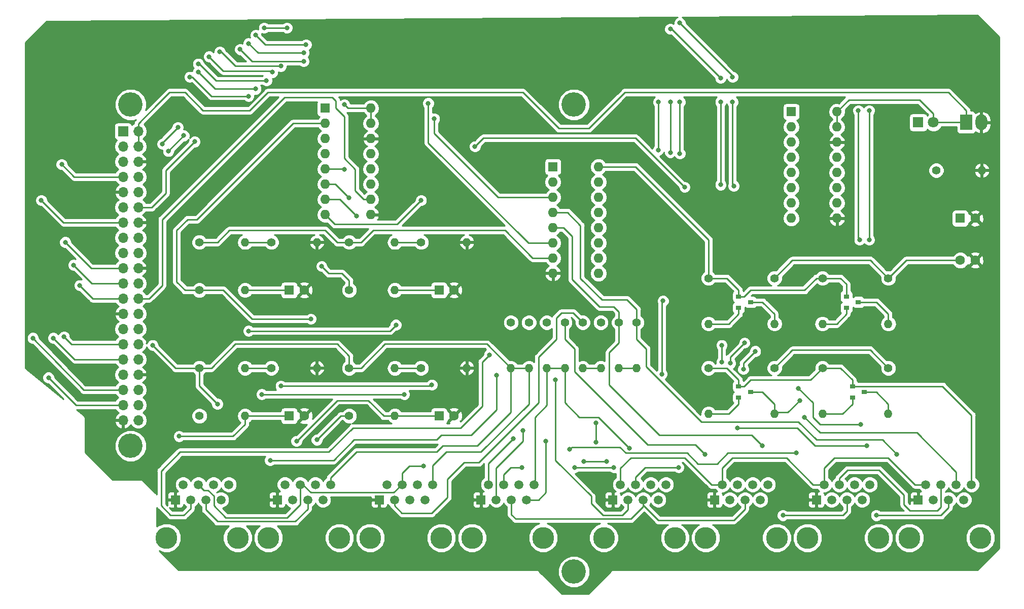
<source format=gtl>
G04 #@! TF.GenerationSoftware,KiCad,Pcbnew,(5.0.0-rc2-83-gda392728d)*
G04 #@! TF.CreationDate,2018-08-15T23:30:17-03:00*
G04 #@! TF.ProjectId,fb15,666231352E6B696361645F7063620000,rev?*
G04 #@! TF.SameCoordinates,Original*
G04 #@! TF.FileFunction,Copper,L1,Top,Signal*
G04 #@! TF.FilePolarity,Positive*
%FSLAX46Y46*%
G04 Gerber Fmt 4.6, Leading zero omitted, Abs format (unit mm)*
G04 Created by KiCad (PCBNEW (5.0.0-rc2-83-gda392728d)) date 08/15/18 23:30:17*
%MOMM*%
%LPD*%
G01*
G04 APERTURE LIST*
G04 #@! TA.AperFunction,WasherPad*
%ADD10C,3.650000*%
G04 #@! TD*
G04 #@! TA.AperFunction,ComponentPad*
%ADD11R,1.500000X1.500000*%
G04 #@! TD*
G04 #@! TA.AperFunction,ComponentPad*
%ADD12C,1.500000*%
G04 #@! TD*
G04 #@! TA.AperFunction,ComponentPad*
%ADD13R,1.600000X1.600000*%
G04 #@! TD*
G04 #@! TA.AperFunction,ComponentPad*
%ADD14C,1.600000*%
G04 #@! TD*
G04 #@! TA.AperFunction,ComponentPad*
%ADD15O,1.600000X1.600000*%
G04 #@! TD*
G04 #@! TA.AperFunction,ComponentPad*
%ADD16C,4.064000*%
G04 #@! TD*
G04 #@! TA.AperFunction,ComponentPad*
%ADD17R,1.800000X1.800000*%
G04 #@! TD*
G04 #@! TA.AperFunction,ComponentPad*
%ADD18C,1.800000*%
G04 #@! TD*
G04 #@! TA.AperFunction,ComponentPad*
%ADD19O,1.700000X1.700000*%
G04 #@! TD*
G04 #@! TA.AperFunction,ComponentPad*
%ADD20R,1.700000X1.700000*%
G04 #@! TD*
G04 #@! TA.AperFunction,ComponentPad*
%ADD21R,2.000000X2.600000*%
G04 #@! TD*
G04 #@! TA.AperFunction,ComponentPad*
%ADD22O,2.000000X2.600000*%
G04 #@! TD*
G04 #@! TA.AperFunction,SMDPad,CuDef*
%ADD23R,0.900000X0.800000*%
G04 #@! TD*
G04 #@! TA.AperFunction,ComponentPad*
%ADD24O,1.400000X1.400000*%
G04 #@! TD*
G04 #@! TA.AperFunction,ComponentPad*
%ADD25C,1.400000*%
G04 #@! TD*
G04 #@! TA.AperFunction,ViaPad*
%ADD26C,0.800000*%
G04 #@! TD*
G04 #@! TA.AperFunction,Conductor*
%ADD27C,0.250000*%
G04 #@! TD*
G04 #@! TA.AperFunction,Conductor*
%ADD28C,0.254000*%
G04 #@! TD*
G04 APERTURE END LIST*
D10*
G04 #@! TO.P,J3,Hole*
G04 #@! TO.N,*
X178180000Y-138950000D03*
X166310000Y-138950000D03*
D11*
G04 #@! TO.P,J3,1*
G04 #@! TO.N,GND*
X167800000Y-132600000D03*
D12*
G04 #@! TO.P,J3,2*
G04 #@! TO.N,5V*
X169070000Y-130060000D03*
G04 #@! TO.P,J3,3*
G04 #@! TO.N,D5*
X170340000Y-132600000D03*
G04 #@! TO.P,J3,4*
G04 #@! TO.N,SCL_3*
X171610000Y-130060000D03*
G04 #@! TO.P,J3,5*
G04 #@! TO.N,SDA_2*
X172880000Y-132600000D03*
G04 #@! TO.P,J3,6*
G04 #@! TO.N,AN1_5*
X174150000Y-130060000D03*
G04 #@! TO.P,J3,7*
G04 #@! TO.N,AN5_5*
X175420000Y-132600000D03*
G04 #@! TO.P,J3,8*
G04 #@! TO.N,3V3*
X176690000Y-130060000D03*
G04 #@! TD*
D10*
G04 #@! TO.P,J6,Hole*
G04 #@! TO.N,*
X156180000Y-138950000D03*
X144310000Y-138950000D03*
D11*
G04 #@! TO.P,J6,1*
G04 #@! TO.N,GND*
X145800000Y-132600000D03*
D12*
G04 #@! TO.P,J6,2*
G04 #@! TO.N,MV_4*
X147070000Y-130060000D03*
G04 #@! TO.P,J6,3*
G04 #@! TO.N,D4*
X148340000Y-132600000D03*
G04 #@! TO.P,J6,4*
G04 #@! TO.N,SCL_3*
X149610000Y-130060000D03*
G04 #@! TO.P,J6,5*
G04 #@! TO.N,SDA_2*
X150880000Y-132600000D03*
G04 #@! TO.P,J6,6*
G04 #@! TO.N,AN1_4*
X152150000Y-130060000D03*
G04 #@! TO.P,J6,7*
G04 #@! TO.N,AN5_4*
X153420000Y-132600000D03*
G04 #@! TO.P,J6,8*
G04 #@! TO.N,3V3*
X154690000Y-130060000D03*
G04 #@! TD*
D10*
G04 #@! TO.P,J1,Hole*
G04 #@! TO.N,*
X105180000Y-138950000D03*
X93310000Y-138950000D03*
D11*
G04 #@! TO.P,J1,1*
G04 #@! TO.N,GND*
X94800000Y-132600000D03*
D12*
G04 #@! TO.P,J1,2*
G04 #@! TO.N,MV_1*
X96070000Y-130060000D03*
G04 #@! TO.P,J1,3*
G04 #@! TO.N,D1*
X97340000Y-132600000D03*
G04 #@! TO.P,J1,4*
G04 #@! TO.N,SCL_3*
X98610000Y-130060000D03*
G04 #@! TO.P,J1,5*
G04 #@! TO.N,SDA_2*
X99880000Y-132600000D03*
G04 #@! TO.P,J1,6*
G04 #@! TO.N,AN1_1*
X101150000Y-130060000D03*
G04 #@! TO.P,J1,7*
G04 #@! TO.N,AN5_1*
X102420000Y-132600000D03*
G04 #@! TO.P,J1,8*
G04 #@! TO.N,3V3*
X103690000Y-130060000D03*
G04 #@! TD*
D13*
G04 #@! TO.P,C3,1*
G04 #@! TO.N,MV_1*
X113800000Y-118600000D03*
D14*
G04 #@! TO.P,C3,2*
G04 #@! TO.N,GND*
X116300000Y-118600000D03*
G04 #@! TD*
D13*
G04 #@! TO.P,U1,1*
G04 #@! TO.N,AN1_1*
X119800000Y-67200000D03*
D15*
G04 #@! TO.P,U1,9*
G04 #@! TO.N,GND*
X127420000Y-84980000D03*
G04 #@! TO.P,U1,2*
G04 #@! TO.N,AN1_2*
X119800000Y-69740000D03*
G04 #@! TO.P,U1,10*
G04 #@! TO.N,CE0_SPI0_8*
X127420000Y-82440000D03*
G04 #@! TO.P,U1,3*
G04 #@! TO.N,AN1_3*
X119800000Y-72280000D03*
G04 #@! TO.P,U1,11*
G04 #@! TO.N,MOSI_SPI0_10*
X127420000Y-79900000D03*
G04 #@! TO.P,U1,4*
G04 #@! TO.N,AN1_4*
X119800000Y-74820000D03*
G04 #@! TO.P,U1,12*
G04 #@! TO.N,MISO_SPI0_9*
X127420000Y-77360000D03*
G04 #@! TO.P,U1,5*
G04 #@! TO.N,AN1_5*
X119800000Y-77360000D03*
G04 #@! TO.P,U1,13*
G04 #@! TO.N,SCLK_SPI0_11*
X127420000Y-74820000D03*
G04 #@! TO.P,U1,6*
G04 #@! TO.N,AN1_6*
X119800000Y-79900000D03*
G04 #@! TO.P,U1,14*
G04 #@! TO.N,GND*
X127420000Y-72280000D03*
G04 #@! TO.P,U1,7*
G04 #@! TO.N,AN1_7*
X119800000Y-82440000D03*
G04 #@! TO.P,U1,15*
G04 #@! TO.N,3V3*
X127420000Y-69740000D03*
G04 #@! TO.P,U1,8*
G04 #@! TO.N,AN1_8*
X119800000Y-84980000D03*
G04 #@! TO.P,U1,16*
G04 #@! TO.N,3V3*
X127420000Y-67200000D03*
G04 #@! TD*
D16*
G04 #@! TO.P,REF\002A\002A,1*
G04 #@! TO.N,N/C*
X161300000Y-66600000D03*
G04 #@! TD*
G04 #@! TO.P,REF\002A\002A,1*
G04 #@! TO.N,N/C*
X161300000Y-144600000D03*
G04 #@! TD*
D14*
G04 #@! TO.P,C1,2*
G04 #@! TO.N,GND*
X228300000Y-85600000D03*
D13*
G04 #@! TO.P,C1,1*
G04 #@! TO.N,5V*
X225800000Y-85600000D03*
G04 #@! TD*
D14*
G04 #@! TO.P,C2,1*
G04 #@! TO.N,5V*
X225800000Y-92600000D03*
G04 #@! TO.P,C2,2*
G04 #@! TO.N,GND*
X228300000Y-92600000D03*
G04 #@! TD*
G04 #@! TO.P,C4,2*
G04 #@! TO.N,GND*
X141300000Y-118600000D03*
D13*
G04 #@! TO.P,C4,1*
G04 #@! TO.N,MV_3*
X138800000Y-118600000D03*
G04 #@! TD*
D14*
G04 #@! TO.P,C5,2*
G04 #@! TO.N,GND*
X116300000Y-97600000D03*
D13*
G04 #@! TO.P,C5,1*
G04 #@! TO.N,MV_2*
X113800000Y-97600000D03*
G04 #@! TD*
D14*
G04 #@! TO.P,C6,2*
G04 #@! TO.N,GND*
X141300000Y-97600000D03*
D13*
G04 #@! TO.P,C6,1*
G04 #@! TO.N,MV_4*
X138800000Y-97600000D03*
G04 #@! TD*
D17*
G04 #@! TO.P,D1,1*
G04 #@! TO.N,Net-(D1-Pad1)*
X218800000Y-69600000D03*
D18*
G04 #@! TO.P,D1,2*
G04 #@! TO.N,5V*
X221340000Y-69600000D03*
G04 #@! TD*
D12*
G04 #@! TO.P,J2,8*
G04 #@! TO.N,3V3*
X120690000Y-130060000D03*
G04 #@! TO.P,J2,7*
G04 #@! TO.N,AN5_3*
X119420000Y-132600000D03*
G04 #@! TO.P,J2,6*
G04 #@! TO.N,AN1_3*
X118150000Y-130060000D03*
G04 #@! TO.P,J2,5*
G04 #@! TO.N,SDA_2*
X116880000Y-132600000D03*
G04 #@! TO.P,J2,4*
G04 #@! TO.N,SCL_3*
X115610000Y-130060000D03*
G04 #@! TO.P,J2,3*
G04 #@! TO.N,D3*
X114340000Y-132600000D03*
G04 #@! TO.P,J2,2*
G04 #@! TO.N,MV_3*
X113070000Y-130060000D03*
D11*
G04 #@! TO.P,J2,1*
G04 #@! TO.N,GND*
X111800000Y-132600000D03*
D10*
G04 #@! TO.P,J2,Hole*
G04 #@! TO.N,*
X110310000Y-138950000D03*
X122180000Y-138950000D03*
G04 #@! TD*
D12*
G04 #@! TO.P,J4,8*
G04 #@! TO.N,3V3*
X193690000Y-130060000D03*
G04 #@! TO.P,J4,7*
G04 #@! TO.N,AN5_7*
X192420000Y-132600000D03*
G04 #@! TO.P,J4,6*
G04 #@! TO.N,AN1_7*
X191150000Y-130060000D03*
G04 #@! TO.P,J4,5*
G04 #@! TO.N,SDA_2*
X189880000Y-132600000D03*
G04 #@! TO.P,J4,4*
G04 #@! TO.N,SCL_3*
X188610000Y-130060000D03*
G04 #@! TO.P,J4,3*
G04 #@! TO.N,D7*
X187340000Y-132600000D03*
G04 #@! TO.P,J4,2*
G04 #@! TO.N,5V*
X186070000Y-130060000D03*
D11*
G04 #@! TO.P,J4,1*
G04 #@! TO.N,GND*
X184800000Y-132600000D03*
D10*
G04 #@! TO.P,J4,Hole*
G04 #@! TO.N,*
X183310000Y-138950000D03*
X195180000Y-138950000D03*
G04 #@! TD*
D12*
G04 #@! TO.P,J5,8*
G04 #@! TO.N,3V3*
X137690000Y-130060000D03*
G04 #@! TO.P,J5,7*
G04 #@! TO.N,AN5_2*
X136420000Y-132600000D03*
G04 #@! TO.P,J5,6*
G04 #@! TO.N,AN1_2*
X135150000Y-130060000D03*
G04 #@! TO.P,J5,5*
G04 #@! TO.N,SDA_2*
X133880000Y-132600000D03*
G04 #@! TO.P,J5,4*
G04 #@! TO.N,SCL_3*
X132610000Y-130060000D03*
G04 #@! TO.P,J5,3*
G04 #@! TO.N,D2*
X131340000Y-132600000D03*
G04 #@! TO.P,J5,2*
G04 #@! TO.N,MV_2*
X130070000Y-130060000D03*
D11*
G04 #@! TO.P,J5,1*
G04 #@! TO.N,GND*
X128800000Y-132600000D03*
D10*
G04 #@! TO.P,J5,Hole*
G04 #@! TO.N,*
X127310000Y-138950000D03*
X139180000Y-138950000D03*
G04 #@! TD*
G04 #@! TO.P,J7,Hole*
G04 #@! TO.N,*
X212180000Y-138950000D03*
X200310000Y-138950000D03*
D11*
G04 #@! TO.P,J7,1*
G04 #@! TO.N,GND*
X201800000Y-132600000D03*
D12*
G04 #@! TO.P,J7,2*
G04 #@! TO.N,5V*
X203070000Y-130060000D03*
G04 #@! TO.P,J7,3*
G04 #@! TO.N,D6*
X204340000Y-132600000D03*
G04 #@! TO.P,J7,4*
G04 #@! TO.N,SCL_3*
X205610000Y-130060000D03*
G04 #@! TO.P,J7,5*
G04 #@! TO.N,SDA_2*
X206880000Y-132600000D03*
G04 #@! TO.P,J7,6*
G04 #@! TO.N,AN1_6*
X208150000Y-130060000D03*
G04 #@! TO.P,J7,7*
G04 #@! TO.N,AN5_6*
X209420000Y-132600000D03*
G04 #@! TO.P,J7,8*
G04 #@! TO.N,3V3*
X210690000Y-130060000D03*
G04 #@! TD*
G04 #@! TO.P,J8,8*
G04 #@! TO.N,3V3*
X227690000Y-130060000D03*
G04 #@! TO.P,J8,7*
G04 #@! TO.N,AN5_8*
X226420000Y-132600000D03*
G04 #@! TO.P,J8,6*
G04 #@! TO.N,AN1_8*
X225150000Y-130060000D03*
G04 #@! TO.P,J8,5*
G04 #@! TO.N,SDA_2*
X223880000Y-132600000D03*
G04 #@! TO.P,J8,4*
G04 #@! TO.N,SCL_3*
X222610000Y-130060000D03*
G04 #@! TO.P,J8,3*
G04 #@! TO.N,D8*
X221340000Y-132600000D03*
G04 #@! TO.P,J8,2*
G04 #@! TO.N,5V*
X220070000Y-130060000D03*
D11*
G04 #@! TO.P,J8,1*
G04 #@! TO.N,GND*
X218800000Y-132600000D03*
D10*
G04 #@! TO.P,J8,Hole*
G04 #@! TO.N,*
X217310000Y-138950000D03*
X229180000Y-138950000D03*
G04 #@! TD*
D19*
G04 #@! TO.P,J9,40*
G04 #@! TO.N,SCLK_SPI1_21*
X88590000Y-119320000D03*
G04 #@! TO.P,J9,39*
G04 #@! TO.N,GND*
X86050000Y-119320000D03*
G04 #@! TO.P,J9,38*
G04 #@! TO.N,MOSI_SPI1_20*
X88590000Y-116780000D03*
G04 #@! TO.P,J9,37*
G04 #@! TO.N,26*
X86050000Y-116780000D03*
G04 #@! TO.P,J9,36*
G04 #@! TO.N,CE2_SPI1_16*
X88590000Y-114240000D03*
G04 #@! TO.P,J9,35*
G04 #@! TO.N,MISO_SPI1_19*
X86050000Y-114240000D03*
G04 #@! TO.P,J9,34*
G04 #@! TO.N,GND*
X88590000Y-111700000D03*
G04 #@! TO.P,J9,33*
G04 #@! TO.N,PWM_13*
X86050000Y-111700000D03*
G04 #@! TO.P,J9,32*
G04 #@! TO.N,PWM_12*
X88590000Y-109160000D03*
G04 #@! TO.P,J9,31*
G04 #@! TO.N,6*
X86050000Y-109160000D03*
G04 #@! TO.P,J9,30*
G04 #@! TO.N,GND*
X88590000Y-106620000D03*
G04 #@! TO.P,J9,29*
G04 #@! TO.N,5*
X86050000Y-106620000D03*
G04 #@! TO.P,J9,28*
G04 #@! TO.N,Net-(J9-Pad28)*
X88590000Y-104080000D03*
G04 #@! TO.P,J9,27*
G04 #@! TO.N,Net-(J9-Pad27)*
X86050000Y-104080000D03*
G04 #@! TO.P,J9,26*
G04 #@! TO.N,CE1_SPI0_7*
X88590000Y-101540000D03*
G04 #@! TO.P,J9,25*
G04 #@! TO.N,GND*
X86050000Y-101540000D03*
G04 #@! TO.P,J9,24*
G04 #@! TO.N,CE0_SPI0_8*
X88590000Y-99000000D03*
G04 #@! TO.P,J9,23*
G04 #@! TO.N,SCLK_SPI0_11*
X86050000Y-99000000D03*
G04 #@! TO.P,J9,22*
G04 #@! TO.N,25*
X88590000Y-96460000D03*
G04 #@! TO.P,J9,21*
G04 #@! TO.N,MISO_SPI0_9*
X86050000Y-96460000D03*
G04 #@! TO.P,J9,20*
G04 #@! TO.N,GND*
X88590000Y-93920000D03*
G04 #@! TO.P,J9,19*
G04 #@! TO.N,MOSI_SPI0_10*
X86050000Y-93920000D03*
G04 #@! TO.P,J9,18*
G04 #@! TO.N,24*
X88590000Y-91380000D03*
G04 #@! TO.P,J9,17*
G04 #@! TO.N,3V3*
X86050000Y-91380000D03*
G04 #@! TO.P,J9,16*
G04 #@! TO.N,23*
X88590000Y-88840000D03*
G04 #@! TO.P,J9,15*
G04 #@! TO.N,22*
X86050000Y-88840000D03*
G04 #@! TO.P,J9,14*
G04 #@! TO.N,GND*
X88590000Y-86300000D03*
G04 #@! TO.P,J9,13*
G04 #@! TO.N,27*
X86050000Y-86300000D03*
G04 #@! TO.P,J9,12*
G04 #@! TO.N,CE0_SPI1_18*
X88590000Y-83760000D03*
G04 #@! TO.P,J9,11*
G04 #@! TO.N,CE1_SPI1_17*
X86050000Y-83760000D03*
G04 #@! TO.P,J9,10*
G04 #@! TO.N,RX_15*
X88590000Y-81220000D03*
G04 #@! TO.P,J9,9*
G04 #@! TO.N,GND*
X86050000Y-81220000D03*
G04 #@! TO.P,J9,8*
G04 #@! TO.N,TX_14*
X88590000Y-78680000D03*
G04 #@! TO.P,J9,7*
G04 #@! TO.N,4*
X86050000Y-78680000D03*
G04 #@! TO.P,J9,6*
G04 #@! TO.N,GND*
X88590000Y-76140000D03*
G04 #@! TO.P,J9,5*
G04 #@! TO.N,SCL_3*
X86050000Y-76140000D03*
G04 #@! TO.P,J9,4*
G04 #@! TO.N,5V*
X88590000Y-73600000D03*
G04 #@! TO.P,J9,3*
G04 #@! TO.N,SDA_2*
X86050000Y-73600000D03*
G04 #@! TO.P,J9,2*
G04 #@! TO.N,5V*
X88590000Y-71060000D03*
D20*
G04 #@! TO.P,J9,1*
G04 #@! TO.N,3V3*
X86050000Y-71060000D03*
G04 #@! TD*
D21*
G04 #@! TO.P,J10,1*
G04 #@! TO.N,5V*
X226800000Y-69600000D03*
D22*
G04 #@! TO.P,J10,2*
G04 #@! TO.N,GND*
X229340000Y-69600000D03*
G04 #@! TD*
D23*
G04 #@! TO.P,Q1,1*
G04 #@! TO.N,3V3*
X188800000Y-113650000D03*
G04 #@! TO.P,Q1,2*
G04 #@! TO.N,MOSI_SPI1_20*
X188800000Y-115550000D03*
G04 #@! TO.P,Q1,3*
G04 #@! TO.N,5V_MOSI_SPI1_20*
X190800000Y-114600000D03*
G04 #@! TD*
G04 #@! TO.P,Q2,1*
G04 #@! TO.N,3V3*
X207800000Y-113650000D03*
G04 #@! TO.P,Q2,2*
G04 #@! TO.N,SCLK_SPI1_21*
X207800000Y-115550000D03*
G04 #@! TO.P,Q2,3*
G04 #@! TO.N,5V_SCLK_SPI1_21*
X209800000Y-114600000D03*
G04 #@! TD*
G04 #@! TO.P,Q3,3*
G04 #@! TO.N,5V_MISO_SPI1_19*
X190800000Y-99600000D03*
G04 #@! TO.P,Q3,2*
G04 #@! TO.N,MISO_SPI1_19*
X188800000Y-100550000D03*
G04 #@! TO.P,Q3,1*
G04 #@! TO.N,3V3*
X188800000Y-98650000D03*
G04 #@! TD*
G04 #@! TO.P,Q4,3*
G04 #@! TO.N,5V_CE0_SPI1_18*
X208800000Y-99600000D03*
G04 #@! TO.P,Q4,2*
G04 #@! TO.N,CE0_SPI1_18*
X206800000Y-100550000D03*
G04 #@! TO.P,Q4,1*
G04 #@! TO.N,3V3*
X206800000Y-98650000D03*
G04 #@! TD*
D24*
G04 #@! TO.P,R1,2*
G04 #@! TO.N,GND*
X229420000Y-77600000D03*
D25*
G04 #@! TO.P,R1,1*
G04 #@! TO.N,Net-(D1-Pad1)*
X221800000Y-77600000D03*
G04 #@! TD*
D24*
G04 #@! TO.P,R2,2*
G04 #@! TO.N,3V3*
X150800000Y-110620000D03*
D25*
G04 #@! TO.P,R2,1*
G04 #@! TO.N,D1*
X150800000Y-103000000D03*
G04 #@! TD*
G04 #@! TO.P,R3,1*
G04 #@! TO.N,D3*
X153800000Y-103000000D03*
D24*
G04 #@! TO.P,R3,2*
G04 #@! TO.N,3V3*
X153800000Y-110620000D03*
G04 #@! TD*
G04 #@! TO.P,R4,2*
G04 #@! TO.N,3V3*
X156800000Y-110620000D03*
D25*
G04 #@! TO.P,R4,1*
G04 #@! TO.N,D5*
X156800000Y-103000000D03*
G04 #@! TD*
D24*
G04 #@! TO.P,R5,2*
G04 #@! TO.N,3V3*
X159800000Y-110620000D03*
D25*
G04 #@! TO.P,R5,1*
G04 #@! TO.N,D7*
X159800000Y-103000000D03*
G04 #@! TD*
G04 #@! TO.P,R6,1*
G04 #@! TO.N,D2*
X162800000Y-103000000D03*
D24*
G04 #@! TO.P,R6,2*
G04 #@! TO.N,3V3*
X162800000Y-110620000D03*
G04 #@! TD*
G04 #@! TO.P,R7,2*
G04 #@! TO.N,3V3*
X165800000Y-110620000D03*
D25*
G04 #@! TO.P,R7,1*
G04 #@! TO.N,D4*
X165800000Y-103000000D03*
G04 #@! TD*
D24*
G04 #@! TO.P,R8,2*
G04 #@! TO.N,3V3*
X168800000Y-110620000D03*
D25*
G04 #@! TO.P,R8,1*
G04 #@! TO.N,D6*
X168800000Y-103000000D03*
G04 #@! TD*
G04 #@! TO.P,R9,1*
G04 #@! TO.N,D8*
X171800000Y-103000000D03*
D24*
G04 #@! TO.P,R9,2*
G04 #@! TO.N,3V3*
X171800000Y-110620000D03*
G04 #@! TD*
G04 #@! TO.P,R10,2*
G04 #@! TO.N,MV_1*
X106420000Y-118600000D03*
D25*
G04 #@! TO.P,R10,1*
G04 #@! TO.N,AN1_1*
X98800000Y-118600000D03*
G04 #@! TD*
D24*
G04 #@! TO.P,R11,2*
G04 #@! TO.N,MV_3*
X131420000Y-118600000D03*
D25*
G04 #@! TO.P,R11,1*
G04 #@! TO.N,AN1_3*
X123800000Y-118600000D03*
G04 #@! TD*
G04 #@! TO.P,R12,1*
G04 #@! TO.N,3V3*
X98800000Y-110600000D03*
D24*
G04 #@! TO.P,R12,2*
G04 #@! TO.N,MV_1*
X106420000Y-110600000D03*
G04 #@! TD*
G04 #@! TO.P,R13,2*
G04 #@! TO.N,GND*
X118420000Y-110600000D03*
D25*
G04 #@! TO.P,R13,1*
G04 #@! TO.N,MV_1*
X110800000Y-110600000D03*
G04 #@! TD*
G04 #@! TO.P,R14,1*
G04 #@! TO.N,3V3*
X123800000Y-110600000D03*
D24*
G04 #@! TO.P,R14,2*
G04 #@! TO.N,MV_3*
X131420000Y-110600000D03*
G04 #@! TD*
G04 #@! TO.P,R15,2*
G04 #@! TO.N,GND*
X143420000Y-110600000D03*
D25*
G04 #@! TO.P,R15,1*
G04 #@! TO.N,MV_3*
X135800000Y-110600000D03*
G04 #@! TD*
G04 #@! TO.P,R16,1*
G04 #@! TO.N,AN1_2*
X98800000Y-97600000D03*
D24*
G04 #@! TO.P,R16,2*
G04 #@! TO.N,MV_2*
X106420000Y-97600000D03*
G04 #@! TD*
D25*
G04 #@! TO.P,R17,1*
G04 #@! TO.N,AN1_4*
X123800000Y-97600000D03*
D24*
G04 #@! TO.P,R17,2*
G04 #@! TO.N,MV_4*
X131420000Y-97600000D03*
G04 #@! TD*
G04 #@! TO.P,R18,2*
G04 #@! TO.N,MV_2*
X106420000Y-89600000D03*
D25*
G04 #@! TO.P,R18,1*
G04 #@! TO.N,3V3*
X98800000Y-89600000D03*
G04 #@! TD*
G04 #@! TO.P,R19,1*
G04 #@! TO.N,MV_2*
X110800000Y-89600000D03*
D24*
G04 #@! TO.P,R19,2*
G04 #@! TO.N,GND*
X118420000Y-89600000D03*
G04 #@! TD*
G04 #@! TO.P,R20,2*
G04 #@! TO.N,MV_4*
X131420000Y-89600000D03*
D25*
G04 #@! TO.P,R20,1*
G04 #@! TO.N,3V3*
X123800000Y-89600000D03*
G04 #@! TD*
G04 #@! TO.P,R21,1*
G04 #@! TO.N,MV_4*
X135800000Y-89600000D03*
D24*
G04 #@! TO.P,R21,2*
G04 #@! TO.N,GND*
X143420000Y-89600000D03*
G04 #@! TD*
G04 #@! TO.P,R22,2*
G04 #@! TO.N,MOSI_SPI1_20*
X183800000Y-118220000D03*
D25*
G04 #@! TO.P,R22,1*
G04 #@! TO.N,3V3*
X183800000Y-110600000D03*
G04 #@! TD*
D24*
G04 #@! TO.P,R23,2*
G04 #@! TO.N,SCLK_SPI1_21*
X202800000Y-118220000D03*
D25*
G04 #@! TO.P,R23,1*
G04 #@! TO.N,3V3*
X202800000Y-110600000D03*
G04 #@! TD*
G04 #@! TO.P,R24,1*
G04 #@! TO.N,5V*
X194800000Y-110600000D03*
D24*
G04 #@! TO.P,R24,2*
G04 #@! TO.N,5V_MOSI_SPI1_20*
X194800000Y-118220000D03*
G04 #@! TD*
D25*
G04 #@! TO.P,R25,1*
G04 #@! TO.N,5V*
X213800000Y-110600000D03*
D24*
G04 #@! TO.P,R25,2*
G04 #@! TO.N,5V_SCLK_SPI1_21*
X213800000Y-118220000D03*
G04 #@! TD*
G04 #@! TO.P,R26,2*
G04 #@! TO.N,MISO_SPI1_19*
X183800000Y-103220000D03*
D25*
G04 #@! TO.P,R26,1*
G04 #@! TO.N,3V3*
X183800000Y-95600000D03*
G04 #@! TD*
D24*
G04 #@! TO.P,R27,2*
G04 #@! TO.N,CE0_SPI1_18*
X202800000Y-103220000D03*
D25*
G04 #@! TO.P,R27,1*
G04 #@! TO.N,3V3*
X202800000Y-95600000D03*
G04 #@! TD*
G04 #@! TO.P,R28,1*
G04 #@! TO.N,5V*
X194800000Y-95600000D03*
D24*
G04 #@! TO.P,R28,2*
G04 #@! TO.N,5V_MISO_SPI1_19*
X194800000Y-103220000D03*
G04 #@! TD*
D25*
G04 #@! TO.P,R29,1*
G04 #@! TO.N,5V*
X213800000Y-95600000D03*
D24*
G04 #@! TO.P,R29,2*
G04 #@! TO.N,5V_CE0_SPI1_18*
X213800000Y-103220000D03*
G04 #@! TD*
D13*
G04 #@! TO.P,U2,1*
G04 #@! TO.N,AN5_1*
X197600000Y-67800000D03*
D15*
G04 #@! TO.P,U2,9*
G04 #@! TO.N,GND*
X205220000Y-85580000D03*
G04 #@! TO.P,U2,2*
G04 #@! TO.N,AN5_2*
X197600000Y-70340000D03*
G04 #@! TO.P,U2,10*
G04 #@! TO.N,5V_CE0_SPI1_18*
X205220000Y-83040000D03*
G04 #@! TO.P,U2,3*
G04 #@! TO.N,AN5_3*
X197600000Y-72880000D03*
G04 #@! TO.P,U2,11*
G04 #@! TO.N,5V_MOSI_SPI1_20*
X205220000Y-80500000D03*
G04 #@! TO.P,U2,4*
G04 #@! TO.N,AN5_4*
X197600000Y-75420000D03*
G04 #@! TO.P,U2,12*
G04 #@! TO.N,5V_MISO_SPI1_19*
X205220000Y-77960000D03*
G04 #@! TO.P,U2,5*
G04 #@! TO.N,AN5_5*
X197600000Y-77960000D03*
G04 #@! TO.P,U2,13*
G04 #@! TO.N,5V_SCLK_SPI1_21*
X205220000Y-75420000D03*
G04 #@! TO.P,U2,6*
G04 #@! TO.N,AN5_6*
X197600000Y-80500000D03*
G04 #@! TO.P,U2,14*
G04 #@! TO.N,GND*
X205220000Y-72880000D03*
G04 #@! TO.P,U2,7*
G04 #@! TO.N,AN5_7*
X197600000Y-83040000D03*
G04 #@! TO.P,U2,15*
G04 #@! TO.N,5V*
X205220000Y-70340000D03*
G04 #@! TO.P,U2,8*
G04 #@! TO.N,AN5_8*
X197600000Y-85580000D03*
G04 #@! TO.P,U2,16*
G04 #@! TO.N,5V*
X205220000Y-67800000D03*
G04 #@! TD*
G04 #@! TO.P,U3,16*
G04 #@! TO.N,3V3*
X165420000Y-77000000D03*
G04 #@! TO.P,U3,8*
G04 #@! TO.N,GND*
X157800000Y-94780000D03*
G04 #@! TO.P,U3,15*
G04 #@! TO.N,D3*
X165420000Y-79540000D03*
G04 #@! TO.P,U3,7*
G04 #@! TO.N,3V3*
X157800000Y-92240000D03*
G04 #@! TO.P,U3,14*
G04 #@! TO.N,D2*
X165420000Y-82080000D03*
G04 #@! TO.P,U3,6*
G04 #@! TO.N,5*
X157800000Y-89700000D03*
G04 #@! TO.P,U3,13*
G04 #@! TO.N,D1*
X165420000Y-84620000D03*
G04 #@! TO.P,U3,5*
G04 #@! TO.N,D6*
X157800000Y-87160000D03*
G04 #@! TO.P,U3,12*
G04 #@! TO.N,D4*
X165420000Y-87160000D03*
G04 #@! TO.P,U3,4*
G04 #@! TO.N,D8*
X157800000Y-84620000D03*
G04 #@! TO.P,U3,11*
G04 #@! TO.N,6*
X165420000Y-89700000D03*
G04 #@! TO.P,U3,3*
G04 #@! TO.N,4*
X157800000Y-82080000D03*
G04 #@! TO.P,U3,10*
G04 #@! TO.N,26*
X165420000Y-92240000D03*
G04 #@! TO.P,U3,2*
G04 #@! TO.N,D7*
X157800000Y-79540000D03*
G04 #@! TO.P,U3,9*
G04 #@! TO.N,27*
X165420000Y-94780000D03*
D13*
G04 #@! TO.P,U3,1*
G04 #@! TO.N,D5*
X157800000Y-77000000D03*
G04 #@! TD*
D16*
G04 #@! TO.P,REF\002A\002A,1*
G04 #@! TO.N,N/C*
X87300000Y-66600000D03*
G04 #@! TD*
G04 #@! TO.P,REF\002A\002A,1*
G04 #@! TO.N,N/C*
X87300000Y-123600000D03*
G04 #@! TD*
D26*
G04 #@! TO.N,MV_1*
X95400000Y-122000000D03*
G04 #@! TO.N,MV_3*
X115000000Y-122800000D03*
G04 #@! TO.N,MV_4*
X151200000Y-122400000D03*
G04 #@! TO.N,D1*
X147200000Y-108400000D03*
G04 #@! TO.N,SCL_3*
X136200000Y-127000000D03*
X168000000Y-127200000D03*
X161400000Y-127200000D03*
X152600000Y-127200000D03*
X178800000Y-127200000D03*
G04 #@! TO.N,SDA_2*
X196200000Y-135200000D03*
X211800000Y-135200000D03*
G04 #@! TO.N,AN5_1*
X107000000Y-104400000D03*
X131600000Y-103400000D03*
G04 #@! TO.N,3V3*
X101800000Y-116600000D03*
X170600000Y-124000000D03*
X123000000Y-66600000D03*
X91000000Y-106800000D03*
G04 #@! TO.N,AN5_3*
X112400000Y-113600000D03*
X137600000Y-113400000D03*
G04 #@! TO.N,AN1_3*
X118400000Y-122600000D03*
G04 #@! TO.N,D3*
X148400000Y-111800000D03*
X110600000Y-126000000D03*
G04 #@! TO.N,D5*
X158200000Y-112600000D03*
G04 #@! TO.N,AN1_5*
X166800000Y-126200000D03*
X163000000Y-126200000D03*
X123000000Y-77400000D03*
G04 #@! TO.N,AN5_5*
X165000000Y-119800000D03*
X165000000Y-123000000D03*
G04 #@! TO.N,AN5_7*
X189600000Y-110800000D03*
X191600000Y-107800000D03*
G04 #@! TO.N,AN1_7*
X125000000Y-85200000D03*
G04 #@! TO.N,D7*
X183200000Y-125000000D03*
G04 #@! TO.N,AN5_2*
X109200000Y-115000000D03*
X133000000Y-115000000D03*
G04 #@! TO.N,AN1_2*
X117400000Y-102400000D03*
G04 #@! TO.N,D4*
X152800000Y-121000000D03*
G04 #@! TO.N,AN1_4*
X119200000Y-93600000D03*
G04 #@! TO.N,AN5_4*
X156600000Y-122800000D03*
X176000000Y-111600000D03*
X176200000Y-99400000D03*
G04 #@! TO.N,D6*
X192800000Y-123600000D03*
G04 #@! TO.N,AN1_6*
X123800000Y-82200000D03*
X160600000Y-124200000D03*
X198400000Y-124800000D03*
G04 #@! TO.N,AN5_6*
X210200000Y-123600000D03*
X188600000Y-120600000D03*
X187400000Y-109800000D03*
X189800000Y-106400000D03*
G04 #@! TO.N,AN5_8*
X209200000Y-120000000D03*
X198800000Y-114000000D03*
G04 #@! TO.N,AN1_8*
X135800000Y-82600000D03*
X144800000Y-73600000D03*
X199800000Y-118800000D03*
X179800000Y-80400000D03*
G04 #@! TO.N,D8*
X215200000Y-125000000D03*
G04 #@! TO.N,SCLK_SPI1_21*
X96200000Y-71800000D03*
X210600000Y-67600000D03*
X210600000Y-89200000D03*
X93600000Y-74400000D03*
G04 #@! TO.N,MOSI_SPI1_20*
X92600000Y-73200000D03*
X95200000Y-70400000D03*
X179000000Y-53000000D03*
X187800000Y-62000000D03*
X186000000Y-109600000D03*
X186000000Y-106800000D03*
X188000000Y-80200000D03*
X187800000Y-66200000D03*
G04 #@! TO.N,26*
X107000000Y-56400000D03*
X177400000Y-74600000D03*
X177400000Y-66200000D03*
X116200000Y-58000000D03*
X73600000Y-112200000D03*
G04 #@! TO.N,MISO_SPI1_19*
X113400000Y-53800000D03*
X177400000Y-54000000D03*
X185800000Y-62200000D03*
X185800000Y-66200000D03*
X185800000Y-80000000D03*
X109600000Y-53800000D03*
X71000000Y-105600000D03*
G04 #@! TO.N,6*
X74400000Y-105600000D03*
X116200000Y-59400000D03*
X175400000Y-66200000D03*
X175400000Y-74200000D03*
X105600000Y-57400000D03*
G04 #@! TO.N,5*
X76200000Y-105400000D03*
X137000000Y-66400000D03*
X112400000Y-60200000D03*
X102200000Y-57800000D03*
G04 #@! TO.N,SCLK_SPI0_11*
X78800000Y-96800000D03*
X97200000Y-62000000D03*
X107000000Y-65200000D03*
G04 #@! TO.N,MISO_SPI0_9*
X77800000Y-93400000D03*
X98600000Y-61200000D03*
X108200000Y-64000000D03*
G04 #@! TO.N,MOSI_SPI0_10*
X76400000Y-89600000D03*
X98600000Y-59800000D03*
X110000000Y-62600000D03*
G04 #@! TO.N,27*
X108200000Y-55000000D03*
X179000000Y-74800000D03*
X179000000Y-66200000D03*
X116600000Y-56600000D03*
X72400000Y-82600000D03*
G04 #@! TO.N,CE0_SPI1_18*
X98000000Y-72800000D03*
X208800000Y-67600000D03*
X209000000Y-89200000D03*
G04 #@! TO.N,4*
X75800000Y-76600000D03*
X138000000Y-69000000D03*
X111000000Y-61200000D03*
X100400000Y-58600000D03*
G04 #@! TO.N,5V_MOSI_SPI1_20*
X199000000Y-116000000D03*
G04 #@! TD*
D27*
G04 #@! TO.N,5V*
X226800000Y-69600000D02*
X221340000Y-69600000D01*
X225800000Y-92600000D02*
X216800000Y-92600000D01*
X216800000Y-92600000D02*
X213800000Y-95600000D01*
X213800000Y-95600000D02*
X210800000Y-92600000D01*
X197800000Y-92600000D02*
X194800000Y-95600000D01*
X210800000Y-92600000D02*
X197800000Y-92600000D01*
X213800000Y-110600000D02*
X210800000Y-107600000D01*
X197800000Y-107600000D02*
X194800000Y-110600000D01*
X210800000Y-107600000D02*
X197800000Y-107600000D01*
X220070000Y-130060000D02*
X218260000Y-130060000D01*
X218260000Y-130060000D02*
X213800000Y-125600000D01*
X213800000Y-125600000D02*
X204800000Y-125600000D01*
X204800000Y-125600000D02*
X203070000Y-127330000D01*
X203070000Y-127330000D02*
X203070000Y-130060000D01*
X203070000Y-130060000D02*
X201260000Y-130060000D01*
X186070000Y-127330000D02*
X186070000Y-130060000D01*
X187800000Y-125600000D02*
X186070000Y-127330000D01*
X196800000Y-125600000D02*
X187800000Y-125600000D01*
X201260000Y-130060000D02*
X196800000Y-125600000D01*
X186070000Y-130060000D02*
X184260000Y-130060000D01*
X169070000Y-127330000D02*
X169070000Y-130060000D01*
X170800000Y-125600000D02*
X169070000Y-127330000D01*
X179800000Y-125600000D02*
X170800000Y-125600000D01*
X184260000Y-130060000D02*
X179800000Y-125600000D01*
X88590000Y-71060000D02*
X88590000Y-73600000D01*
X205220000Y-67800000D02*
X205220000Y-70340000D01*
X221340000Y-69600000D02*
X221340000Y-68140000D01*
X207220000Y-65800000D02*
X205220000Y-67800000D01*
X219000000Y-65800000D02*
X207220000Y-65800000D01*
X221340000Y-68140000D02*
X219000000Y-65800000D01*
X226800000Y-69600000D02*
X226800000Y-67600000D01*
X107200000Y-67600000D02*
X110200000Y-64600000D01*
X99400000Y-67600000D02*
X107200000Y-67600000D01*
X96400000Y-64600000D02*
X99400000Y-67600000D01*
X93800000Y-64600000D02*
X96400000Y-64600000D01*
X88590000Y-69810000D02*
X88590000Y-71060000D01*
X88590000Y-69810000D02*
X91800000Y-66600000D01*
X91800000Y-66600000D02*
X93800000Y-64600000D01*
X152800000Y-64600000D02*
X158800000Y-70600000D01*
X158800000Y-70600000D02*
X163800000Y-70600000D01*
X163800000Y-70600000D02*
X169800000Y-64600000D01*
X169800000Y-64600000D02*
X223800000Y-64600000D01*
X223800000Y-64600000D02*
X226800000Y-67600000D01*
X110200000Y-64600000D02*
X152800000Y-64600000D01*
G04 #@! TO.N,MV_1*
X106420000Y-110600000D02*
X110800000Y-110600000D01*
X106420000Y-118600000D02*
X113800000Y-118600000D01*
X106420000Y-118600000D02*
X106420000Y-119980000D01*
X104400000Y-122000000D02*
X95400000Y-122000000D01*
X106420000Y-119980000D02*
X104400000Y-122000000D01*
G04 #@! TO.N,MV_3*
X138800000Y-118600000D02*
X131420000Y-118600000D01*
X131420000Y-110600000D02*
X135800000Y-110600000D01*
X131420000Y-118600000D02*
X129600000Y-118600000D01*
X121800000Y-116000000D02*
X115000000Y-122800000D01*
X127000000Y-116000000D02*
X121800000Y-116000000D01*
X129600000Y-118600000D02*
X127000000Y-116000000D01*
G04 #@! TO.N,MV_2*
X113800000Y-97600000D02*
X106420000Y-97600000D01*
X106420000Y-89600000D02*
X110800000Y-89600000D01*
G04 #@! TO.N,MV_4*
X138800000Y-97600000D02*
X131420000Y-97600000D01*
X135800000Y-89600000D02*
X131420000Y-89600000D01*
X147070000Y-130060000D02*
X147070000Y-126530000D01*
X147070000Y-126530000D02*
X151200000Y-122400000D01*
G04 #@! TO.N,D1*
X97340000Y-134060000D02*
X97340000Y-132600000D01*
X96200000Y-135200000D02*
X97340000Y-134060000D01*
X94000000Y-135200000D02*
X96200000Y-135200000D01*
X92400000Y-133600000D02*
X94000000Y-135200000D01*
X92400000Y-127800000D02*
X92400000Y-133600000D01*
X95600000Y-124600000D02*
X92400000Y-127800000D01*
X120400000Y-124600000D02*
X95600000Y-124600000D01*
X124400000Y-120600000D02*
X120400000Y-124600000D01*
X142400000Y-120600000D02*
X124400000Y-120600000D01*
X146000000Y-117000000D02*
X142400000Y-120600000D01*
X146000000Y-109600000D02*
X146000000Y-117000000D01*
X147200000Y-108400000D02*
X146000000Y-109600000D01*
G04 #@! TO.N,SCL_3*
X115610000Y-130060000D02*
X115610000Y-133390000D01*
X99550000Y-131000000D02*
X98610000Y-130060000D01*
X100200000Y-131000000D02*
X99550000Y-131000000D01*
X101200000Y-132000000D02*
X100200000Y-131000000D01*
X101200000Y-133600000D02*
X101200000Y-132000000D01*
X103200000Y-135600000D02*
X101200000Y-133600000D01*
X113400000Y-135600000D02*
X103200000Y-135600000D01*
X115610000Y-133390000D02*
X113400000Y-135600000D01*
X132610000Y-130060000D02*
X132540000Y-130060000D01*
X132540000Y-130060000D02*
X131200000Y-131400000D01*
X131200000Y-131400000D02*
X117400000Y-131400000D01*
X117400000Y-131400000D02*
X116060000Y-130060000D01*
X116060000Y-130060000D02*
X115610000Y-130060000D01*
X136200000Y-127000000D02*
X133800000Y-127000000D01*
X133800000Y-127000000D02*
X132610000Y-128190000D01*
X132610000Y-128190000D02*
X132610000Y-130060000D01*
X149610000Y-130060000D02*
X149610000Y-128390000D01*
X161400000Y-127200000D02*
X168000000Y-127200000D01*
X150800000Y-127200000D02*
X152600000Y-127200000D01*
X149610000Y-128390000D02*
X150800000Y-127200000D01*
X205610000Y-130060000D02*
X205610000Y-128990000D01*
X222610000Y-133790000D02*
X222610000Y-130060000D01*
X222000000Y-134400000D02*
X222610000Y-133790000D01*
X217400000Y-134400000D02*
X222000000Y-134400000D01*
X216400000Y-133400000D02*
X217400000Y-134400000D01*
X216400000Y-131800000D02*
X216400000Y-133400000D01*
X212200000Y-127600000D02*
X216400000Y-131800000D01*
X207000000Y-127600000D02*
X212200000Y-127600000D01*
X205610000Y-128990000D02*
X207000000Y-127600000D01*
X171610000Y-130060000D02*
X171610000Y-128790000D01*
X173200000Y-127200000D02*
X178800000Y-127200000D01*
X171610000Y-128790000D02*
X173200000Y-127200000D01*
G04 #@! TO.N,SDA_2*
X99880000Y-132600000D02*
X99880000Y-134280000D01*
X116880000Y-134120000D02*
X116880000Y-132600000D01*
X114800000Y-136200000D02*
X116880000Y-134120000D01*
X101800000Y-136200000D02*
X114800000Y-136200000D01*
X99880000Y-134280000D02*
X101800000Y-136200000D01*
X150880000Y-132600000D02*
X150880000Y-135080000D01*
X172880000Y-133720000D02*
X172880000Y-132600000D01*
X170800000Y-135800000D02*
X172880000Y-133720000D01*
X160400000Y-135800000D02*
X170800000Y-135800000D01*
X150880000Y-135080000D02*
X151600000Y-135800000D01*
X151600000Y-135800000D02*
X160400000Y-135800000D01*
X172880000Y-132600000D02*
X172880000Y-133480000D01*
X188000000Y-136000000D02*
X189880000Y-134120000D01*
X175400000Y-136000000D02*
X188000000Y-136000000D01*
X172880000Y-133480000D02*
X175400000Y-136000000D01*
X189880000Y-132600000D02*
X189880000Y-133680000D01*
X189880000Y-133680000D02*
X189880000Y-134120000D01*
X206200000Y-135200000D02*
X206880000Y-134520000D01*
X196200000Y-135200000D02*
X206200000Y-135200000D01*
X206880000Y-134520000D02*
X206880000Y-132600000D01*
X206880000Y-132600000D02*
X206880000Y-134480000D01*
X222600000Y-135200000D02*
X223880000Y-133920000D01*
X211800000Y-135200000D02*
X222600000Y-135200000D01*
X223880000Y-133920000D02*
X223880000Y-132600000D01*
G04 #@! TO.N,AN5_1*
X130600000Y-104400000D02*
X107000000Y-104400000D01*
X131600000Y-103400000D02*
X130600000Y-104400000D01*
G04 #@! TO.N,3V3*
X98800000Y-110600000D02*
X100800000Y-110600000D01*
X100800000Y-110600000D02*
X104800000Y-106600000D01*
X104800000Y-106600000D02*
X119800000Y-106600000D01*
X119800000Y-106600000D02*
X121800000Y-106600000D01*
X121800000Y-106600000D02*
X123800000Y-108600000D01*
X123800000Y-108600000D02*
X123800000Y-110600000D01*
X183800000Y-95600000D02*
X186800000Y-95600000D01*
X188800000Y-97600000D02*
X188800000Y-98650000D01*
X186800000Y-95600000D02*
X188800000Y-97600000D01*
X188800000Y-98650000D02*
X189750000Y-98650000D01*
X189750000Y-98650000D02*
X190800000Y-97600000D01*
X190800000Y-97600000D02*
X199800000Y-97600000D01*
X199800000Y-97600000D02*
X201800000Y-95600000D01*
X201800000Y-95600000D02*
X202800000Y-95600000D01*
X202800000Y-95600000D02*
X205800000Y-95600000D01*
X205800000Y-95600000D02*
X206800000Y-96600000D01*
X206800000Y-96600000D02*
X206800000Y-98650000D01*
X183800000Y-110600000D02*
X186800000Y-110600000D01*
X188800000Y-112600000D02*
X188800000Y-113650000D01*
X186800000Y-110600000D02*
X188800000Y-112600000D01*
X188800000Y-113650000D02*
X189750000Y-113650000D01*
X189750000Y-113650000D02*
X190800000Y-112600000D01*
X190800000Y-112600000D02*
X200800000Y-112600000D01*
X200800000Y-112600000D02*
X202800000Y-110600000D01*
X202800000Y-110600000D02*
X205800000Y-110600000D01*
X205800000Y-110600000D02*
X207800000Y-112600000D01*
X207800000Y-112600000D02*
X207800000Y-113650000D01*
X207800000Y-113650000D02*
X222850000Y-113650000D01*
X227690000Y-118490000D02*
X227690000Y-130060000D01*
X222850000Y-113650000D02*
X227690000Y-118490000D01*
X150800000Y-110620000D02*
X153800000Y-110620000D01*
X156800000Y-110620000D02*
X159800000Y-110620000D01*
X162800000Y-110620000D02*
X165800000Y-110620000D01*
X168800000Y-110620000D02*
X171800000Y-110620000D01*
X123800000Y-110600000D02*
X125800000Y-110600000D01*
X146780000Y-106600000D02*
X150800000Y-110620000D01*
X129800000Y-106600000D02*
X146780000Y-106600000D01*
X125800000Y-110600000D02*
X129800000Y-106600000D01*
X183800000Y-95600000D02*
X183800000Y-89200000D01*
X171600000Y-77000000D02*
X165420000Y-77000000D01*
X183800000Y-89200000D02*
X171600000Y-77000000D01*
X153800000Y-110620000D02*
X153800000Y-116600000D01*
X137690000Y-126910000D02*
X137690000Y-130060000D01*
X140000000Y-124600000D02*
X137690000Y-126910000D01*
X145800000Y-124600000D02*
X140000000Y-124600000D01*
X153800000Y-116600000D02*
X145800000Y-124600000D01*
X98800000Y-89600000D02*
X101800000Y-89600000D01*
X101800000Y-89600000D02*
X103800000Y-87600000D01*
X103800000Y-87600000D02*
X119800000Y-87600000D01*
X119800000Y-87600000D02*
X121800000Y-89600000D01*
X121800000Y-89600000D02*
X123800000Y-89600000D01*
X123800000Y-89600000D02*
X125800000Y-89600000D01*
X154440000Y-92240000D02*
X157800000Y-92240000D01*
X149800000Y-87600000D02*
X154440000Y-92240000D01*
X127800000Y-87600000D02*
X149800000Y-87600000D01*
X125800000Y-89600000D02*
X127800000Y-87600000D01*
X127420000Y-69740000D02*
X127420000Y-67200000D01*
X150800000Y-110620000D02*
X150800000Y-118000000D01*
X120690000Y-128910000D02*
X120690000Y-130060000D01*
X125000000Y-124600000D02*
X120690000Y-128910000D01*
X138400000Y-124600000D02*
X125000000Y-124600000D01*
X139400000Y-123600000D02*
X138400000Y-124600000D01*
X145200000Y-123600000D02*
X139400000Y-123600000D01*
X150800000Y-118000000D02*
X145200000Y-123600000D01*
X98800000Y-113600000D02*
X98800000Y-110600000D01*
X101800000Y-116600000D02*
X98800000Y-113600000D01*
X156800000Y-110620000D02*
X156800000Y-116800000D01*
X154800000Y-129950000D02*
X154690000Y-130060000D01*
X154800000Y-118800000D02*
X154800000Y-129950000D01*
X156800000Y-116800000D02*
X154800000Y-118800000D01*
X159800000Y-110620000D02*
X159800000Y-116400000D01*
X165400000Y-118800000D02*
X170600000Y-124000000D01*
X162200000Y-118800000D02*
X165400000Y-118800000D01*
X159800000Y-116400000D02*
X162200000Y-118800000D01*
X127420000Y-67200000D02*
X123600000Y-67200000D01*
X123600000Y-67200000D02*
X123000000Y-66600000D01*
X94800000Y-110600000D02*
X98800000Y-110600000D01*
X91000000Y-106800000D02*
X94800000Y-110600000D01*
G04 #@! TO.N,AN5_3*
X137400000Y-113600000D02*
X112400000Y-113600000D01*
X137600000Y-113400000D02*
X137400000Y-113600000D01*
G04 #@! TO.N,AN1_3*
X123800000Y-118600000D02*
X122400000Y-118600000D01*
X122400000Y-118600000D02*
X118400000Y-122600000D01*
G04 #@! TO.N,D3*
X148400000Y-117600000D02*
X148400000Y-111800000D01*
X144200000Y-121800000D02*
X148400000Y-117600000D01*
X139200000Y-121800000D02*
X144200000Y-121800000D01*
X138400000Y-122600000D02*
X139200000Y-121800000D01*
X124600000Y-122600000D02*
X138400000Y-122600000D01*
X121200000Y-126000000D02*
X124600000Y-122600000D01*
X120400000Y-126000000D02*
X121200000Y-126000000D01*
X118200000Y-126000000D02*
X120400000Y-126000000D01*
X110600000Y-126000000D02*
X118200000Y-126000000D01*
G04 #@! TO.N,D5*
X170340000Y-134260000D02*
X170340000Y-132600000D01*
X169400000Y-135200000D02*
X170340000Y-134260000D01*
X166200000Y-135200000D02*
X169400000Y-135200000D01*
X164200000Y-133200000D02*
X166200000Y-135200000D01*
X164200000Y-132000000D02*
X164200000Y-133200000D01*
X158200000Y-126000000D02*
X164200000Y-132000000D01*
X158200000Y-112600000D02*
X158200000Y-126000000D01*
G04 #@! TO.N,AN1_5*
X119800000Y-77360000D02*
X122960000Y-77360000D01*
X163000000Y-126200000D02*
X166800000Y-126200000D01*
X122960000Y-77360000D02*
X123000000Y-77400000D01*
G04 #@! TO.N,AN5_5*
X165000000Y-123000000D02*
X165000000Y-119800000D01*
G04 #@! TO.N,AN5_7*
X189600000Y-109800000D02*
X189600000Y-110800000D01*
X191600000Y-107800000D02*
X189600000Y-109800000D01*
G04 #@! TO.N,AN1_7*
X119800000Y-82440000D02*
X122240000Y-82440000D01*
X122240000Y-82440000D02*
X125000000Y-85200000D01*
G04 #@! TO.N,D7*
X159800000Y-103000000D02*
X159800000Y-105800000D01*
X181600000Y-123400000D02*
X183200000Y-125000000D01*
X173600000Y-123400000D02*
X181600000Y-123400000D01*
X161400000Y-111200000D02*
X173600000Y-123400000D01*
X161400000Y-107400000D02*
X161400000Y-111200000D01*
X159800000Y-105800000D02*
X161400000Y-107400000D01*
G04 #@! TO.N,AN5_2*
X133000000Y-115000000D02*
X109200000Y-115000000D01*
G04 #@! TO.N,AN1_2*
X119800000Y-69740000D02*
X114460000Y-69740000D01*
X96400000Y-97600000D02*
X98800000Y-97600000D01*
X95000000Y-96200000D02*
X96400000Y-97600000D01*
X95000000Y-87600000D02*
X95000000Y-96200000D01*
X96800000Y-85800000D02*
X95000000Y-87600000D01*
X98400000Y-85800000D02*
X96800000Y-85800000D01*
X114460000Y-69740000D02*
X98400000Y-85800000D01*
X98800000Y-97600000D02*
X102800000Y-97600000D01*
X107600000Y-102400000D02*
X117400000Y-102400000D01*
X102800000Y-97600000D02*
X107600000Y-102400000D01*
G04 #@! TO.N,D2*
X131340000Y-132600000D02*
X131340000Y-133540000D01*
X161200000Y-101400000D02*
X162800000Y-103000000D01*
X159200000Y-101400000D02*
X161200000Y-101400000D01*
X158400000Y-102200000D02*
X159200000Y-101400000D01*
X158400000Y-105800000D02*
X158400000Y-102200000D01*
X155400000Y-108800000D02*
X158400000Y-105800000D01*
X155400000Y-116400000D02*
X155400000Y-108800000D01*
X145400000Y-126400000D02*
X155400000Y-116400000D01*
X143000000Y-126400000D02*
X145400000Y-126400000D01*
X140200000Y-129200000D02*
X143000000Y-126400000D01*
X140200000Y-132200000D02*
X140200000Y-129200000D01*
X137600000Y-134800000D02*
X140200000Y-132200000D01*
X132600000Y-134800000D02*
X137600000Y-134800000D01*
X131340000Y-133540000D02*
X132600000Y-134800000D01*
G04 #@! TO.N,D4*
X148340000Y-132600000D02*
X148340000Y-127260000D01*
X152800000Y-122800000D02*
X152800000Y-121000000D01*
X148340000Y-127260000D02*
X152800000Y-122800000D01*
G04 #@! TO.N,AN1_4*
X123800000Y-96000000D02*
X123800000Y-97600000D01*
X122600000Y-94800000D02*
X123800000Y-96000000D01*
X120400000Y-94800000D02*
X122600000Y-94800000D01*
X119200000Y-93600000D02*
X120400000Y-94800000D01*
G04 #@! TO.N,AN5_4*
X155400000Y-132600000D02*
X153420000Y-132600000D01*
X156600000Y-131400000D02*
X155400000Y-132600000D01*
X156600000Y-122800000D02*
X156600000Y-131400000D01*
X176000000Y-99600000D02*
X176000000Y-111600000D01*
X176200000Y-99400000D02*
X176000000Y-99600000D01*
G04 #@! TO.N,D6*
X157800000Y-87160000D02*
X159560000Y-87160000D01*
X168800000Y-101200000D02*
X168800000Y-103000000D01*
X168000000Y-100400000D02*
X168800000Y-101200000D01*
X165600000Y-100400000D02*
X168000000Y-100400000D01*
X161000000Y-95800000D02*
X165600000Y-100400000D01*
X161000000Y-88600000D02*
X161000000Y-95800000D01*
X159560000Y-87160000D02*
X161000000Y-88600000D01*
X168800000Y-103000000D02*
X168800000Y-106400000D01*
X191000000Y-121800000D02*
X192800000Y-123600000D01*
X175600000Y-121800000D02*
X191000000Y-121800000D01*
X167200000Y-113400000D02*
X175600000Y-121800000D01*
X167200000Y-108000000D02*
X167200000Y-113400000D01*
X168800000Y-106400000D02*
X167200000Y-108000000D01*
G04 #@! TO.N,AN1_6*
X119800000Y-79900000D02*
X121500000Y-79900000D01*
X187000000Y-124800000D02*
X195600000Y-124800000D01*
X185200000Y-126600000D02*
X187000000Y-124800000D01*
X182000000Y-126600000D02*
X185200000Y-126600000D01*
X180200000Y-124800000D02*
X182000000Y-126600000D01*
X179600000Y-124800000D02*
X180200000Y-124800000D01*
X179000000Y-124800000D02*
X179600000Y-124800000D01*
X170000000Y-124800000D02*
X179000000Y-124800000D01*
X121500000Y-79900000D02*
X123800000Y-82200000D01*
X160600000Y-124200000D02*
X161000000Y-123800000D01*
X161000000Y-123800000D02*
X169000000Y-123800000D01*
X169000000Y-123800000D02*
X170000000Y-124800000D01*
X195600000Y-124800000D02*
X198400000Y-124800000D01*
G04 #@! TO.N,AN5_6*
X201600000Y-123600000D02*
X210200000Y-123600000D01*
X198600000Y-120600000D02*
X201600000Y-123600000D01*
X197600000Y-120600000D02*
X198600000Y-120600000D01*
X188600000Y-120600000D02*
X197600000Y-120600000D01*
X187400000Y-108800000D02*
X187400000Y-109800000D01*
X189800000Y-106400000D02*
X187400000Y-108800000D01*
G04 #@! TO.N,AN5_8*
X202400000Y-120000000D02*
X209200000Y-120000000D01*
X201200000Y-118800000D02*
X202400000Y-120000000D01*
X201200000Y-116400000D02*
X201200000Y-118800000D01*
X198800000Y-114000000D02*
X201200000Y-116400000D01*
G04 #@! TO.N,AN1_8*
X225150000Y-130060000D02*
X225150000Y-127950000D01*
X135800000Y-82600000D02*
X131800000Y-86600000D01*
X146200000Y-72200000D02*
X144800000Y-73600000D01*
X225150000Y-127950000D02*
X218600000Y-121400000D01*
X218600000Y-121400000D02*
X202400000Y-121400000D01*
X202400000Y-121400000D02*
X199800000Y-118800000D01*
X179800000Y-80400000D02*
X171600000Y-72200000D01*
X171600000Y-72200000D02*
X146200000Y-72200000D01*
X131800000Y-86600000D02*
X121420000Y-86600000D01*
X121420000Y-86600000D02*
X119800000Y-84980000D01*
G04 #@! TO.N,D8*
X157800000Y-84620000D02*
X160220000Y-84620000D01*
X171800000Y-100800000D02*
X171800000Y-103000000D01*
X170200000Y-99200000D02*
X171800000Y-100800000D01*
X166000000Y-99200000D02*
X170200000Y-99200000D01*
X162400000Y-95600000D02*
X166000000Y-99200000D01*
X162400000Y-86800000D02*
X162400000Y-95600000D01*
X160220000Y-84620000D02*
X162400000Y-86800000D01*
X171800000Y-103000000D02*
X171800000Y-105800000D01*
X212800000Y-122600000D02*
X215200000Y-125000000D01*
X201800000Y-122600000D02*
X212800000Y-122600000D01*
X198800000Y-119600000D02*
X201800000Y-122600000D01*
X182600000Y-119600000D02*
X198800000Y-119600000D01*
X173400000Y-110400000D02*
X182600000Y-119600000D01*
X173400000Y-107400000D02*
X173400000Y-110400000D01*
X171800000Y-105800000D02*
X173400000Y-107400000D01*
G04 #@! TO.N,SCLK_SPI1_21*
X202800000Y-118220000D02*
X206180000Y-118220000D01*
X207800000Y-116600000D02*
X207800000Y-115550000D01*
X206180000Y-118220000D02*
X207800000Y-116600000D01*
X93600000Y-74400000D02*
X93600000Y-74400000D01*
X96200000Y-71800000D02*
X93600000Y-74400000D01*
X210600000Y-89200000D02*
X210600000Y-67600000D01*
G04 #@! TO.N,MOSI_SPI1_20*
X188800000Y-115550000D02*
X188800000Y-116600000D01*
X188800000Y-116600000D02*
X187180000Y-118220000D01*
X187180000Y-118220000D02*
X183800000Y-118220000D01*
X92600000Y-73000000D02*
X92600000Y-73200000D01*
X95200000Y-70400000D02*
X92600000Y-73000000D01*
X179000000Y-53000000D02*
X187800000Y-61800000D01*
X187800000Y-62000000D02*
X187800000Y-61800000D01*
X186000000Y-109600000D02*
X186000000Y-106800000D01*
X188000000Y-80200000D02*
X187800000Y-80000000D01*
X187800000Y-80000000D02*
X187800000Y-66200000D01*
G04 #@! TO.N,26*
X108600000Y-58000000D02*
X107000000Y-56400000D01*
X116200000Y-58000000D02*
X108600000Y-58000000D01*
X177400000Y-74600000D02*
X177400000Y-66200000D01*
X73600000Y-112200000D02*
X78180000Y-116780000D01*
X78180000Y-116780000D02*
X86050000Y-116780000D01*
G04 #@! TO.N,MISO_SPI1_19*
X188800000Y-100550000D02*
X188800000Y-101600000D01*
X187180000Y-103220000D02*
X183800000Y-103220000D01*
X188800000Y-101600000D02*
X187180000Y-103220000D01*
X113400000Y-53800000D02*
X113200000Y-54000000D01*
X177600000Y-54000000D02*
X177400000Y-54000000D01*
X185800000Y-62200000D02*
X177600000Y-54000000D01*
X185800000Y-80000000D02*
X185800000Y-66200000D01*
X113400000Y-53800000D02*
X109600000Y-53800000D01*
X79440000Y-114240000D02*
X86050000Y-114240000D01*
X71000000Y-105600000D02*
X79440000Y-114240000D01*
G04 #@! TO.N,6*
X86050000Y-109160000D02*
X77960000Y-109160000D01*
X74400000Y-105600000D02*
X77960000Y-109160000D01*
X175400000Y-74200000D02*
X175400000Y-66200000D01*
X116200000Y-59400000D02*
X107600000Y-59400000D01*
X107600000Y-59400000D02*
X105600000Y-57400000D01*
G04 #@! TO.N,5*
X86050000Y-106620000D02*
X77420000Y-106620000D01*
X76200000Y-105400000D02*
X77420000Y-106620000D01*
X137000000Y-73000000D02*
X137000000Y-66400000D01*
X153700000Y-89700000D02*
X137000000Y-73000000D01*
X153700000Y-89700000D02*
X157800000Y-89700000D01*
X112400000Y-60200000D02*
X104800000Y-60200000D01*
X104800000Y-60200000D02*
X102400000Y-57800000D01*
X102400000Y-57800000D02*
X102200000Y-57800000D01*
G04 #@! TO.N,CE0_SPI0_8*
X127420000Y-82440000D02*
X126240000Y-82440000D01*
X90400000Y-99000000D02*
X88590000Y-99000000D01*
X92600000Y-96800000D02*
X90400000Y-99000000D01*
X92600000Y-85800000D02*
X92600000Y-96800000D01*
X113000000Y-65400000D02*
X92600000Y-85800000D01*
X121000000Y-65400000D02*
X113000000Y-65400000D01*
X121600000Y-66000000D02*
X121000000Y-65400000D01*
X121600000Y-67200000D02*
X121600000Y-66000000D01*
X123000000Y-68600000D02*
X121600000Y-67200000D01*
X123000000Y-75600000D02*
X123000000Y-68600000D01*
X124800000Y-77400000D02*
X123000000Y-75600000D01*
X124800000Y-81000000D02*
X124800000Y-77400000D01*
X126240000Y-82440000D02*
X124800000Y-81000000D01*
G04 #@! TO.N,SCLK_SPI0_11*
X81000000Y-99000000D02*
X86050000Y-99000000D01*
X78800000Y-96800000D02*
X81000000Y-99000000D01*
X97600000Y-62000000D02*
X97200000Y-62000000D01*
X100800000Y-65200000D02*
X97600000Y-62000000D01*
X107000000Y-65200000D02*
X100800000Y-65200000D01*
G04 #@! TO.N,MISO_SPI0_9*
X80860000Y-96460000D02*
X86050000Y-96460000D01*
X77800000Y-93400000D02*
X80860000Y-96460000D01*
X101400000Y-64000000D02*
X98600000Y-61200000D01*
X108200000Y-64000000D02*
X101400000Y-64000000D01*
G04 #@! TO.N,MOSI_SPI0_10*
X80720000Y-93920000D02*
X86050000Y-93920000D01*
X76400000Y-89600000D02*
X80720000Y-93920000D01*
X98800000Y-59800000D02*
X98600000Y-59800000D01*
X101600000Y-62600000D02*
X98800000Y-59800000D01*
X110000000Y-62600000D02*
X101600000Y-62600000D01*
G04 #@! TO.N,27*
X109800000Y-56600000D02*
X108200000Y-55000000D01*
X116600000Y-56600000D02*
X109800000Y-56600000D01*
X179000000Y-74800000D02*
X179000000Y-66200000D01*
X72400000Y-82600000D02*
X76100000Y-86300000D01*
X76100000Y-86300000D02*
X86050000Y-86300000D01*
G04 #@! TO.N,CE0_SPI1_18*
X206800000Y-100550000D02*
X206800000Y-101600000D01*
X205180000Y-103220000D02*
X202800000Y-103220000D01*
X206800000Y-101600000D02*
X205180000Y-103220000D01*
X90840000Y-83760000D02*
X88590000Y-83760000D01*
X93200000Y-81400000D02*
X90840000Y-83760000D01*
X93200000Y-77600000D02*
X93200000Y-81400000D01*
X98000000Y-72800000D02*
X93200000Y-77600000D01*
X208800000Y-89000000D02*
X208800000Y-67600000D01*
X209000000Y-89200000D02*
X208800000Y-89000000D01*
G04 #@! TO.N,4*
X157800000Y-82080000D02*
X148680000Y-82080000D01*
X77880000Y-78680000D02*
X86050000Y-78680000D01*
X75800000Y-76600000D02*
X77880000Y-78680000D01*
X148680000Y-82080000D02*
X138000000Y-71400000D01*
X138000000Y-71400000D02*
X138000000Y-69000000D01*
X111000000Y-61200000D02*
X110800000Y-61000000D01*
X110800000Y-61000000D02*
X102800000Y-61000000D01*
X102800000Y-61000000D02*
X100400000Y-58600000D01*
G04 #@! TO.N,5V_MOSI_SPI1_20*
X194800000Y-118220000D02*
X194800000Y-116600000D01*
X192800000Y-114600000D02*
X190800000Y-114600000D01*
X194800000Y-116600000D02*
X192800000Y-114600000D01*
X195020000Y-118000000D02*
X194800000Y-118220000D01*
X197000000Y-118000000D02*
X195020000Y-118000000D01*
X199000000Y-116000000D02*
X197000000Y-118000000D01*
G04 #@! TO.N,5V_SCLK_SPI1_21*
X213800000Y-118220000D02*
X213800000Y-116600000D01*
X211800000Y-114600000D02*
X209800000Y-114600000D01*
X213800000Y-116600000D02*
X211800000Y-114600000D01*
G04 #@! TO.N,5V_MISO_SPI1_19*
X194800000Y-103220000D02*
X194800000Y-101600000D01*
X192800000Y-99600000D02*
X190800000Y-99600000D01*
X194800000Y-101600000D02*
X192800000Y-99600000D01*
G04 #@! TO.N,5V_CE0_SPI1_18*
X213800000Y-103220000D02*
X213800000Y-101600000D01*
X211800000Y-99600000D02*
X208800000Y-99600000D01*
X213800000Y-101600000D02*
X211800000Y-99600000D01*
G04 #@! TD*
D28*
G04 #@! TO.N,GND*
G36*
X232290001Y-55294092D02*
X232290000Y-56069925D01*
X232290001Y-56069929D01*
X232290000Y-57069925D01*
X232290001Y-57069930D01*
X232290000Y-140069925D01*
X232290001Y-140069929D01*
X232290000Y-140705909D01*
X228705910Y-144290000D01*
X168069920Y-144290000D01*
X167999999Y-144276092D01*
X167930078Y-144290000D01*
X167930074Y-144290000D01*
X167722972Y-144331195D01*
X167488119Y-144488119D01*
X167448509Y-144547400D01*
X163705910Y-148290000D01*
X159294091Y-148290000D01*
X155551494Y-144547404D01*
X155511881Y-144488119D01*
X155277028Y-144331195D01*
X155069926Y-144290000D01*
X155069924Y-144290000D01*
X155000000Y-144276091D01*
X154930076Y-144290000D01*
X95294091Y-144290000D01*
X95073592Y-144069501D01*
X158633000Y-144069501D01*
X158633000Y-145130499D01*
X159039026Y-146110734D01*
X159789266Y-146860974D01*
X160769501Y-147267000D01*
X161830499Y-147267000D01*
X162810734Y-146860974D01*
X163560974Y-146110734D01*
X163967000Y-145130499D01*
X163967000Y-144069501D01*
X163560974Y-143089266D01*
X162810734Y-142339026D01*
X161830499Y-141933000D01*
X160769501Y-141933000D01*
X159789266Y-142339026D01*
X159039026Y-143089266D01*
X158633000Y-144069501D01*
X95073592Y-144069501D01*
X92126590Y-141122500D01*
X92820676Y-141410000D01*
X93799324Y-141410000D01*
X94703478Y-141035487D01*
X95395487Y-140343478D01*
X95770000Y-139439324D01*
X95770000Y-138460676D01*
X95395487Y-137556522D01*
X94703478Y-136864513D01*
X93799324Y-136490000D01*
X92820676Y-136490000D01*
X91916522Y-136864513D01*
X91710000Y-137071035D01*
X91710000Y-133935304D01*
X91769581Y-134024472D01*
X91852072Y-134147929D01*
X91915528Y-134190329D01*
X93409671Y-135684473D01*
X93452071Y-135747929D01*
X93515527Y-135790329D01*
X93703462Y-135915904D01*
X93751605Y-135925480D01*
X93925148Y-135960000D01*
X93925152Y-135960000D01*
X94000000Y-135974888D01*
X94074848Y-135960000D01*
X96125153Y-135960000D01*
X96200000Y-135974888D01*
X96274847Y-135960000D01*
X96274852Y-135960000D01*
X96496537Y-135915904D01*
X96747929Y-135747929D01*
X96790331Y-135684470D01*
X97824476Y-134650327D01*
X97887929Y-134607929D01*
X97930327Y-134544476D01*
X97930329Y-134544474D01*
X98029600Y-134395904D01*
X98055904Y-134356537D01*
X98100000Y-134134852D01*
X98100000Y-134134848D01*
X98114888Y-134060001D01*
X98100000Y-133985154D01*
X98100000Y-133784312D01*
X98124540Y-133774147D01*
X98514147Y-133384540D01*
X98610000Y-133153130D01*
X98705853Y-133384540D01*
X99095460Y-133774147D01*
X99120001Y-133784312D01*
X99120001Y-134205149D01*
X99105112Y-134280000D01*
X99164097Y-134576537D01*
X99244279Y-134696537D01*
X99332072Y-134827929D01*
X99395528Y-134870329D01*
X101209671Y-136684473D01*
X101252071Y-136747929D01*
X101503463Y-136915904D01*
X101725148Y-136960000D01*
X101725152Y-136960000D01*
X101799999Y-136974888D01*
X101874846Y-136960000D01*
X103691035Y-136960000D01*
X103094513Y-137556522D01*
X102720000Y-138460676D01*
X102720000Y-139439324D01*
X103094513Y-140343478D01*
X103786522Y-141035487D01*
X104690676Y-141410000D01*
X105669324Y-141410000D01*
X106573478Y-141035487D01*
X107265487Y-140343478D01*
X107640000Y-139439324D01*
X107640000Y-138460676D01*
X107265487Y-137556522D01*
X106668965Y-136960000D01*
X108821035Y-136960000D01*
X108224513Y-137556522D01*
X107850000Y-138460676D01*
X107850000Y-139439324D01*
X108224513Y-140343478D01*
X108916522Y-141035487D01*
X109820676Y-141410000D01*
X110799324Y-141410000D01*
X111703478Y-141035487D01*
X112395487Y-140343478D01*
X112770000Y-139439324D01*
X112770000Y-138460676D01*
X119720000Y-138460676D01*
X119720000Y-139439324D01*
X120094513Y-140343478D01*
X120786522Y-141035487D01*
X121690676Y-141410000D01*
X122669324Y-141410000D01*
X123573478Y-141035487D01*
X124265487Y-140343478D01*
X124640000Y-139439324D01*
X124640000Y-138460676D01*
X124850000Y-138460676D01*
X124850000Y-139439324D01*
X125224513Y-140343478D01*
X125916522Y-141035487D01*
X126820676Y-141410000D01*
X127799324Y-141410000D01*
X128703478Y-141035487D01*
X129395487Y-140343478D01*
X129770000Y-139439324D01*
X129770000Y-138460676D01*
X136720000Y-138460676D01*
X136720000Y-139439324D01*
X137094513Y-140343478D01*
X137786522Y-141035487D01*
X138690676Y-141410000D01*
X139669324Y-141410000D01*
X140573478Y-141035487D01*
X141265487Y-140343478D01*
X141640000Y-139439324D01*
X141640000Y-138460676D01*
X141850000Y-138460676D01*
X141850000Y-139439324D01*
X142224513Y-140343478D01*
X142916522Y-141035487D01*
X143820676Y-141410000D01*
X144799324Y-141410000D01*
X145703478Y-141035487D01*
X146395487Y-140343478D01*
X146770000Y-139439324D01*
X146770000Y-138460676D01*
X146395487Y-137556522D01*
X145703478Y-136864513D01*
X144799324Y-136490000D01*
X143820676Y-136490000D01*
X142916522Y-136864513D01*
X142224513Y-137556522D01*
X141850000Y-138460676D01*
X141640000Y-138460676D01*
X141265487Y-137556522D01*
X140573478Y-136864513D01*
X139669324Y-136490000D01*
X138690676Y-136490000D01*
X137786522Y-136864513D01*
X137094513Y-137556522D01*
X136720000Y-138460676D01*
X129770000Y-138460676D01*
X129395487Y-137556522D01*
X128703478Y-136864513D01*
X127799324Y-136490000D01*
X126820676Y-136490000D01*
X125916522Y-136864513D01*
X125224513Y-137556522D01*
X124850000Y-138460676D01*
X124640000Y-138460676D01*
X124265487Y-137556522D01*
X123573478Y-136864513D01*
X122669324Y-136490000D01*
X121690676Y-136490000D01*
X120786522Y-136864513D01*
X120094513Y-137556522D01*
X119720000Y-138460676D01*
X112770000Y-138460676D01*
X112395487Y-137556522D01*
X111798965Y-136960000D01*
X114725153Y-136960000D01*
X114800000Y-136974888D01*
X114874847Y-136960000D01*
X114874852Y-136960000D01*
X115096537Y-136915904D01*
X115347929Y-136747929D01*
X115390331Y-136684470D01*
X117364473Y-134710329D01*
X117427929Y-134667929D01*
X117595904Y-134416537D01*
X117640000Y-134194852D01*
X117640000Y-134194848D01*
X117654888Y-134120001D01*
X117640000Y-134045154D01*
X117640000Y-133784312D01*
X117664540Y-133774147D01*
X118054147Y-133384540D01*
X118150000Y-133153130D01*
X118245853Y-133384540D01*
X118635460Y-133774147D01*
X119144506Y-133985000D01*
X119695494Y-133985000D01*
X120204540Y-133774147D01*
X120594147Y-133384540D01*
X120800751Y-132885750D01*
X127415000Y-132885750D01*
X127415000Y-133476310D01*
X127511673Y-133709699D01*
X127690302Y-133888327D01*
X127923691Y-133985000D01*
X128514250Y-133985000D01*
X128673000Y-133826250D01*
X128673000Y-132727000D01*
X127573750Y-132727000D01*
X127415000Y-132885750D01*
X120800751Y-132885750D01*
X120805000Y-132875494D01*
X120805000Y-132324506D01*
X120736860Y-132160000D01*
X127415000Y-132160000D01*
X127415000Y-132314250D01*
X127573750Y-132473000D01*
X128673000Y-132473000D01*
X128673000Y-132453000D01*
X128927000Y-132453000D01*
X128927000Y-132473000D01*
X128947000Y-132473000D01*
X128947000Y-132727000D01*
X128927000Y-132727000D01*
X128927000Y-133826250D01*
X129085750Y-133985000D01*
X129676309Y-133985000D01*
X129909698Y-133888327D01*
X130088327Y-133709699D01*
X130185000Y-133476310D01*
X130185000Y-133403687D01*
X130555460Y-133774147D01*
X130616735Y-133799528D01*
X130624097Y-133836537D01*
X130744369Y-134016536D01*
X130792072Y-134087929D01*
X130855528Y-134130329D01*
X132009671Y-135284473D01*
X132052071Y-135347929D01*
X132303463Y-135515904D01*
X132525148Y-135560000D01*
X132525152Y-135560000D01*
X132599999Y-135574888D01*
X132674846Y-135560000D01*
X137525153Y-135560000D01*
X137600000Y-135574888D01*
X137674847Y-135560000D01*
X137674852Y-135560000D01*
X137896537Y-135515904D01*
X138147929Y-135347929D01*
X138190331Y-135284470D01*
X140589051Y-132885750D01*
X144415000Y-132885750D01*
X144415000Y-133476310D01*
X144511673Y-133709699D01*
X144690302Y-133888327D01*
X144923691Y-133985000D01*
X145514250Y-133985000D01*
X145673000Y-133826250D01*
X145673000Y-132727000D01*
X144573750Y-132727000D01*
X144415000Y-132885750D01*
X140589051Y-132885750D01*
X140684473Y-132790329D01*
X140747929Y-132747929D01*
X140915904Y-132496537D01*
X140960000Y-132274852D01*
X140960000Y-132274848D01*
X140974888Y-132200001D01*
X140960000Y-132125154D01*
X140960000Y-131723690D01*
X144415000Y-131723690D01*
X144415000Y-132314250D01*
X144573750Y-132473000D01*
X145673000Y-132473000D01*
X145673000Y-131373750D01*
X145514250Y-131215000D01*
X144923691Y-131215000D01*
X144690302Y-131311673D01*
X144511673Y-131490301D01*
X144415000Y-131723690D01*
X140960000Y-131723690D01*
X140960000Y-129514801D01*
X143314802Y-127160000D01*
X145325153Y-127160000D01*
X145400000Y-127174888D01*
X145474847Y-127160000D01*
X145474852Y-127160000D01*
X145696537Y-127115904D01*
X145947929Y-126947929D01*
X145990331Y-126884470D01*
X146303356Y-126571445D01*
X146310001Y-126604852D01*
X146310000Y-128875688D01*
X146285460Y-128885853D01*
X145895853Y-129275460D01*
X145685000Y-129784506D01*
X145685000Y-130335494D01*
X145895853Y-130844540D01*
X146266313Y-131215000D01*
X146085750Y-131215000D01*
X145927000Y-131373750D01*
X145927000Y-132473000D01*
X145947000Y-132473000D01*
X145947000Y-132727000D01*
X145927000Y-132727000D01*
X145927000Y-133826250D01*
X146085750Y-133985000D01*
X146676309Y-133985000D01*
X146909698Y-133888327D01*
X147088327Y-133709699D01*
X147185000Y-133476310D01*
X147185000Y-133403687D01*
X147555460Y-133774147D01*
X148064506Y-133985000D01*
X148615494Y-133985000D01*
X149124540Y-133774147D01*
X149514147Y-133384540D01*
X149610000Y-133153130D01*
X149705853Y-133384540D01*
X150095460Y-133774147D01*
X150120000Y-133784312D01*
X150120001Y-135005148D01*
X150105112Y-135080000D01*
X150164097Y-135376537D01*
X150257219Y-135515903D01*
X150332072Y-135627929D01*
X150395528Y-135670329D01*
X151009671Y-136284473D01*
X151052071Y-136347929D01*
X151115527Y-136390329D01*
X151303462Y-136515904D01*
X151351605Y-136525480D01*
X151525148Y-136560000D01*
X151525152Y-136560000D01*
X151600000Y-136574888D01*
X151674848Y-136560000D01*
X155521681Y-136560000D01*
X154786522Y-136864513D01*
X154094513Y-137556522D01*
X153720000Y-138460676D01*
X153720000Y-139439324D01*
X154094513Y-140343478D01*
X154786522Y-141035487D01*
X155690676Y-141410000D01*
X156669324Y-141410000D01*
X157573478Y-141035487D01*
X158265487Y-140343478D01*
X158640000Y-139439324D01*
X158640000Y-138460676D01*
X158265487Y-137556522D01*
X157573478Y-136864513D01*
X156838319Y-136560000D01*
X165651681Y-136560000D01*
X164916522Y-136864513D01*
X164224513Y-137556522D01*
X163850000Y-138460676D01*
X163850000Y-139439324D01*
X164224513Y-140343478D01*
X164916522Y-141035487D01*
X165820676Y-141410000D01*
X166799324Y-141410000D01*
X167703478Y-141035487D01*
X168395487Y-140343478D01*
X168770000Y-139439324D01*
X168770000Y-138460676D01*
X168395487Y-137556522D01*
X167703478Y-136864513D01*
X166968319Y-136560000D01*
X170725153Y-136560000D01*
X170800000Y-136574888D01*
X170874847Y-136560000D01*
X170874852Y-136560000D01*
X171096537Y-136515904D01*
X171347929Y-136347929D01*
X171390331Y-136284470D01*
X173000000Y-134674802D01*
X174809671Y-136484473D01*
X174852071Y-136547929D01*
X175103463Y-136715904D01*
X175325148Y-136760000D01*
X175325152Y-136760000D01*
X175399999Y-136774888D01*
X175474846Y-136760000D01*
X177038839Y-136760000D01*
X176786522Y-136864513D01*
X176094513Y-137556522D01*
X175720000Y-138460676D01*
X175720000Y-139439324D01*
X176094513Y-140343478D01*
X176786522Y-141035487D01*
X177690676Y-141410000D01*
X178669324Y-141410000D01*
X179573478Y-141035487D01*
X180265487Y-140343478D01*
X180640000Y-139439324D01*
X180640000Y-138460676D01*
X180265487Y-137556522D01*
X179573478Y-136864513D01*
X179321161Y-136760000D01*
X182168839Y-136760000D01*
X181916522Y-136864513D01*
X181224513Y-137556522D01*
X180850000Y-138460676D01*
X180850000Y-139439324D01*
X181224513Y-140343478D01*
X181916522Y-141035487D01*
X182820676Y-141410000D01*
X183799324Y-141410000D01*
X184703478Y-141035487D01*
X185395487Y-140343478D01*
X185770000Y-139439324D01*
X185770000Y-138460676D01*
X192720000Y-138460676D01*
X192720000Y-139439324D01*
X193094513Y-140343478D01*
X193786522Y-141035487D01*
X194690676Y-141410000D01*
X195669324Y-141410000D01*
X196573478Y-141035487D01*
X197265487Y-140343478D01*
X197640000Y-139439324D01*
X197640000Y-138460676D01*
X197850000Y-138460676D01*
X197850000Y-139439324D01*
X198224513Y-140343478D01*
X198916522Y-141035487D01*
X199820676Y-141410000D01*
X200799324Y-141410000D01*
X201703478Y-141035487D01*
X202395487Y-140343478D01*
X202770000Y-139439324D01*
X202770000Y-138460676D01*
X209720000Y-138460676D01*
X209720000Y-139439324D01*
X210094513Y-140343478D01*
X210786522Y-141035487D01*
X211690676Y-141410000D01*
X212669324Y-141410000D01*
X213573478Y-141035487D01*
X214265487Y-140343478D01*
X214640000Y-139439324D01*
X214640000Y-138460676D01*
X214850000Y-138460676D01*
X214850000Y-139439324D01*
X215224513Y-140343478D01*
X215916522Y-141035487D01*
X216820676Y-141410000D01*
X217799324Y-141410000D01*
X218703478Y-141035487D01*
X219395487Y-140343478D01*
X219770000Y-139439324D01*
X219770000Y-138460676D01*
X226720000Y-138460676D01*
X226720000Y-139439324D01*
X227094513Y-140343478D01*
X227786522Y-141035487D01*
X228690676Y-141410000D01*
X229669324Y-141410000D01*
X230573478Y-141035487D01*
X231265487Y-140343478D01*
X231640000Y-139439324D01*
X231640000Y-138460676D01*
X231265487Y-137556522D01*
X230573478Y-136864513D01*
X229669324Y-136490000D01*
X228690676Y-136490000D01*
X227786522Y-136864513D01*
X227094513Y-137556522D01*
X226720000Y-138460676D01*
X219770000Y-138460676D01*
X219395487Y-137556522D01*
X218703478Y-136864513D01*
X217799324Y-136490000D01*
X216820676Y-136490000D01*
X215916522Y-136864513D01*
X215224513Y-137556522D01*
X214850000Y-138460676D01*
X214640000Y-138460676D01*
X214265487Y-137556522D01*
X213573478Y-136864513D01*
X212669324Y-136490000D01*
X211690676Y-136490000D01*
X210786522Y-136864513D01*
X210094513Y-137556522D01*
X209720000Y-138460676D01*
X202770000Y-138460676D01*
X202395487Y-137556522D01*
X201703478Y-136864513D01*
X200799324Y-136490000D01*
X199820676Y-136490000D01*
X198916522Y-136864513D01*
X198224513Y-137556522D01*
X197850000Y-138460676D01*
X197640000Y-138460676D01*
X197265487Y-137556522D01*
X196573478Y-136864513D01*
X195669324Y-136490000D01*
X194690676Y-136490000D01*
X193786522Y-136864513D01*
X193094513Y-137556522D01*
X192720000Y-138460676D01*
X185770000Y-138460676D01*
X185395487Y-137556522D01*
X184703478Y-136864513D01*
X184451161Y-136760000D01*
X187925153Y-136760000D01*
X188000000Y-136774888D01*
X188074847Y-136760000D01*
X188074852Y-136760000D01*
X188296537Y-136715904D01*
X188547929Y-136547929D01*
X188590331Y-136484470D01*
X190364476Y-134710327D01*
X190427929Y-134667929D01*
X190470327Y-134604476D01*
X190470329Y-134604474D01*
X190570278Y-134454889D01*
X190595904Y-134416537D01*
X190640000Y-134194851D01*
X190640000Y-134194848D01*
X190654888Y-134120001D01*
X190640000Y-134045154D01*
X190640000Y-133784312D01*
X190664540Y-133774147D01*
X191054147Y-133384540D01*
X191150000Y-133153130D01*
X191245853Y-133384540D01*
X191635460Y-133774147D01*
X192144506Y-133985000D01*
X192695494Y-133985000D01*
X193204540Y-133774147D01*
X193594147Y-133384540D01*
X193800751Y-132885750D01*
X200415000Y-132885750D01*
X200415000Y-133476310D01*
X200511673Y-133709699D01*
X200690302Y-133888327D01*
X200923691Y-133985000D01*
X201514250Y-133985000D01*
X201673000Y-133826250D01*
X201673000Y-132727000D01*
X200573750Y-132727000D01*
X200415000Y-132885750D01*
X193800751Y-132885750D01*
X193805000Y-132875494D01*
X193805000Y-132324506D01*
X193594147Y-131815460D01*
X193502377Y-131723690D01*
X200415000Y-131723690D01*
X200415000Y-132314250D01*
X200573750Y-132473000D01*
X201673000Y-132473000D01*
X201673000Y-131373750D01*
X201514250Y-131215000D01*
X200923691Y-131215000D01*
X200690302Y-131311673D01*
X200511673Y-131490301D01*
X200415000Y-131723690D01*
X193502377Y-131723690D01*
X193204540Y-131425853D01*
X192695494Y-131215000D01*
X192144506Y-131215000D01*
X191635460Y-131425853D01*
X191245853Y-131815460D01*
X191150000Y-132046870D01*
X191054147Y-131815460D01*
X190664540Y-131425853D01*
X190155494Y-131215000D01*
X189604506Y-131215000D01*
X189095460Y-131425853D01*
X188705853Y-131815460D01*
X188610000Y-132046870D01*
X188514147Y-131815460D01*
X188124540Y-131425853D01*
X187615494Y-131215000D01*
X187064506Y-131215000D01*
X186555460Y-131425853D01*
X186185000Y-131796313D01*
X186185000Y-131723690D01*
X186088327Y-131490301D01*
X186043026Y-131445000D01*
X186345494Y-131445000D01*
X186854540Y-131234147D01*
X187244147Y-130844540D01*
X187340000Y-130613130D01*
X187435853Y-130844540D01*
X187825460Y-131234147D01*
X188334506Y-131445000D01*
X188885494Y-131445000D01*
X189394540Y-131234147D01*
X189784147Y-130844540D01*
X189880000Y-130613130D01*
X189975853Y-130844540D01*
X190365460Y-131234147D01*
X190874506Y-131445000D01*
X191425494Y-131445000D01*
X191934540Y-131234147D01*
X192324147Y-130844540D01*
X192420000Y-130613130D01*
X192515853Y-130844540D01*
X192905460Y-131234147D01*
X193414506Y-131445000D01*
X193965494Y-131445000D01*
X194474540Y-131234147D01*
X194864147Y-130844540D01*
X195075000Y-130335494D01*
X195075000Y-129784506D01*
X194864147Y-129275460D01*
X194474540Y-128885853D01*
X193965494Y-128675000D01*
X193414506Y-128675000D01*
X192905460Y-128885853D01*
X192515853Y-129275460D01*
X192420000Y-129506870D01*
X192324147Y-129275460D01*
X191934540Y-128885853D01*
X191425494Y-128675000D01*
X190874506Y-128675000D01*
X190365460Y-128885853D01*
X189975853Y-129275460D01*
X189880000Y-129506870D01*
X189784147Y-129275460D01*
X189394540Y-128885853D01*
X188885494Y-128675000D01*
X188334506Y-128675000D01*
X187825460Y-128885853D01*
X187435853Y-129275460D01*
X187340000Y-129506870D01*
X187244147Y-129275460D01*
X186854540Y-128885853D01*
X186830000Y-128875688D01*
X186830000Y-127644801D01*
X188114803Y-126360000D01*
X196485199Y-126360000D01*
X200669673Y-130544476D01*
X200712071Y-130607929D01*
X200775524Y-130650327D01*
X200775526Y-130650329D01*
X200864831Y-130710000D01*
X200963463Y-130775904D01*
X201185148Y-130820000D01*
X201185152Y-130820000D01*
X201259999Y-130834888D01*
X201334846Y-130820000D01*
X201885688Y-130820000D01*
X201895853Y-130844540D01*
X202266313Y-131215000D01*
X202085750Y-131215000D01*
X201927000Y-131373750D01*
X201927000Y-132473000D01*
X201947000Y-132473000D01*
X201947000Y-132727000D01*
X201927000Y-132727000D01*
X201927000Y-133826250D01*
X202085750Y-133985000D01*
X202676309Y-133985000D01*
X202909698Y-133888327D01*
X203088327Y-133709699D01*
X203185000Y-133476310D01*
X203185000Y-133403687D01*
X203555460Y-133774147D01*
X204064506Y-133985000D01*
X204615494Y-133985000D01*
X205124540Y-133774147D01*
X205514147Y-133384540D01*
X205610000Y-133153130D01*
X205705853Y-133384540D01*
X206095460Y-133774147D01*
X206120000Y-133784312D01*
X206120000Y-134205198D01*
X205885199Y-134440000D01*
X196903711Y-134440000D01*
X196786280Y-134322569D01*
X196405874Y-134165000D01*
X195994126Y-134165000D01*
X195613720Y-134322569D01*
X195322569Y-134613720D01*
X195165000Y-134994126D01*
X195165000Y-135405874D01*
X195322569Y-135786280D01*
X195613720Y-136077431D01*
X195994126Y-136235000D01*
X196405874Y-136235000D01*
X196786280Y-136077431D01*
X196903711Y-135960000D01*
X206125153Y-135960000D01*
X206200000Y-135974888D01*
X206274847Y-135960000D01*
X206274852Y-135960000D01*
X206496537Y-135915904D01*
X206747929Y-135747929D01*
X206790331Y-135684470D01*
X207364473Y-135110329D01*
X207427929Y-135067929D01*
X207595904Y-134816537D01*
X207640000Y-134594852D01*
X207640000Y-134594848D01*
X207654888Y-134520001D01*
X207640000Y-134445154D01*
X207640000Y-133784312D01*
X207664540Y-133774147D01*
X208054147Y-133384540D01*
X208150000Y-133153130D01*
X208245853Y-133384540D01*
X208635460Y-133774147D01*
X209144506Y-133985000D01*
X209695494Y-133985000D01*
X210204540Y-133774147D01*
X210594147Y-133384540D01*
X210805000Y-132875494D01*
X210805000Y-132324506D01*
X210594147Y-131815460D01*
X210204540Y-131425853D01*
X209695494Y-131215000D01*
X209144506Y-131215000D01*
X208635460Y-131425853D01*
X208245853Y-131815460D01*
X208150000Y-132046870D01*
X208054147Y-131815460D01*
X207664540Y-131425853D01*
X207155494Y-131215000D01*
X206604506Y-131215000D01*
X206095460Y-131425853D01*
X205705853Y-131815460D01*
X205610000Y-132046870D01*
X205514147Y-131815460D01*
X205124540Y-131425853D01*
X204615494Y-131215000D01*
X204064506Y-131215000D01*
X203555460Y-131425853D01*
X203185000Y-131796313D01*
X203185000Y-131723690D01*
X203088327Y-131490301D01*
X203043026Y-131445000D01*
X203345494Y-131445000D01*
X203854540Y-131234147D01*
X204244147Y-130844540D01*
X204340000Y-130613130D01*
X204435853Y-130844540D01*
X204825460Y-131234147D01*
X205334506Y-131445000D01*
X205885494Y-131445000D01*
X206394540Y-131234147D01*
X206784147Y-130844540D01*
X206880000Y-130613130D01*
X206975853Y-130844540D01*
X207365460Y-131234147D01*
X207874506Y-131445000D01*
X208425494Y-131445000D01*
X208934540Y-131234147D01*
X209324147Y-130844540D01*
X209420000Y-130613130D01*
X209515853Y-130844540D01*
X209905460Y-131234147D01*
X210414506Y-131445000D01*
X210965494Y-131445000D01*
X211474540Y-131234147D01*
X211864147Y-130844540D01*
X212075000Y-130335494D01*
X212075000Y-129784506D01*
X211864147Y-129275460D01*
X211474540Y-128885853D01*
X210965494Y-128675000D01*
X210414506Y-128675000D01*
X209905460Y-128885853D01*
X209515853Y-129275460D01*
X209420000Y-129506870D01*
X209324147Y-129275460D01*
X208934540Y-128885853D01*
X208425494Y-128675000D01*
X207874506Y-128675000D01*
X207365460Y-128885853D01*
X206975853Y-129275460D01*
X206880000Y-129506870D01*
X206784147Y-129275460D01*
X206591744Y-129083057D01*
X207314802Y-128360000D01*
X211885199Y-128360000D01*
X215640000Y-132114802D01*
X215640001Y-133325149D01*
X215625112Y-133400000D01*
X215684097Y-133696537D01*
X215796562Y-133864852D01*
X215852072Y-133947929D01*
X215915528Y-133990329D01*
X216365198Y-134440000D01*
X212503711Y-134440000D01*
X212386280Y-134322569D01*
X212005874Y-134165000D01*
X211594126Y-134165000D01*
X211213720Y-134322569D01*
X210922569Y-134613720D01*
X210765000Y-134994126D01*
X210765000Y-135405874D01*
X210922569Y-135786280D01*
X211213720Y-136077431D01*
X211594126Y-136235000D01*
X212005874Y-136235000D01*
X212386280Y-136077431D01*
X212503711Y-135960000D01*
X222525153Y-135960000D01*
X222600000Y-135974888D01*
X222674847Y-135960000D01*
X222674852Y-135960000D01*
X222896537Y-135915904D01*
X223147929Y-135747929D01*
X223190331Y-135684470D01*
X224364476Y-134510327D01*
X224427929Y-134467929D01*
X224470327Y-134404476D01*
X224470329Y-134404474D01*
X224595903Y-134216538D01*
X224595904Y-134216537D01*
X224640000Y-133994852D01*
X224640000Y-133994848D01*
X224654888Y-133920001D01*
X224640000Y-133845154D01*
X224640000Y-133784312D01*
X224664540Y-133774147D01*
X225054147Y-133384540D01*
X225150000Y-133153130D01*
X225245853Y-133384540D01*
X225635460Y-133774147D01*
X226144506Y-133985000D01*
X226695494Y-133985000D01*
X227204540Y-133774147D01*
X227594147Y-133384540D01*
X227805000Y-132875494D01*
X227805000Y-132324506D01*
X227594147Y-131815460D01*
X227204540Y-131425853D01*
X226695494Y-131215000D01*
X226144506Y-131215000D01*
X225635460Y-131425853D01*
X225245853Y-131815460D01*
X225150000Y-132046870D01*
X225054147Y-131815460D01*
X224664540Y-131425853D01*
X224155494Y-131215000D01*
X223604506Y-131215000D01*
X223370000Y-131312135D01*
X223370000Y-131244312D01*
X223394540Y-131234147D01*
X223784147Y-130844540D01*
X223880000Y-130613130D01*
X223975853Y-130844540D01*
X224365460Y-131234147D01*
X224874506Y-131445000D01*
X225425494Y-131445000D01*
X225934540Y-131234147D01*
X226324147Y-130844540D01*
X226420000Y-130613130D01*
X226515853Y-130844540D01*
X226905460Y-131234147D01*
X227414506Y-131445000D01*
X227965494Y-131445000D01*
X228474540Y-131234147D01*
X228864147Y-130844540D01*
X229075000Y-130335494D01*
X229075000Y-129784506D01*
X228864147Y-129275460D01*
X228474540Y-128885853D01*
X228450000Y-128875688D01*
X228450000Y-118564848D01*
X228464888Y-118490000D01*
X228450000Y-118415152D01*
X228450000Y-118415148D01*
X228405904Y-118193463D01*
X228237929Y-117942071D01*
X228174473Y-117899671D01*
X223440331Y-113165530D01*
X223397929Y-113102071D01*
X223146537Y-112934096D01*
X222924852Y-112890000D01*
X222924847Y-112890000D01*
X222850000Y-112875112D01*
X222775153Y-112890000D01*
X208773163Y-112890000D01*
X208707809Y-112792191D01*
X208560000Y-112693427D01*
X208560000Y-112674846D01*
X208574888Y-112599999D01*
X208560000Y-112525152D01*
X208560000Y-112525148D01*
X208515904Y-112303463D01*
X208347929Y-112052071D01*
X208284473Y-112009671D01*
X206390331Y-110115530D01*
X206347929Y-110052071D01*
X206096537Y-109884096D01*
X205874852Y-109840000D01*
X205874847Y-109840000D01*
X205800000Y-109825112D01*
X205725153Y-109840000D01*
X203927975Y-109840000D01*
X203556217Y-109468242D01*
X203065548Y-109265000D01*
X202534452Y-109265000D01*
X202043783Y-109468242D01*
X201668242Y-109843783D01*
X201465000Y-110334452D01*
X201465000Y-110860198D01*
X200485199Y-111840000D01*
X195294898Y-111840000D01*
X195556217Y-111731758D01*
X195931758Y-111356217D01*
X196135000Y-110865548D01*
X196135000Y-110339801D01*
X198114802Y-108360000D01*
X210485199Y-108360000D01*
X212465000Y-110339802D01*
X212465000Y-110865548D01*
X212668242Y-111356217D01*
X213043783Y-111731758D01*
X213534452Y-111935000D01*
X214065548Y-111935000D01*
X214556217Y-111731758D01*
X214931758Y-111356217D01*
X215135000Y-110865548D01*
X215135000Y-110334452D01*
X214931758Y-109843783D01*
X214556217Y-109468242D01*
X214065548Y-109265000D01*
X213539802Y-109265000D01*
X211390331Y-107115530D01*
X211347929Y-107052071D01*
X211096537Y-106884096D01*
X210874852Y-106840000D01*
X210874847Y-106840000D01*
X210800000Y-106825112D01*
X210725153Y-106840000D01*
X197874848Y-106840000D01*
X197800000Y-106825112D01*
X197725152Y-106840000D01*
X197725148Y-106840000D01*
X197551605Y-106874520D01*
X197503462Y-106884096D01*
X197407930Y-106947929D01*
X197252071Y-107052071D01*
X197209671Y-107115527D01*
X195060199Y-109265000D01*
X194534452Y-109265000D01*
X194043783Y-109468242D01*
X193668242Y-109843783D01*
X193465000Y-110334452D01*
X193465000Y-110865548D01*
X193668242Y-111356217D01*
X194043783Y-111731758D01*
X194305102Y-111840000D01*
X190874846Y-111840000D01*
X190799999Y-111825112D01*
X190725152Y-111840000D01*
X190725148Y-111840000D01*
X190503463Y-111884096D01*
X190252071Y-112052071D01*
X190209671Y-112115527D01*
X189603024Y-112722175D01*
X189560000Y-112693427D01*
X189560000Y-112674846D01*
X189574888Y-112599999D01*
X189560000Y-112525152D01*
X189560000Y-112525148D01*
X189515904Y-112303463D01*
X189347929Y-112052071D01*
X189284473Y-112009671D01*
X187962205Y-110687403D01*
X187986280Y-110677431D01*
X188069585Y-110594126D01*
X188565000Y-110594126D01*
X188565000Y-111005874D01*
X188722569Y-111386280D01*
X189013720Y-111677431D01*
X189394126Y-111835000D01*
X189805874Y-111835000D01*
X190186280Y-111677431D01*
X190477431Y-111386280D01*
X190635000Y-111005874D01*
X190635000Y-110594126D01*
X190477431Y-110213720D01*
X190369256Y-110105545D01*
X191639802Y-108835000D01*
X191805874Y-108835000D01*
X192186280Y-108677431D01*
X192477431Y-108386280D01*
X192635000Y-108005874D01*
X192635000Y-107594126D01*
X192477431Y-107213720D01*
X192186280Y-106922569D01*
X191805874Y-106765000D01*
X191394126Y-106765000D01*
X191013720Y-106922569D01*
X190722569Y-107213720D01*
X190565000Y-107594126D01*
X190565000Y-107760198D01*
X189115530Y-109209669D01*
X189052071Y-109252071D01*
X188884096Y-109503464D01*
X188840000Y-109725149D01*
X188840000Y-109725153D01*
X188825112Y-109800000D01*
X188840000Y-109874848D01*
X188840000Y-110096289D01*
X188722569Y-110213720D01*
X188565000Y-110594126D01*
X188069585Y-110594126D01*
X188277431Y-110386280D01*
X188435000Y-110005874D01*
X188435000Y-109594126D01*
X188277431Y-109213720D01*
X188169256Y-109105545D01*
X189839802Y-107435000D01*
X190005874Y-107435000D01*
X190386280Y-107277431D01*
X190677431Y-106986280D01*
X190835000Y-106605874D01*
X190835000Y-106194126D01*
X190677431Y-105813720D01*
X190386280Y-105522569D01*
X190005874Y-105365000D01*
X189594126Y-105365000D01*
X189213720Y-105522569D01*
X188922569Y-105813720D01*
X188765000Y-106194126D01*
X188765000Y-106360198D01*
X186915530Y-108209669D01*
X186852071Y-108252071D01*
X186760000Y-108389865D01*
X186760000Y-107503711D01*
X186877431Y-107386280D01*
X187035000Y-107005874D01*
X187035000Y-106594126D01*
X186877431Y-106213720D01*
X186586280Y-105922569D01*
X186205874Y-105765000D01*
X185794126Y-105765000D01*
X185413720Y-105922569D01*
X185122569Y-106213720D01*
X184965000Y-106594126D01*
X184965000Y-107005874D01*
X185122569Y-107386280D01*
X185240001Y-107503712D01*
X185240000Y-108896289D01*
X185122569Y-109013720D01*
X184965000Y-109394126D01*
X184965000Y-109805874D01*
X184979135Y-109840000D01*
X184927975Y-109840000D01*
X184556217Y-109468242D01*
X184065548Y-109265000D01*
X183534452Y-109265000D01*
X183043783Y-109468242D01*
X182668242Y-109843783D01*
X182465000Y-110334452D01*
X182465000Y-110865548D01*
X182668242Y-111356217D01*
X183043783Y-111731758D01*
X183534452Y-111935000D01*
X184065548Y-111935000D01*
X184556217Y-111731758D01*
X184927975Y-111360000D01*
X186485199Y-111360000D01*
X187907296Y-112782098D01*
X187892191Y-112792191D01*
X187751843Y-113002235D01*
X187702560Y-113250000D01*
X187702560Y-114050000D01*
X187751843Y-114297765D01*
X187892191Y-114507809D01*
X188030164Y-114600000D01*
X187892191Y-114692191D01*
X187751843Y-114902235D01*
X187702560Y-115150000D01*
X187702560Y-115950000D01*
X187751843Y-116197765D01*
X187892191Y-116407809D01*
X187907296Y-116417902D01*
X186865199Y-117460000D01*
X184897774Y-117460000D01*
X184762481Y-117257519D01*
X184320891Y-116962458D01*
X183931485Y-116885000D01*
X183668515Y-116885000D01*
X183279109Y-116962458D01*
X182837519Y-117257519D01*
X182542458Y-117699109D01*
X182438846Y-118220000D01*
X182474613Y-118399811D01*
X176562205Y-112487403D01*
X176586280Y-112477431D01*
X176877431Y-112186280D01*
X177035000Y-111805874D01*
X177035000Y-111394126D01*
X176877431Y-111013720D01*
X176760000Y-110896289D01*
X176760000Y-100288317D01*
X176786280Y-100277431D01*
X177077431Y-99986280D01*
X177235000Y-99605874D01*
X177235000Y-99194126D01*
X177077431Y-98813720D01*
X176786280Y-98522569D01*
X176405874Y-98365000D01*
X175994126Y-98365000D01*
X175613720Y-98522569D01*
X175322569Y-98813720D01*
X175165000Y-99194126D01*
X175165000Y-99605874D01*
X175240000Y-99786940D01*
X175240001Y-110896288D01*
X175122569Y-111013720D01*
X175112597Y-111037795D01*
X174160000Y-110085199D01*
X174160000Y-107474848D01*
X174174888Y-107400000D01*
X174160000Y-107325152D01*
X174160000Y-107325148D01*
X174115904Y-107103463D01*
X174115904Y-107103462D01*
X173990329Y-106915527D01*
X173947929Y-106852071D01*
X173884473Y-106809671D01*
X172560000Y-105485199D01*
X172560000Y-104127975D01*
X172931758Y-103756217D01*
X173135000Y-103265548D01*
X173135000Y-102734452D01*
X172931758Y-102243783D01*
X172560000Y-101872025D01*
X172560000Y-100874848D01*
X172574888Y-100800000D01*
X172560000Y-100725152D01*
X172560000Y-100725148D01*
X172515904Y-100503463D01*
X172515904Y-100503462D01*
X172390329Y-100315527D01*
X172347929Y-100252071D01*
X172284473Y-100209671D01*
X170790331Y-98715530D01*
X170747929Y-98652071D01*
X170496537Y-98484096D01*
X170274852Y-98440000D01*
X170274847Y-98440000D01*
X170200000Y-98425112D01*
X170125153Y-98440000D01*
X166314802Y-98440000D01*
X163160000Y-95285199D01*
X163160000Y-86874848D01*
X163174888Y-86800000D01*
X163160000Y-86725152D01*
X163160000Y-86725148D01*
X163115904Y-86503463D01*
X162947929Y-86252071D01*
X162884473Y-86209671D01*
X160810331Y-84135530D01*
X160767929Y-84072071D01*
X160516537Y-83904096D01*
X160294852Y-83860000D01*
X160294847Y-83860000D01*
X160220000Y-83845112D01*
X160145153Y-83860000D01*
X159018043Y-83860000D01*
X158834577Y-83585423D01*
X158482242Y-83350000D01*
X158834577Y-83114577D01*
X159151740Y-82639909D01*
X159263113Y-82080000D01*
X159151740Y-81520091D01*
X158834577Y-81045423D01*
X158482242Y-80810000D01*
X158834577Y-80574577D01*
X159151740Y-80099909D01*
X159263113Y-79540000D01*
X159151740Y-78980091D01*
X158834577Y-78505423D01*
X158713894Y-78424785D01*
X158847765Y-78398157D01*
X159057809Y-78257809D01*
X159198157Y-78047765D01*
X159247440Y-77800000D01*
X159247440Y-77000000D01*
X163956887Y-77000000D01*
X164068260Y-77559909D01*
X164385423Y-78034577D01*
X164737758Y-78270000D01*
X164385423Y-78505423D01*
X164068260Y-78980091D01*
X163956887Y-79540000D01*
X164068260Y-80099909D01*
X164385423Y-80574577D01*
X164737758Y-80810000D01*
X164385423Y-81045423D01*
X164068260Y-81520091D01*
X163956887Y-82080000D01*
X164068260Y-82639909D01*
X164385423Y-83114577D01*
X164737758Y-83350000D01*
X164385423Y-83585423D01*
X164068260Y-84060091D01*
X163956887Y-84620000D01*
X164068260Y-85179909D01*
X164385423Y-85654577D01*
X164737758Y-85890000D01*
X164385423Y-86125423D01*
X164068260Y-86600091D01*
X163956887Y-87160000D01*
X164068260Y-87719909D01*
X164385423Y-88194577D01*
X164737758Y-88430000D01*
X164385423Y-88665423D01*
X164068260Y-89140091D01*
X163956887Y-89700000D01*
X164068260Y-90259909D01*
X164385423Y-90734577D01*
X164737758Y-90970000D01*
X164385423Y-91205423D01*
X164068260Y-91680091D01*
X163956887Y-92240000D01*
X164068260Y-92799909D01*
X164385423Y-93274577D01*
X164737758Y-93510000D01*
X164385423Y-93745423D01*
X164068260Y-94220091D01*
X163956887Y-94780000D01*
X164068260Y-95339909D01*
X164385423Y-95814577D01*
X164860091Y-96131740D01*
X165278667Y-96215000D01*
X165561333Y-96215000D01*
X165979909Y-96131740D01*
X166454577Y-95814577D01*
X166771740Y-95339909D01*
X166883113Y-94780000D01*
X166771740Y-94220091D01*
X166454577Y-93745423D01*
X166102242Y-93510000D01*
X166454577Y-93274577D01*
X166771740Y-92799909D01*
X166883113Y-92240000D01*
X166771740Y-91680091D01*
X166454577Y-91205423D01*
X166102242Y-90970000D01*
X166454577Y-90734577D01*
X166771740Y-90259909D01*
X166883113Y-89700000D01*
X166771740Y-89140091D01*
X166454577Y-88665423D01*
X166102242Y-88430000D01*
X166454577Y-88194577D01*
X166771740Y-87719909D01*
X166883113Y-87160000D01*
X166771740Y-86600091D01*
X166454577Y-86125423D01*
X166102242Y-85890000D01*
X166454577Y-85654577D01*
X166771740Y-85179909D01*
X166883113Y-84620000D01*
X166771740Y-84060091D01*
X166454577Y-83585423D01*
X166102242Y-83350000D01*
X166454577Y-83114577D01*
X166771740Y-82639909D01*
X166883113Y-82080000D01*
X166771740Y-81520091D01*
X166454577Y-81045423D01*
X166102242Y-80810000D01*
X166454577Y-80574577D01*
X166771740Y-80099909D01*
X166883113Y-79540000D01*
X166771740Y-78980091D01*
X166454577Y-78505423D01*
X166102242Y-78270000D01*
X166454577Y-78034577D01*
X166638043Y-77760000D01*
X171285199Y-77760000D01*
X183040001Y-89514804D01*
X183040000Y-94472025D01*
X182668242Y-94843783D01*
X182465000Y-95334452D01*
X182465000Y-95865548D01*
X182668242Y-96356217D01*
X183043783Y-96731758D01*
X183534452Y-96935000D01*
X184065548Y-96935000D01*
X184556217Y-96731758D01*
X184927975Y-96360000D01*
X186485199Y-96360000D01*
X187907296Y-97782098D01*
X187892191Y-97792191D01*
X187751843Y-98002235D01*
X187702560Y-98250000D01*
X187702560Y-99050000D01*
X187751843Y-99297765D01*
X187892191Y-99507809D01*
X188030164Y-99600000D01*
X187892191Y-99692191D01*
X187751843Y-99902235D01*
X187702560Y-100150000D01*
X187702560Y-100950000D01*
X187751843Y-101197765D01*
X187892191Y-101407809D01*
X187907296Y-101417902D01*
X186865199Y-102460000D01*
X184897774Y-102460000D01*
X184762481Y-102257519D01*
X184320891Y-101962458D01*
X183931485Y-101885000D01*
X183668515Y-101885000D01*
X183279109Y-101962458D01*
X182837519Y-102257519D01*
X182542458Y-102699109D01*
X182438846Y-103220000D01*
X182542458Y-103740891D01*
X182837519Y-104182481D01*
X183279109Y-104477542D01*
X183668515Y-104555000D01*
X183931485Y-104555000D01*
X184320891Y-104477542D01*
X184762481Y-104182481D01*
X184897774Y-103980000D01*
X187105153Y-103980000D01*
X187180000Y-103994888D01*
X187254847Y-103980000D01*
X187254852Y-103980000D01*
X187476537Y-103935904D01*
X187727929Y-103767929D01*
X187770331Y-103704470D01*
X189284473Y-102190329D01*
X189347929Y-102147929D01*
X189515904Y-101896537D01*
X189560000Y-101674852D01*
X189560000Y-101674847D01*
X189574888Y-101600000D01*
X189560000Y-101525153D01*
X189560000Y-101506573D01*
X189707809Y-101407809D01*
X189848157Y-101197765D01*
X189897440Y-100950000D01*
X189897440Y-100461316D01*
X190102235Y-100598157D01*
X190350000Y-100647440D01*
X191250000Y-100647440D01*
X191497765Y-100598157D01*
X191707809Y-100457809D01*
X191773163Y-100360000D01*
X192485199Y-100360000D01*
X194040001Y-101914803D01*
X194040001Y-102122225D01*
X193837519Y-102257519D01*
X193542458Y-102699109D01*
X193438846Y-103220000D01*
X193542458Y-103740891D01*
X193837519Y-104182481D01*
X194279109Y-104477542D01*
X194668515Y-104555000D01*
X194931485Y-104555000D01*
X195320891Y-104477542D01*
X195762481Y-104182481D01*
X196057542Y-103740891D01*
X196161154Y-103220000D01*
X196057542Y-102699109D01*
X195762481Y-102257519D01*
X195560000Y-102122226D01*
X195560000Y-101674846D01*
X195574888Y-101599999D01*
X195560000Y-101525152D01*
X195560000Y-101525148D01*
X195515904Y-101303463D01*
X195347929Y-101052071D01*
X195284473Y-101009671D01*
X193390331Y-99115530D01*
X193347929Y-99052071D01*
X193096537Y-98884096D01*
X192874852Y-98840000D01*
X192874847Y-98840000D01*
X192800000Y-98825112D01*
X192725153Y-98840000D01*
X191773163Y-98840000D01*
X191707809Y-98742191D01*
X191497765Y-98601843D01*
X191250000Y-98552560D01*
X190922242Y-98552560D01*
X191114802Y-98360000D01*
X199725153Y-98360000D01*
X199800000Y-98374888D01*
X199874847Y-98360000D01*
X199874852Y-98360000D01*
X200096537Y-98315904D01*
X200347929Y-98147929D01*
X200390331Y-98084470D01*
X201893413Y-96581388D01*
X202043783Y-96731758D01*
X202534452Y-96935000D01*
X203065548Y-96935000D01*
X203556217Y-96731758D01*
X203927975Y-96360000D01*
X205485199Y-96360000D01*
X206040000Y-96914802D01*
X206040001Y-97693427D01*
X205892191Y-97792191D01*
X205751843Y-98002235D01*
X205702560Y-98250000D01*
X205702560Y-99050000D01*
X205751843Y-99297765D01*
X205892191Y-99507809D01*
X206030164Y-99600000D01*
X205892191Y-99692191D01*
X205751843Y-99902235D01*
X205702560Y-100150000D01*
X205702560Y-100950000D01*
X205751843Y-101197765D01*
X205892191Y-101407809D01*
X205907296Y-101417902D01*
X204865199Y-102460000D01*
X203897774Y-102460000D01*
X203762481Y-102257519D01*
X203320891Y-101962458D01*
X202931485Y-101885000D01*
X202668515Y-101885000D01*
X202279109Y-101962458D01*
X201837519Y-102257519D01*
X201542458Y-102699109D01*
X201438846Y-103220000D01*
X201542458Y-103740891D01*
X201837519Y-104182481D01*
X202279109Y-104477542D01*
X202668515Y-104555000D01*
X202931485Y-104555000D01*
X203320891Y-104477542D01*
X203762481Y-104182481D01*
X203897774Y-103980000D01*
X205105153Y-103980000D01*
X205180000Y-103994888D01*
X205254847Y-103980000D01*
X205254852Y-103980000D01*
X205476537Y-103935904D01*
X205727929Y-103767929D01*
X205770331Y-103704470D01*
X207284473Y-102190329D01*
X207347929Y-102147929D01*
X207515904Y-101896537D01*
X207560000Y-101674852D01*
X207560000Y-101674847D01*
X207574888Y-101600000D01*
X207560000Y-101525153D01*
X207560000Y-101506573D01*
X207707809Y-101407809D01*
X207848157Y-101197765D01*
X207897440Y-100950000D01*
X207897440Y-100461316D01*
X208102235Y-100598157D01*
X208350000Y-100647440D01*
X209250000Y-100647440D01*
X209497765Y-100598157D01*
X209707809Y-100457809D01*
X209773163Y-100360000D01*
X211485199Y-100360000D01*
X213040001Y-101914803D01*
X213040001Y-102122225D01*
X212837519Y-102257519D01*
X212542458Y-102699109D01*
X212438846Y-103220000D01*
X212542458Y-103740891D01*
X212837519Y-104182481D01*
X213279109Y-104477542D01*
X213668515Y-104555000D01*
X213931485Y-104555000D01*
X214320891Y-104477542D01*
X214762481Y-104182481D01*
X215057542Y-103740891D01*
X215161154Y-103220000D01*
X215057542Y-102699109D01*
X214762481Y-102257519D01*
X214560000Y-102122226D01*
X214560000Y-101674846D01*
X214574888Y-101599999D01*
X214560000Y-101525152D01*
X214560000Y-101525148D01*
X214515904Y-101303463D01*
X214347929Y-101052071D01*
X214284473Y-101009671D01*
X212390331Y-99115530D01*
X212347929Y-99052071D01*
X212096537Y-98884096D01*
X211874852Y-98840000D01*
X211874847Y-98840000D01*
X211800000Y-98825112D01*
X211725153Y-98840000D01*
X209773163Y-98840000D01*
X209707809Y-98742191D01*
X209497765Y-98601843D01*
X209250000Y-98552560D01*
X208350000Y-98552560D01*
X208102235Y-98601843D01*
X207897440Y-98738684D01*
X207897440Y-98250000D01*
X207848157Y-98002235D01*
X207707809Y-97792191D01*
X207560000Y-97693427D01*
X207560000Y-96674848D01*
X207574888Y-96600000D01*
X207560000Y-96525152D01*
X207560000Y-96525148D01*
X207515904Y-96303463D01*
X207347929Y-96052071D01*
X207284473Y-96009671D01*
X206390331Y-95115530D01*
X206347929Y-95052071D01*
X206096537Y-94884096D01*
X205874852Y-94840000D01*
X205874847Y-94840000D01*
X205800000Y-94825112D01*
X205725153Y-94840000D01*
X203927975Y-94840000D01*
X203556217Y-94468242D01*
X203065548Y-94265000D01*
X202534452Y-94265000D01*
X202043783Y-94468242D01*
X201668242Y-94843783D01*
X201664840Y-94851996D01*
X201503463Y-94884096D01*
X201252071Y-95052071D01*
X201209671Y-95115527D01*
X199485199Y-96840000D01*
X195294898Y-96840000D01*
X195556217Y-96731758D01*
X195931758Y-96356217D01*
X196135000Y-95865548D01*
X196135000Y-95339801D01*
X198114802Y-93360000D01*
X210485199Y-93360000D01*
X212465000Y-95339802D01*
X212465000Y-95865548D01*
X212668242Y-96356217D01*
X213043783Y-96731758D01*
X213534452Y-96935000D01*
X214065548Y-96935000D01*
X214556217Y-96731758D01*
X214931758Y-96356217D01*
X215135000Y-95865548D01*
X215135000Y-95339801D01*
X217114802Y-93360000D01*
X224561570Y-93360000D01*
X224583466Y-93412862D01*
X224987138Y-93816534D01*
X225514561Y-94035000D01*
X226085439Y-94035000D01*
X226612862Y-93816534D01*
X226821651Y-93607745D01*
X227471861Y-93607745D01*
X227545995Y-93853864D01*
X228083223Y-94046965D01*
X228653454Y-94019778D01*
X229054005Y-93853864D01*
X229128139Y-93607745D01*
X228300000Y-92779605D01*
X227471861Y-93607745D01*
X226821651Y-93607745D01*
X227016534Y-93412862D01*
X227043525Y-93347701D01*
X227046136Y-93354005D01*
X227292255Y-93428139D01*
X228120395Y-92600000D01*
X228479605Y-92600000D01*
X229307745Y-93428139D01*
X229553864Y-93354005D01*
X229746965Y-92816777D01*
X229719778Y-92246546D01*
X229553864Y-91845995D01*
X229307745Y-91771861D01*
X228479605Y-92600000D01*
X228120395Y-92600000D01*
X227292255Y-91771861D01*
X227046136Y-91845995D01*
X227043710Y-91852746D01*
X227016534Y-91787138D01*
X226821651Y-91592255D01*
X227471861Y-91592255D01*
X228300000Y-92420395D01*
X229128139Y-91592255D01*
X229054005Y-91346136D01*
X228516777Y-91153035D01*
X227946546Y-91180222D01*
X227545995Y-91346136D01*
X227471861Y-91592255D01*
X226821651Y-91592255D01*
X226612862Y-91383466D01*
X226085439Y-91165000D01*
X225514561Y-91165000D01*
X224987138Y-91383466D01*
X224583466Y-91787138D01*
X224561570Y-91840000D01*
X216874848Y-91840000D01*
X216800000Y-91825112D01*
X216725152Y-91840000D01*
X216725148Y-91840000D01*
X216551605Y-91874520D01*
X216503462Y-91884096D01*
X216316418Y-92009076D01*
X216252071Y-92052071D01*
X216209671Y-92115527D01*
X214060199Y-94265000D01*
X213539802Y-94265000D01*
X211390331Y-92115530D01*
X211347929Y-92052071D01*
X211096537Y-91884096D01*
X210874852Y-91840000D01*
X210874847Y-91840000D01*
X210800000Y-91825112D01*
X210725153Y-91840000D01*
X197874848Y-91840000D01*
X197800000Y-91825112D01*
X197725152Y-91840000D01*
X197725148Y-91840000D01*
X197551605Y-91874520D01*
X197503462Y-91884096D01*
X197316418Y-92009076D01*
X197252071Y-92052071D01*
X197209671Y-92115527D01*
X195060199Y-94265000D01*
X194534452Y-94265000D01*
X194043783Y-94468242D01*
X193668242Y-94843783D01*
X193465000Y-95334452D01*
X193465000Y-95865548D01*
X193668242Y-96356217D01*
X194043783Y-96731758D01*
X194305102Y-96840000D01*
X190874846Y-96840000D01*
X190799999Y-96825112D01*
X190725152Y-96840000D01*
X190725148Y-96840000D01*
X190503463Y-96884096D01*
X190252071Y-97052071D01*
X190209671Y-97115527D01*
X189603024Y-97722175D01*
X189560000Y-97693427D01*
X189560000Y-97674846D01*
X189574888Y-97599999D01*
X189560000Y-97525152D01*
X189560000Y-97525148D01*
X189515904Y-97303463D01*
X189347929Y-97052071D01*
X189284473Y-97009671D01*
X187390331Y-95115530D01*
X187347929Y-95052071D01*
X187096537Y-94884096D01*
X186874852Y-94840000D01*
X186874847Y-94840000D01*
X186800000Y-94825112D01*
X186725153Y-94840000D01*
X184927975Y-94840000D01*
X184560000Y-94472025D01*
X184560000Y-89274846D01*
X184574888Y-89199999D01*
X184560000Y-89125152D01*
X184560000Y-89125148D01*
X184515904Y-88903463D01*
X184473499Y-88840000D01*
X184390329Y-88715526D01*
X184390327Y-88715524D01*
X184347929Y-88652071D01*
X184284476Y-88609673D01*
X172190331Y-76515530D01*
X172147929Y-76452071D01*
X171896537Y-76284096D01*
X171674852Y-76240000D01*
X171674847Y-76240000D01*
X171600000Y-76225112D01*
X171525153Y-76240000D01*
X166638043Y-76240000D01*
X166454577Y-75965423D01*
X165979909Y-75648260D01*
X165561333Y-75565000D01*
X165278667Y-75565000D01*
X164860091Y-75648260D01*
X164385423Y-75965423D01*
X164068260Y-76440091D01*
X163956887Y-77000000D01*
X159247440Y-77000000D01*
X159247440Y-76200000D01*
X159198157Y-75952235D01*
X159057809Y-75742191D01*
X158847765Y-75601843D01*
X158600000Y-75552560D01*
X157000000Y-75552560D01*
X156752235Y-75601843D01*
X156542191Y-75742191D01*
X156401843Y-75952235D01*
X156352560Y-76200000D01*
X156352560Y-77800000D01*
X156401843Y-78047765D01*
X156542191Y-78257809D01*
X156752235Y-78398157D01*
X156886106Y-78424785D01*
X156765423Y-78505423D01*
X156448260Y-78980091D01*
X156336887Y-79540000D01*
X156448260Y-80099909D01*
X156765423Y-80574577D01*
X157117758Y-80810000D01*
X156765423Y-81045423D01*
X156581957Y-81320000D01*
X148994802Y-81320000D01*
X138760000Y-71085199D01*
X138760000Y-69703711D01*
X138877431Y-69586280D01*
X139035000Y-69205874D01*
X139035000Y-68794126D01*
X138877431Y-68413720D01*
X138586280Y-68122569D01*
X138205874Y-67965000D01*
X137794126Y-67965000D01*
X137760000Y-67979135D01*
X137760000Y-67103711D01*
X137877431Y-66986280D01*
X138035000Y-66605874D01*
X138035000Y-66194126D01*
X137877431Y-65813720D01*
X137586280Y-65522569D01*
X137205874Y-65365000D01*
X136794126Y-65365000D01*
X136413720Y-65522569D01*
X136122569Y-65813720D01*
X135965000Y-66194126D01*
X135965000Y-66605874D01*
X136122569Y-66986280D01*
X136240001Y-67103712D01*
X136240000Y-72925153D01*
X136225112Y-73000000D01*
X136240000Y-73074847D01*
X136240000Y-73074851D01*
X136284096Y-73296536D01*
X136452071Y-73547929D01*
X136515530Y-73590331D01*
X149758554Y-86833356D01*
X149725153Y-86840000D01*
X132634801Y-86840000D01*
X135839802Y-83635000D01*
X136005874Y-83635000D01*
X136386280Y-83477431D01*
X136677431Y-83186280D01*
X136835000Y-82805874D01*
X136835000Y-82394126D01*
X136677431Y-82013720D01*
X136386280Y-81722569D01*
X136005874Y-81565000D01*
X135594126Y-81565000D01*
X135213720Y-81722569D01*
X134922569Y-82013720D01*
X134765000Y-82394126D01*
X134765000Y-82560198D01*
X131485199Y-85840000D01*
X128540002Y-85840000D01*
X128651041Y-85717423D01*
X128811904Y-85329039D01*
X128689915Y-85107000D01*
X127547000Y-85107000D01*
X127547000Y-85127000D01*
X127293000Y-85127000D01*
X127293000Y-85107000D01*
X127273000Y-85107000D01*
X127273000Y-84853000D01*
X127293000Y-84853000D01*
X127293000Y-84833000D01*
X127547000Y-84833000D01*
X127547000Y-84853000D01*
X128689915Y-84853000D01*
X128811904Y-84630961D01*
X128651041Y-84242577D01*
X128275134Y-83827611D01*
X128070892Y-83730947D01*
X128454577Y-83474577D01*
X128771740Y-82999909D01*
X128883113Y-82440000D01*
X128771740Y-81880091D01*
X128454577Y-81405423D01*
X128102242Y-81170000D01*
X128454577Y-80934577D01*
X128771740Y-80459909D01*
X128883113Y-79900000D01*
X128771740Y-79340091D01*
X128454577Y-78865423D01*
X128102242Y-78630000D01*
X128454577Y-78394577D01*
X128771740Y-77919909D01*
X128883113Y-77360000D01*
X128771740Y-76800091D01*
X128454577Y-76325423D01*
X128102242Y-76090000D01*
X128454577Y-75854577D01*
X128771740Y-75379909D01*
X128883113Y-74820000D01*
X128771740Y-74260091D01*
X128454577Y-73785423D01*
X128070892Y-73529053D01*
X128275134Y-73432389D01*
X128651041Y-73017423D01*
X128811904Y-72629039D01*
X128689915Y-72407000D01*
X127547000Y-72407000D01*
X127547000Y-72427000D01*
X127293000Y-72427000D01*
X127293000Y-72407000D01*
X126150085Y-72407000D01*
X126028096Y-72629039D01*
X126188959Y-73017423D01*
X126564866Y-73432389D01*
X126769108Y-73529053D01*
X126385423Y-73785423D01*
X126068260Y-74260091D01*
X125956887Y-74820000D01*
X126068260Y-75379909D01*
X126385423Y-75854577D01*
X126737758Y-76090000D01*
X126385423Y-76325423D01*
X126068260Y-76800091D01*
X125956887Y-77360000D01*
X126068260Y-77919909D01*
X126385423Y-78394577D01*
X126737758Y-78630000D01*
X126385423Y-78865423D01*
X126068260Y-79340091D01*
X125956887Y-79900000D01*
X126068260Y-80459909D01*
X126385423Y-80934577D01*
X126737758Y-81170000D01*
X126385423Y-81405423D01*
X126343286Y-81468485D01*
X125560000Y-80685199D01*
X125560000Y-77474846D01*
X125574888Y-77399999D01*
X125560000Y-77325152D01*
X125560000Y-77325148D01*
X125515904Y-77103463D01*
X125446772Y-77000000D01*
X125390329Y-76915526D01*
X125390327Y-76915524D01*
X125347929Y-76852071D01*
X125284476Y-76809673D01*
X123760000Y-75285199D01*
X123760000Y-68674847D01*
X123774888Y-68600000D01*
X123760000Y-68525153D01*
X123760000Y-68525148D01*
X123715904Y-68303463D01*
X123547929Y-68052071D01*
X123484473Y-68009671D01*
X123412369Y-67937567D01*
X123525148Y-67960000D01*
X123525152Y-67960000D01*
X123599999Y-67974888D01*
X123674846Y-67960000D01*
X126201957Y-67960000D01*
X126385423Y-68234577D01*
X126660001Y-68418044D01*
X126660000Y-68521956D01*
X126385423Y-68705423D01*
X126068260Y-69180091D01*
X125956887Y-69740000D01*
X126068260Y-70299909D01*
X126385423Y-70774577D01*
X126769108Y-71030947D01*
X126564866Y-71127611D01*
X126188959Y-71542577D01*
X126028096Y-71930961D01*
X126150085Y-72153000D01*
X127293000Y-72153000D01*
X127293000Y-72133000D01*
X127547000Y-72133000D01*
X127547000Y-72153000D01*
X128689915Y-72153000D01*
X128811904Y-71930961D01*
X128651041Y-71542577D01*
X128275134Y-71127611D01*
X128070892Y-71030947D01*
X128454577Y-70774577D01*
X128771740Y-70299909D01*
X128883113Y-69740000D01*
X128771740Y-69180091D01*
X128454577Y-68705423D01*
X128180000Y-68521957D01*
X128180000Y-68418043D01*
X128454577Y-68234577D01*
X128771740Y-67759909D01*
X128883113Y-67200000D01*
X128771740Y-66640091D01*
X128454577Y-66165423D01*
X127979909Y-65848260D01*
X127561333Y-65765000D01*
X127278667Y-65765000D01*
X126860091Y-65848260D01*
X126385423Y-66165423D01*
X126201957Y-66440000D01*
X124035000Y-66440000D01*
X124035000Y-66394126D01*
X123877431Y-66013720D01*
X123586280Y-65722569D01*
X123205874Y-65565000D01*
X122794126Y-65565000D01*
X122413720Y-65722569D01*
X122335303Y-65800986D01*
X122315904Y-65703463D01*
X122147929Y-65452071D01*
X122084473Y-65409671D01*
X122034802Y-65360000D01*
X152485199Y-65360000D01*
X158209673Y-71084476D01*
X158252071Y-71147929D01*
X158315524Y-71190327D01*
X158315526Y-71190329D01*
X158397981Y-71245423D01*
X158503463Y-71315904D01*
X158725148Y-71360000D01*
X158725152Y-71360000D01*
X158799999Y-71374888D01*
X158874846Y-71360000D01*
X163725153Y-71360000D01*
X163800000Y-71374888D01*
X163874847Y-71360000D01*
X163874852Y-71360000D01*
X164096537Y-71315904D01*
X164347929Y-71147929D01*
X164390331Y-71084470D01*
X170114803Y-65360000D01*
X174776289Y-65360000D01*
X174522569Y-65613720D01*
X174365000Y-65994126D01*
X174365000Y-66405874D01*
X174522569Y-66786280D01*
X174640001Y-66903712D01*
X174640000Y-73496289D01*
X174522569Y-73613720D01*
X174395440Y-73920638D01*
X172190331Y-71715530D01*
X172147929Y-71652071D01*
X171896537Y-71484096D01*
X171674852Y-71440000D01*
X171674847Y-71440000D01*
X171600000Y-71425112D01*
X171525153Y-71440000D01*
X146274847Y-71440000D01*
X146200000Y-71425112D01*
X146125153Y-71440000D01*
X146125148Y-71440000D01*
X145903463Y-71484096D01*
X145652071Y-71652071D01*
X145609671Y-71715527D01*
X144760199Y-72565000D01*
X144594126Y-72565000D01*
X144213720Y-72722569D01*
X143922569Y-73013720D01*
X143765000Y-73394126D01*
X143765000Y-73805874D01*
X143922569Y-74186280D01*
X144213720Y-74477431D01*
X144594126Y-74635000D01*
X145005874Y-74635000D01*
X145386280Y-74477431D01*
X145677431Y-74186280D01*
X145835000Y-73805874D01*
X145835000Y-73639801D01*
X146514802Y-72960000D01*
X171285199Y-72960000D01*
X178765000Y-80439802D01*
X178765000Y-80605874D01*
X178922569Y-80986280D01*
X179213720Y-81277431D01*
X179594126Y-81435000D01*
X180005874Y-81435000D01*
X180386280Y-81277431D01*
X180677431Y-80986280D01*
X180835000Y-80605874D01*
X180835000Y-80194126D01*
X180677431Y-79813720D01*
X180386280Y-79522569D01*
X180005874Y-79365000D01*
X179839802Y-79365000D01*
X175679362Y-75204560D01*
X175986280Y-75077431D01*
X176277431Y-74786280D01*
X176365000Y-74574869D01*
X176365000Y-74805874D01*
X176522569Y-75186280D01*
X176813720Y-75477431D01*
X177194126Y-75635000D01*
X177605874Y-75635000D01*
X177986280Y-75477431D01*
X178109348Y-75354363D01*
X178122569Y-75386280D01*
X178413720Y-75677431D01*
X178794126Y-75835000D01*
X179205874Y-75835000D01*
X179586280Y-75677431D01*
X179877431Y-75386280D01*
X180035000Y-75005874D01*
X180035000Y-74594126D01*
X179877431Y-74213720D01*
X179760000Y-74096289D01*
X179760000Y-66903711D01*
X179877431Y-66786280D01*
X180035000Y-66405874D01*
X180035000Y-65994126D01*
X179877431Y-65613720D01*
X179623711Y-65360000D01*
X185176289Y-65360000D01*
X184922569Y-65613720D01*
X184765000Y-65994126D01*
X184765000Y-66405874D01*
X184922569Y-66786280D01*
X185040001Y-66903712D01*
X185040000Y-79296289D01*
X184922569Y-79413720D01*
X184765000Y-79794126D01*
X184765000Y-80205874D01*
X184922569Y-80586280D01*
X185213720Y-80877431D01*
X185594126Y-81035000D01*
X186005874Y-81035000D01*
X186386280Y-80877431D01*
X186677431Y-80586280D01*
X186835000Y-80205874D01*
X186835000Y-79794126D01*
X186677431Y-79413720D01*
X186560000Y-79296289D01*
X186560000Y-66903711D01*
X186677431Y-66786280D01*
X186800000Y-66490372D01*
X186922569Y-66786280D01*
X187040001Y-66903712D01*
X187040000Y-79813060D01*
X186965000Y-79994126D01*
X186965000Y-80405874D01*
X187122569Y-80786280D01*
X187413720Y-81077431D01*
X187794126Y-81235000D01*
X188205874Y-81235000D01*
X188586280Y-81077431D01*
X188877431Y-80786280D01*
X189035000Y-80405874D01*
X189035000Y-79994126D01*
X188877431Y-79613720D01*
X188586280Y-79322569D01*
X188560000Y-79311683D01*
X188560000Y-70340000D01*
X196136887Y-70340000D01*
X196248260Y-70899909D01*
X196565423Y-71374577D01*
X196917758Y-71610000D01*
X196565423Y-71845423D01*
X196248260Y-72320091D01*
X196136887Y-72880000D01*
X196248260Y-73439909D01*
X196565423Y-73914577D01*
X196917758Y-74150000D01*
X196565423Y-74385423D01*
X196248260Y-74860091D01*
X196136887Y-75420000D01*
X196248260Y-75979909D01*
X196565423Y-76454577D01*
X196917758Y-76690000D01*
X196565423Y-76925423D01*
X196248260Y-77400091D01*
X196136887Y-77960000D01*
X196248260Y-78519909D01*
X196565423Y-78994577D01*
X196917758Y-79230000D01*
X196565423Y-79465423D01*
X196248260Y-79940091D01*
X196136887Y-80500000D01*
X196248260Y-81059909D01*
X196565423Y-81534577D01*
X196917758Y-81770000D01*
X196565423Y-82005423D01*
X196248260Y-82480091D01*
X196136887Y-83040000D01*
X196248260Y-83599909D01*
X196565423Y-84074577D01*
X196917758Y-84310000D01*
X196565423Y-84545423D01*
X196248260Y-85020091D01*
X196136887Y-85580000D01*
X196248260Y-86139909D01*
X196565423Y-86614577D01*
X197040091Y-86931740D01*
X197458667Y-87015000D01*
X197741333Y-87015000D01*
X198159909Y-86931740D01*
X198634577Y-86614577D01*
X198951740Y-86139909D01*
X198993684Y-85929039D01*
X203828096Y-85929039D01*
X203988959Y-86317423D01*
X204364866Y-86732389D01*
X204870959Y-86971914D01*
X205093000Y-86850629D01*
X205093000Y-85707000D01*
X205347000Y-85707000D01*
X205347000Y-86850629D01*
X205569041Y-86971914D01*
X206075134Y-86732389D01*
X206451041Y-86317423D01*
X206611904Y-85929039D01*
X206489915Y-85707000D01*
X205347000Y-85707000D01*
X205093000Y-85707000D01*
X203950085Y-85707000D01*
X203828096Y-85929039D01*
X198993684Y-85929039D01*
X199063113Y-85580000D01*
X198951740Y-85020091D01*
X198634577Y-84545423D01*
X198282242Y-84310000D01*
X198634577Y-84074577D01*
X198951740Y-83599909D01*
X199063113Y-83040000D01*
X198951740Y-82480091D01*
X198634577Y-82005423D01*
X198282242Y-81770000D01*
X198634577Y-81534577D01*
X198951740Y-81059909D01*
X199063113Y-80500000D01*
X198951740Y-79940091D01*
X198634577Y-79465423D01*
X198282242Y-79230000D01*
X198634577Y-78994577D01*
X198951740Y-78519909D01*
X199063113Y-77960000D01*
X198951740Y-77400091D01*
X198634577Y-76925423D01*
X198282242Y-76690000D01*
X198634577Y-76454577D01*
X198951740Y-75979909D01*
X199063113Y-75420000D01*
X203756887Y-75420000D01*
X203868260Y-75979909D01*
X204185423Y-76454577D01*
X204537758Y-76690000D01*
X204185423Y-76925423D01*
X203868260Y-77400091D01*
X203756887Y-77960000D01*
X203868260Y-78519909D01*
X204185423Y-78994577D01*
X204537758Y-79230000D01*
X204185423Y-79465423D01*
X203868260Y-79940091D01*
X203756887Y-80500000D01*
X203868260Y-81059909D01*
X204185423Y-81534577D01*
X204537758Y-81770000D01*
X204185423Y-82005423D01*
X203868260Y-82480091D01*
X203756887Y-83040000D01*
X203868260Y-83599909D01*
X204185423Y-84074577D01*
X204569108Y-84330947D01*
X204364866Y-84427611D01*
X203988959Y-84842577D01*
X203828096Y-85230961D01*
X203950085Y-85453000D01*
X205093000Y-85453000D01*
X205093000Y-85433000D01*
X205347000Y-85433000D01*
X205347000Y-85453000D01*
X206489915Y-85453000D01*
X206611904Y-85230961D01*
X206451041Y-84842577D01*
X206075134Y-84427611D01*
X205870892Y-84330947D01*
X206254577Y-84074577D01*
X206571740Y-83599909D01*
X206683113Y-83040000D01*
X206571740Y-82480091D01*
X206254577Y-82005423D01*
X205902242Y-81770000D01*
X206254577Y-81534577D01*
X206571740Y-81059909D01*
X206683113Y-80500000D01*
X206571740Y-79940091D01*
X206254577Y-79465423D01*
X205902242Y-79230000D01*
X206254577Y-78994577D01*
X206571740Y-78519909D01*
X206683113Y-77960000D01*
X206571740Y-77400091D01*
X206254577Y-76925423D01*
X205902242Y-76690000D01*
X206254577Y-76454577D01*
X206571740Y-75979909D01*
X206683113Y-75420000D01*
X206571740Y-74860091D01*
X206254577Y-74385423D01*
X205870892Y-74129053D01*
X206075134Y-74032389D01*
X206451041Y-73617423D01*
X206611904Y-73229039D01*
X206489915Y-73007000D01*
X205347000Y-73007000D01*
X205347000Y-73027000D01*
X205093000Y-73027000D01*
X205093000Y-73007000D01*
X203950085Y-73007000D01*
X203828096Y-73229039D01*
X203988959Y-73617423D01*
X204364866Y-74032389D01*
X204569108Y-74129053D01*
X204185423Y-74385423D01*
X203868260Y-74860091D01*
X203756887Y-75420000D01*
X199063113Y-75420000D01*
X198951740Y-74860091D01*
X198634577Y-74385423D01*
X198282242Y-74150000D01*
X198634577Y-73914577D01*
X198951740Y-73439909D01*
X199063113Y-72880000D01*
X198951740Y-72320091D01*
X198634577Y-71845423D01*
X198282242Y-71610000D01*
X198634577Y-71374577D01*
X198951740Y-70899909D01*
X199063113Y-70340000D01*
X198951740Y-69780091D01*
X198634577Y-69305423D01*
X198513894Y-69224785D01*
X198647765Y-69198157D01*
X198857809Y-69057809D01*
X198998157Y-68847765D01*
X199047440Y-68600000D01*
X199047440Y-67000000D01*
X198998157Y-66752235D01*
X198857809Y-66542191D01*
X198647765Y-66401843D01*
X198400000Y-66352560D01*
X196800000Y-66352560D01*
X196552235Y-66401843D01*
X196342191Y-66542191D01*
X196201843Y-66752235D01*
X196152560Y-67000000D01*
X196152560Y-68600000D01*
X196201843Y-68847765D01*
X196342191Y-69057809D01*
X196552235Y-69198157D01*
X196686106Y-69224785D01*
X196565423Y-69305423D01*
X196248260Y-69780091D01*
X196136887Y-70340000D01*
X188560000Y-70340000D01*
X188560000Y-66903711D01*
X188677431Y-66786280D01*
X188835000Y-66405874D01*
X188835000Y-65994126D01*
X188677431Y-65613720D01*
X188423711Y-65360000D01*
X206585198Y-65360000D01*
X205543886Y-66401312D01*
X205361333Y-66365000D01*
X205078667Y-66365000D01*
X204660091Y-66448260D01*
X204185423Y-66765423D01*
X203868260Y-67240091D01*
X203756887Y-67800000D01*
X203868260Y-68359909D01*
X204185423Y-68834577D01*
X204460000Y-69018044D01*
X204460001Y-69121956D01*
X204185423Y-69305423D01*
X203868260Y-69780091D01*
X203756887Y-70340000D01*
X203868260Y-70899909D01*
X204185423Y-71374577D01*
X204569108Y-71630947D01*
X204364866Y-71727611D01*
X203988959Y-72142577D01*
X203828096Y-72530961D01*
X203950085Y-72753000D01*
X205093000Y-72753000D01*
X205093000Y-72733000D01*
X205347000Y-72733000D01*
X205347000Y-72753000D01*
X206489915Y-72753000D01*
X206611904Y-72530961D01*
X206451041Y-72142577D01*
X206075134Y-71727611D01*
X205870892Y-71630947D01*
X206254577Y-71374577D01*
X206571740Y-70899909D01*
X206683113Y-70340000D01*
X206571740Y-69780091D01*
X206254577Y-69305423D01*
X205980000Y-69121957D01*
X205980000Y-69018043D01*
X206254577Y-68834577D01*
X206571740Y-68359909D01*
X206683113Y-67800000D01*
X206618688Y-67476114D01*
X206700676Y-67394126D01*
X207765000Y-67394126D01*
X207765000Y-67805874D01*
X207922569Y-68186280D01*
X208040001Y-68303712D01*
X208040000Y-88813060D01*
X207965000Y-88994126D01*
X207965000Y-89405874D01*
X208122569Y-89786280D01*
X208413720Y-90077431D01*
X208794126Y-90235000D01*
X209205874Y-90235000D01*
X209586280Y-90077431D01*
X209800000Y-89863711D01*
X210013720Y-90077431D01*
X210394126Y-90235000D01*
X210805874Y-90235000D01*
X211186280Y-90077431D01*
X211477431Y-89786280D01*
X211635000Y-89405874D01*
X211635000Y-88994126D01*
X211477431Y-88613720D01*
X211360000Y-88496289D01*
X211360000Y-84800000D01*
X224352560Y-84800000D01*
X224352560Y-86400000D01*
X224401843Y-86647765D01*
X224542191Y-86857809D01*
X224752235Y-86998157D01*
X225000000Y-87047440D01*
X226600000Y-87047440D01*
X226847765Y-86998157D01*
X227057809Y-86857809D01*
X227198157Y-86647765D01*
X227206117Y-86607745D01*
X227471861Y-86607745D01*
X227545995Y-86853864D01*
X228083223Y-87046965D01*
X228653454Y-87019778D01*
X229054005Y-86853864D01*
X229128139Y-86607745D01*
X228300000Y-85779605D01*
X227471861Y-86607745D01*
X227206117Y-86607745D01*
X227244693Y-86413813D01*
X227292255Y-86428139D01*
X228120395Y-85600000D01*
X228479605Y-85600000D01*
X229307745Y-86428139D01*
X229553864Y-86354005D01*
X229746965Y-85816777D01*
X229719778Y-85246546D01*
X229553864Y-84845995D01*
X229307745Y-84771861D01*
X228479605Y-85600000D01*
X228120395Y-85600000D01*
X227292255Y-84771861D01*
X227244693Y-84786187D01*
X227206118Y-84592255D01*
X227471861Y-84592255D01*
X228300000Y-85420395D01*
X229128139Y-84592255D01*
X229054005Y-84346136D01*
X228516777Y-84153035D01*
X227946546Y-84180222D01*
X227545995Y-84346136D01*
X227471861Y-84592255D01*
X227206118Y-84592255D01*
X227198157Y-84552235D01*
X227057809Y-84342191D01*
X226847765Y-84201843D01*
X226600000Y-84152560D01*
X225000000Y-84152560D01*
X224752235Y-84201843D01*
X224542191Y-84342191D01*
X224401843Y-84552235D01*
X224352560Y-84800000D01*
X211360000Y-84800000D01*
X211360000Y-77334452D01*
X220465000Y-77334452D01*
X220465000Y-77865548D01*
X220668242Y-78356217D01*
X221043783Y-78731758D01*
X221534452Y-78935000D01*
X222065548Y-78935000D01*
X222556217Y-78731758D01*
X222931758Y-78356217D01*
X223106924Y-77933329D01*
X228127284Y-77933329D01*
X228270203Y-78278396D01*
X228617337Y-78666764D01*
X229086669Y-78892727D01*
X229293000Y-78770206D01*
X229293000Y-77727000D01*
X229547000Y-77727000D01*
X229547000Y-78770206D01*
X229753331Y-78892727D01*
X230222663Y-78666764D01*
X230569797Y-78278396D01*
X230712716Y-77933329D01*
X230589374Y-77727000D01*
X229547000Y-77727000D01*
X229293000Y-77727000D01*
X228250626Y-77727000D01*
X228127284Y-77933329D01*
X223106924Y-77933329D01*
X223135000Y-77865548D01*
X223135000Y-77334452D01*
X223106925Y-77266671D01*
X228127284Y-77266671D01*
X228250626Y-77473000D01*
X229293000Y-77473000D01*
X229293000Y-76429794D01*
X229547000Y-76429794D01*
X229547000Y-77473000D01*
X230589374Y-77473000D01*
X230712716Y-77266671D01*
X230569797Y-76921604D01*
X230222663Y-76533236D01*
X229753331Y-76307273D01*
X229547000Y-76429794D01*
X229293000Y-76429794D01*
X229086669Y-76307273D01*
X228617337Y-76533236D01*
X228270203Y-76921604D01*
X228127284Y-77266671D01*
X223106925Y-77266671D01*
X222931758Y-76843783D01*
X222556217Y-76468242D01*
X222065548Y-76265000D01*
X221534452Y-76265000D01*
X221043783Y-76468242D01*
X220668242Y-76843783D01*
X220465000Y-77334452D01*
X211360000Y-77334452D01*
X211360000Y-68303711D01*
X211477431Y-68186280D01*
X211635000Y-67805874D01*
X211635000Y-67394126D01*
X211477431Y-67013720D01*
X211186280Y-66722569D01*
X210805874Y-66565000D01*
X210394126Y-66565000D01*
X210013720Y-66722569D01*
X209722569Y-67013720D01*
X209700000Y-67068206D01*
X209677431Y-67013720D01*
X209386280Y-66722569D01*
X209005874Y-66565000D01*
X208594126Y-66565000D01*
X208213720Y-66722569D01*
X207922569Y-67013720D01*
X207765000Y-67394126D01*
X206700676Y-67394126D01*
X207534802Y-66560000D01*
X218685199Y-66560000D01*
X220447191Y-68321992D01*
X220301275Y-68467908D01*
X220298157Y-68452235D01*
X220157809Y-68242191D01*
X219947765Y-68101843D01*
X219700000Y-68052560D01*
X217900000Y-68052560D01*
X217652235Y-68101843D01*
X217442191Y-68242191D01*
X217301843Y-68452235D01*
X217252560Y-68700000D01*
X217252560Y-70500000D01*
X217301843Y-70747765D01*
X217442191Y-70957809D01*
X217652235Y-71098157D01*
X217900000Y-71147440D01*
X219700000Y-71147440D01*
X219947765Y-71098157D01*
X220157809Y-70957809D01*
X220298157Y-70747765D01*
X220301275Y-70732092D01*
X220470493Y-70901310D01*
X221034670Y-71135000D01*
X221645330Y-71135000D01*
X222209507Y-70901310D01*
X222641310Y-70469507D01*
X222686669Y-70360000D01*
X225152560Y-70360000D01*
X225152560Y-70900000D01*
X225201843Y-71147765D01*
X225342191Y-71357809D01*
X225552235Y-71498157D01*
X225800000Y-71547440D01*
X227800000Y-71547440D01*
X228047765Y-71498157D01*
X228257809Y-71357809D01*
X228365099Y-71197240D01*
X228831645Y-71459144D01*
X228959566Y-71490124D01*
X229213000Y-71370777D01*
X229213000Y-69727000D01*
X229467000Y-69727000D01*
X229467000Y-71370777D01*
X229720434Y-71490124D01*
X229848355Y-71459144D01*
X230406317Y-71145922D01*
X230801942Y-70643020D01*
X230975000Y-70027000D01*
X230975000Y-69727000D01*
X229467000Y-69727000D01*
X229213000Y-69727000D01*
X229193000Y-69727000D01*
X229193000Y-69473000D01*
X229213000Y-69473000D01*
X229213000Y-67829223D01*
X229467000Y-67829223D01*
X229467000Y-69473000D01*
X230975000Y-69473000D01*
X230975000Y-69173000D01*
X230801942Y-68556980D01*
X230406317Y-68054078D01*
X229848355Y-67740856D01*
X229720434Y-67709876D01*
X229467000Y-67829223D01*
X229213000Y-67829223D01*
X228959566Y-67709876D01*
X228831645Y-67740856D01*
X228365099Y-68002760D01*
X228257809Y-67842191D01*
X228047765Y-67701843D01*
X227800000Y-67652560D01*
X227564433Y-67652560D01*
X227574888Y-67600000D01*
X227560000Y-67525152D01*
X227560000Y-67525148D01*
X227525480Y-67351605D01*
X227515904Y-67303462D01*
X227390329Y-67115527D01*
X227347929Y-67052071D01*
X227284473Y-67009671D01*
X224390331Y-64115530D01*
X224347929Y-64052071D01*
X224096537Y-63884096D01*
X223874852Y-63840000D01*
X223874847Y-63840000D01*
X223800000Y-63825112D01*
X223725153Y-63840000D01*
X169874846Y-63840000D01*
X169799999Y-63825112D01*
X169725152Y-63840000D01*
X169725148Y-63840000D01*
X169503463Y-63884096D01*
X169503461Y-63884097D01*
X169503462Y-63884097D01*
X169315526Y-64009671D01*
X169315524Y-64009673D01*
X169252071Y-64052071D01*
X169209673Y-64115524D01*
X163485199Y-69840000D01*
X159114803Y-69840000D01*
X155344303Y-66069501D01*
X158633000Y-66069501D01*
X158633000Y-67130499D01*
X159039026Y-68110734D01*
X159789266Y-68860974D01*
X160769501Y-69267000D01*
X161830499Y-69267000D01*
X162810734Y-68860974D01*
X163560974Y-68110734D01*
X163967000Y-67130499D01*
X163967000Y-66069501D01*
X163560974Y-65089266D01*
X162810734Y-64339026D01*
X161830499Y-63933000D01*
X160769501Y-63933000D01*
X159789266Y-64339026D01*
X159039026Y-65089266D01*
X158633000Y-66069501D01*
X155344303Y-66069501D01*
X153390331Y-64115530D01*
X153347929Y-64052071D01*
X153096537Y-63884096D01*
X152874852Y-63840000D01*
X152874847Y-63840000D01*
X152800000Y-63825112D01*
X152725153Y-63840000D01*
X110274848Y-63840000D01*
X110200000Y-63825112D01*
X110125152Y-63840000D01*
X110125148Y-63840000D01*
X109951605Y-63874520D01*
X109903462Y-63884096D01*
X109730001Y-64000000D01*
X109652071Y-64052071D01*
X109609671Y-64115527D01*
X106885199Y-66840000D01*
X99714802Y-66840000D01*
X96990331Y-64115530D01*
X96947929Y-64052071D01*
X96696537Y-63884096D01*
X96474852Y-63840000D01*
X96474847Y-63840000D01*
X96400000Y-63825112D01*
X96325153Y-63840000D01*
X93874846Y-63840000D01*
X93799999Y-63825112D01*
X93725152Y-63840000D01*
X93725148Y-63840000D01*
X93503463Y-63884096D01*
X93252071Y-64052071D01*
X93209671Y-64115527D01*
X91315530Y-66009669D01*
X91315527Y-66009671D01*
X89805993Y-67519206D01*
X89967000Y-67130499D01*
X89967000Y-66069501D01*
X89560974Y-65089266D01*
X88810734Y-64339026D01*
X87830499Y-63933000D01*
X86769501Y-63933000D01*
X85789266Y-64339026D01*
X85039026Y-65089266D01*
X84633000Y-66069501D01*
X84633000Y-67130499D01*
X85039026Y-68110734D01*
X85789266Y-68860974D01*
X86769501Y-69267000D01*
X87830499Y-69267000D01*
X88219207Y-69105992D01*
X88105530Y-69219669D01*
X88042071Y-69262071D01*
X87874096Y-69513464D01*
X87830000Y-69735149D01*
X87830000Y-69735153D01*
X87819294Y-69788976D01*
X87519375Y-69989375D01*
X87507184Y-70007619D01*
X87498157Y-69962235D01*
X87357809Y-69752191D01*
X87147765Y-69611843D01*
X86900000Y-69562560D01*
X85200000Y-69562560D01*
X84952235Y-69611843D01*
X84742191Y-69752191D01*
X84601843Y-69962235D01*
X84552560Y-70210000D01*
X84552560Y-71910000D01*
X84601843Y-72157765D01*
X84742191Y-72367809D01*
X84952235Y-72508157D01*
X84997619Y-72517184D01*
X84979375Y-72529375D01*
X84651161Y-73020582D01*
X84535908Y-73600000D01*
X84651161Y-74179418D01*
X84979375Y-74670625D01*
X85277761Y-74870000D01*
X84979375Y-75069375D01*
X84651161Y-75560582D01*
X84535908Y-76140000D01*
X84651161Y-76719418D01*
X84979375Y-77210625D01*
X85277761Y-77410000D01*
X84979375Y-77609375D01*
X84771822Y-77920000D01*
X78194802Y-77920000D01*
X76835000Y-76560199D01*
X76835000Y-76394126D01*
X76677431Y-76013720D01*
X76386280Y-75722569D01*
X76005874Y-75565000D01*
X75594126Y-75565000D01*
X75213720Y-75722569D01*
X74922569Y-76013720D01*
X74765000Y-76394126D01*
X74765000Y-76805874D01*
X74922569Y-77186280D01*
X75213720Y-77477431D01*
X75594126Y-77635000D01*
X75760199Y-77635000D01*
X77289671Y-79164473D01*
X77332071Y-79227929D01*
X77583463Y-79395904D01*
X77805148Y-79440000D01*
X77805152Y-79440000D01*
X77879999Y-79454888D01*
X77954846Y-79440000D01*
X84771822Y-79440000D01*
X84979375Y-79750625D01*
X85298478Y-79963843D01*
X85168642Y-80024817D01*
X84778355Y-80453076D01*
X84608524Y-80863110D01*
X84729845Y-81093000D01*
X85923000Y-81093000D01*
X85923000Y-81073000D01*
X86177000Y-81073000D01*
X86177000Y-81093000D01*
X86197000Y-81093000D01*
X86197000Y-81347000D01*
X86177000Y-81347000D01*
X86177000Y-81367000D01*
X85923000Y-81367000D01*
X85923000Y-81347000D01*
X84729845Y-81347000D01*
X84608524Y-81576890D01*
X84778355Y-81986924D01*
X85168642Y-82415183D01*
X85298478Y-82476157D01*
X84979375Y-82689375D01*
X84651161Y-83180582D01*
X84535908Y-83760000D01*
X84651161Y-84339418D01*
X84979375Y-84830625D01*
X85277761Y-85030000D01*
X84979375Y-85229375D01*
X84771822Y-85540000D01*
X76414802Y-85540000D01*
X73435000Y-82560199D01*
X73435000Y-82394126D01*
X73277431Y-82013720D01*
X72986280Y-81722569D01*
X72605874Y-81565000D01*
X72194126Y-81565000D01*
X71813720Y-81722569D01*
X71522569Y-82013720D01*
X71365000Y-82394126D01*
X71365000Y-82805874D01*
X71522569Y-83186280D01*
X71813720Y-83477431D01*
X72194126Y-83635000D01*
X72360199Y-83635000D01*
X75509671Y-86784473D01*
X75552071Y-86847929D01*
X75803463Y-87015904D01*
X76025148Y-87060000D01*
X76025152Y-87060000D01*
X76099999Y-87074888D01*
X76174846Y-87060000D01*
X84771822Y-87060000D01*
X84979375Y-87370625D01*
X85277761Y-87570000D01*
X84979375Y-87769375D01*
X84651161Y-88260582D01*
X84535908Y-88840000D01*
X84651161Y-89419418D01*
X84979375Y-89910625D01*
X85277761Y-90110000D01*
X84979375Y-90309375D01*
X84651161Y-90800582D01*
X84535908Y-91380000D01*
X84651161Y-91959418D01*
X84979375Y-92450625D01*
X85277761Y-92650000D01*
X84979375Y-92849375D01*
X84771822Y-93160000D01*
X81034802Y-93160000D01*
X77435000Y-89560199D01*
X77435000Y-89394126D01*
X77277431Y-89013720D01*
X76986280Y-88722569D01*
X76605874Y-88565000D01*
X76194126Y-88565000D01*
X75813720Y-88722569D01*
X75522569Y-89013720D01*
X75365000Y-89394126D01*
X75365000Y-89805874D01*
X75522569Y-90186280D01*
X75813720Y-90477431D01*
X76194126Y-90635000D01*
X76360199Y-90635000D01*
X78149825Y-92424626D01*
X78005874Y-92365000D01*
X77594126Y-92365000D01*
X77213720Y-92522569D01*
X76922569Y-92813720D01*
X76765000Y-93194126D01*
X76765000Y-93605874D01*
X76922569Y-93986280D01*
X77213720Y-94277431D01*
X77594126Y-94435000D01*
X77760199Y-94435000D01*
X79149825Y-95824626D01*
X79005874Y-95765000D01*
X78594126Y-95765000D01*
X78213720Y-95922569D01*
X77922569Y-96213720D01*
X77765000Y-96594126D01*
X77765000Y-97005874D01*
X77922569Y-97386280D01*
X78213720Y-97677431D01*
X78594126Y-97835000D01*
X78760199Y-97835000D01*
X80409671Y-99484473D01*
X80452071Y-99547929D01*
X80515527Y-99590329D01*
X80703462Y-99715904D01*
X80751605Y-99725480D01*
X80925148Y-99760000D01*
X80925152Y-99760000D01*
X81000000Y-99774888D01*
X81074848Y-99760000D01*
X84771822Y-99760000D01*
X84979375Y-100070625D01*
X85298478Y-100283843D01*
X85168642Y-100344817D01*
X84778355Y-100773076D01*
X84608524Y-101183110D01*
X84729845Y-101413000D01*
X85923000Y-101413000D01*
X85923000Y-101393000D01*
X86177000Y-101393000D01*
X86177000Y-101413000D01*
X86197000Y-101413000D01*
X86197000Y-101667000D01*
X86177000Y-101667000D01*
X86177000Y-101687000D01*
X85923000Y-101687000D01*
X85923000Y-101667000D01*
X84729845Y-101667000D01*
X84608524Y-101896890D01*
X84778355Y-102306924D01*
X85168642Y-102735183D01*
X85298478Y-102796157D01*
X84979375Y-103009375D01*
X84651161Y-103500582D01*
X84535908Y-104080000D01*
X84651161Y-104659418D01*
X84979375Y-105150625D01*
X85277761Y-105350000D01*
X84979375Y-105549375D01*
X84771822Y-105860000D01*
X77734802Y-105860000D01*
X77235000Y-105360199D01*
X77235000Y-105194126D01*
X77077431Y-104813720D01*
X76786280Y-104522569D01*
X76405874Y-104365000D01*
X75994126Y-104365000D01*
X75613720Y-104522569D01*
X75322569Y-104813720D01*
X75250770Y-104987059D01*
X74986280Y-104722569D01*
X74605874Y-104565000D01*
X74194126Y-104565000D01*
X73813720Y-104722569D01*
X73522569Y-105013720D01*
X73365000Y-105394126D01*
X73365000Y-105805874D01*
X73522569Y-106186280D01*
X73813720Y-106477431D01*
X74194126Y-106635000D01*
X74360199Y-106635000D01*
X77369671Y-109644473D01*
X77412071Y-109707929D01*
X77663463Y-109875904D01*
X77885148Y-109920000D01*
X77885152Y-109920000D01*
X77959999Y-109934888D01*
X78034846Y-109920000D01*
X84771822Y-109920000D01*
X84979375Y-110230625D01*
X85277761Y-110430000D01*
X84979375Y-110629375D01*
X84651161Y-111120582D01*
X84535908Y-111700000D01*
X84651161Y-112279418D01*
X84979375Y-112770625D01*
X85277761Y-112970000D01*
X84979375Y-113169375D01*
X84771822Y-113480000D01*
X79760028Y-113480000D01*
X72035000Y-105571916D01*
X72035000Y-105394126D01*
X71877431Y-105013720D01*
X71586280Y-104722569D01*
X71205874Y-104565000D01*
X70794126Y-104565000D01*
X70413720Y-104722569D01*
X70122569Y-105013720D01*
X69965000Y-105394126D01*
X69965000Y-105805874D01*
X70122569Y-106186280D01*
X70413720Y-106477431D01*
X70794126Y-106635000D01*
X70948607Y-106635000D01*
X78847177Y-114720740D01*
X78892071Y-114787929D01*
X79014064Y-114869442D01*
X79135100Y-114952382D01*
X79139620Y-114953336D01*
X79143463Y-114955904D01*
X79287431Y-114984541D01*
X79430927Y-115014835D01*
X79510358Y-115000000D01*
X84771822Y-115000000D01*
X84979375Y-115310625D01*
X85277761Y-115510000D01*
X84979375Y-115709375D01*
X84771822Y-116020000D01*
X78494802Y-116020000D01*
X74635000Y-112160199D01*
X74635000Y-111994126D01*
X74477431Y-111613720D01*
X74186280Y-111322569D01*
X73805874Y-111165000D01*
X73394126Y-111165000D01*
X73013720Y-111322569D01*
X72722569Y-111613720D01*
X72565000Y-111994126D01*
X72565000Y-112405874D01*
X72722569Y-112786280D01*
X73013720Y-113077431D01*
X73394126Y-113235000D01*
X73560199Y-113235000D01*
X76079774Y-115754576D01*
X69710000Y-110658757D01*
X69710000Y-61794126D01*
X96165000Y-61794126D01*
X96165000Y-62205874D01*
X96322569Y-62586280D01*
X96613720Y-62877431D01*
X96994126Y-63035000D01*
X97405874Y-63035000D01*
X97514998Y-62989799D01*
X100209673Y-65684476D01*
X100252071Y-65747929D01*
X100315524Y-65790327D01*
X100315526Y-65790329D01*
X100407930Y-65852071D01*
X100503463Y-65915904D01*
X100725148Y-65960000D01*
X100725152Y-65960000D01*
X100799999Y-65974888D01*
X100874846Y-65960000D01*
X106296289Y-65960000D01*
X106413720Y-66077431D01*
X106794126Y-66235000D01*
X107205874Y-66235000D01*
X107586280Y-66077431D01*
X107877431Y-65786280D01*
X108035000Y-65405874D01*
X108035000Y-65035000D01*
X108405874Y-65035000D01*
X108786280Y-64877431D01*
X109077431Y-64586280D01*
X109235000Y-64205874D01*
X109235000Y-63794126D01*
X109077431Y-63413720D01*
X109023711Y-63360000D01*
X109296289Y-63360000D01*
X109413720Y-63477431D01*
X109794126Y-63635000D01*
X110205874Y-63635000D01*
X110586280Y-63477431D01*
X110877431Y-63186280D01*
X111035000Y-62805874D01*
X111035000Y-62394126D01*
X110969088Y-62235000D01*
X111205874Y-62235000D01*
X111586280Y-62077431D01*
X111877431Y-61786280D01*
X112035000Y-61405874D01*
X112035000Y-61169088D01*
X112194126Y-61235000D01*
X112605874Y-61235000D01*
X112986280Y-61077431D01*
X113277431Y-60786280D01*
X113435000Y-60405874D01*
X113435000Y-60160000D01*
X115496289Y-60160000D01*
X115613720Y-60277431D01*
X115994126Y-60435000D01*
X116405874Y-60435000D01*
X116786280Y-60277431D01*
X117077431Y-59986280D01*
X117235000Y-59605874D01*
X117235000Y-59194126D01*
X117077431Y-58813720D01*
X116963711Y-58700000D01*
X117077431Y-58586280D01*
X117235000Y-58205874D01*
X117235000Y-57794126D01*
X117115897Y-57506585D01*
X117186280Y-57477431D01*
X117477431Y-57186280D01*
X117635000Y-56805874D01*
X117635000Y-56394126D01*
X117477431Y-56013720D01*
X117186280Y-55722569D01*
X116805874Y-55565000D01*
X116394126Y-55565000D01*
X116013720Y-55722569D01*
X115896289Y-55840000D01*
X110114802Y-55840000D01*
X109235000Y-54960199D01*
X109235000Y-54794126D01*
X109222481Y-54763902D01*
X109394126Y-54835000D01*
X109805874Y-54835000D01*
X110186280Y-54677431D01*
X110303711Y-54560000D01*
X112670137Y-54560000D01*
X112748951Y-54612662D01*
X112813720Y-54677431D01*
X112898347Y-54712485D01*
X112903463Y-54715903D01*
X112909498Y-54717103D01*
X113194126Y-54835000D01*
X113605874Y-54835000D01*
X113986280Y-54677431D01*
X114277431Y-54386280D01*
X114435000Y-54005874D01*
X114435000Y-53594126D01*
X114277431Y-53213720D01*
X113986280Y-52922569D01*
X113605874Y-52765000D01*
X113194126Y-52765000D01*
X112813720Y-52922569D01*
X112696289Y-53040000D01*
X110303711Y-53040000D01*
X110186280Y-52922569D01*
X109805874Y-52765000D01*
X109394126Y-52765000D01*
X109013720Y-52922569D01*
X108722569Y-53213720D01*
X108565000Y-53594126D01*
X108565000Y-54005874D01*
X108577519Y-54036098D01*
X108405874Y-53965000D01*
X107994126Y-53965000D01*
X107613720Y-54122569D01*
X107322569Y-54413720D01*
X107165000Y-54794126D01*
X107165000Y-55205874D01*
X107236098Y-55377519D01*
X107205874Y-55365000D01*
X106794126Y-55365000D01*
X106413720Y-55522569D01*
X106122569Y-55813720D01*
X105965000Y-56194126D01*
X105965000Y-56430912D01*
X105805874Y-56365000D01*
X105394126Y-56365000D01*
X105013720Y-56522569D01*
X104722569Y-56813720D01*
X104565000Y-57194126D01*
X104565000Y-57605874D01*
X104722569Y-57986280D01*
X105013720Y-58277431D01*
X105394126Y-58435000D01*
X105560199Y-58435000D01*
X106565198Y-59440000D01*
X105114802Y-59440000D01*
X103211010Y-57536209D01*
X103077431Y-57213720D01*
X102786280Y-56922569D01*
X102405874Y-56765000D01*
X101994126Y-56765000D01*
X101613720Y-56922569D01*
X101322569Y-57213720D01*
X101165000Y-57594126D01*
X101165000Y-57901289D01*
X100986280Y-57722569D01*
X100605874Y-57565000D01*
X100194126Y-57565000D01*
X99813720Y-57722569D01*
X99522569Y-58013720D01*
X99365000Y-58394126D01*
X99365000Y-58805874D01*
X99522569Y-59186280D01*
X99813720Y-59477431D01*
X100194126Y-59635000D01*
X100360199Y-59635000D01*
X102209670Y-61484472D01*
X102252071Y-61547929D01*
X102503463Y-61715904D01*
X102725148Y-61760000D01*
X102725152Y-61760000D01*
X102800000Y-61774888D01*
X102874848Y-61760000D01*
X109376289Y-61760000D01*
X109296289Y-61840000D01*
X101914802Y-61840000D01*
X99611010Y-59536209D01*
X99477431Y-59213720D01*
X99186280Y-58922569D01*
X98805874Y-58765000D01*
X98394126Y-58765000D01*
X98013720Y-58922569D01*
X97722569Y-59213720D01*
X97565000Y-59594126D01*
X97565000Y-60005874D01*
X97722569Y-60386280D01*
X97836289Y-60500000D01*
X97722569Y-60613720D01*
X97565000Y-60994126D01*
X97565000Y-61030912D01*
X97405874Y-60965000D01*
X96994126Y-60965000D01*
X96613720Y-61122569D01*
X96322569Y-61413720D01*
X96165000Y-61794126D01*
X69710000Y-61794126D01*
X69710000Y-56294090D01*
X73294091Y-52710000D01*
X73932402Y-52710000D01*
X73934686Y-52710439D01*
X74002292Y-52710000D01*
X74069926Y-52710000D01*
X74072208Y-52709546D01*
X178635846Y-52030561D01*
X178413720Y-52122569D01*
X178122569Y-52413720D01*
X177965000Y-52794126D01*
X177965000Y-53113755D01*
X177605874Y-52965000D01*
X177194126Y-52965000D01*
X176813720Y-53122569D01*
X176522569Y-53413720D01*
X176365000Y-53794126D01*
X176365000Y-54205874D01*
X176522569Y-54586280D01*
X176813720Y-54877431D01*
X177194126Y-55035000D01*
X177560199Y-55035000D01*
X184765000Y-62239802D01*
X184765000Y-62405874D01*
X184922569Y-62786280D01*
X185213720Y-63077431D01*
X185594126Y-63235000D01*
X186005874Y-63235000D01*
X186386280Y-63077431D01*
X186677431Y-62786280D01*
X186835000Y-62405874D01*
X186835000Y-62374869D01*
X186922569Y-62586280D01*
X187213720Y-62877431D01*
X187594126Y-63035000D01*
X188005874Y-63035000D01*
X188386280Y-62877431D01*
X188677431Y-62586280D01*
X188835000Y-62205874D01*
X188835000Y-61794126D01*
X188677431Y-61413720D01*
X188386280Y-61122569D01*
X188063794Y-60988991D01*
X180035000Y-52960199D01*
X180035000Y-52794126D01*
X179877431Y-52413720D01*
X179586280Y-52122569D01*
X179352912Y-52025905D01*
X228002309Y-51710000D01*
X228705910Y-51710000D01*
X232290001Y-55294092D01*
X232290001Y-55294092D01*
G37*
X232290001Y-55294092D02*
X232290000Y-56069925D01*
X232290001Y-56069929D01*
X232290000Y-57069925D01*
X232290001Y-57069930D01*
X232290000Y-140069925D01*
X232290001Y-140069929D01*
X232290000Y-140705909D01*
X228705910Y-144290000D01*
X168069920Y-144290000D01*
X167999999Y-144276092D01*
X167930078Y-144290000D01*
X167930074Y-144290000D01*
X167722972Y-144331195D01*
X167488119Y-144488119D01*
X167448509Y-144547400D01*
X163705910Y-148290000D01*
X159294091Y-148290000D01*
X155551494Y-144547404D01*
X155511881Y-144488119D01*
X155277028Y-144331195D01*
X155069926Y-144290000D01*
X155069924Y-144290000D01*
X155000000Y-144276091D01*
X154930076Y-144290000D01*
X95294091Y-144290000D01*
X95073592Y-144069501D01*
X158633000Y-144069501D01*
X158633000Y-145130499D01*
X159039026Y-146110734D01*
X159789266Y-146860974D01*
X160769501Y-147267000D01*
X161830499Y-147267000D01*
X162810734Y-146860974D01*
X163560974Y-146110734D01*
X163967000Y-145130499D01*
X163967000Y-144069501D01*
X163560974Y-143089266D01*
X162810734Y-142339026D01*
X161830499Y-141933000D01*
X160769501Y-141933000D01*
X159789266Y-142339026D01*
X159039026Y-143089266D01*
X158633000Y-144069501D01*
X95073592Y-144069501D01*
X92126590Y-141122500D01*
X92820676Y-141410000D01*
X93799324Y-141410000D01*
X94703478Y-141035487D01*
X95395487Y-140343478D01*
X95770000Y-139439324D01*
X95770000Y-138460676D01*
X95395487Y-137556522D01*
X94703478Y-136864513D01*
X93799324Y-136490000D01*
X92820676Y-136490000D01*
X91916522Y-136864513D01*
X91710000Y-137071035D01*
X91710000Y-133935304D01*
X91769581Y-134024472D01*
X91852072Y-134147929D01*
X91915528Y-134190329D01*
X93409671Y-135684473D01*
X93452071Y-135747929D01*
X93515527Y-135790329D01*
X93703462Y-135915904D01*
X93751605Y-135925480D01*
X93925148Y-135960000D01*
X93925152Y-135960000D01*
X94000000Y-135974888D01*
X94074848Y-135960000D01*
X96125153Y-135960000D01*
X96200000Y-135974888D01*
X96274847Y-135960000D01*
X96274852Y-135960000D01*
X96496537Y-135915904D01*
X96747929Y-135747929D01*
X96790331Y-135684470D01*
X97824476Y-134650327D01*
X97887929Y-134607929D01*
X97930327Y-134544476D01*
X97930329Y-134544474D01*
X98029600Y-134395904D01*
X98055904Y-134356537D01*
X98100000Y-134134852D01*
X98100000Y-134134848D01*
X98114888Y-134060001D01*
X98100000Y-133985154D01*
X98100000Y-133784312D01*
X98124540Y-133774147D01*
X98514147Y-133384540D01*
X98610000Y-133153130D01*
X98705853Y-133384540D01*
X99095460Y-133774147D01*
X99120001Y-133784312D01*
X99120001Y-134205149D01*
X99105112Y-134280000D01*
X99164097Y-134576537D01*
X99244279Y-134696537D01*
X99332072Y-134827929D01*
X99395528Y-134870329D01*
X101209671Y-136684473D01*
X101252071Y-136747929D01*
X101503463Y-136915904D01*
X101725148Y-136960000D01*
X101725152Y-136960000D01*
X101799999Y-136974888D01*
X101874846Y-136960000D01*
X103691035Y-136960000D01*
X103094513Y-137556522D01*
X102720000Y-138460676D01*
X102720000Y-139439324D01*
X103094513Y-140343478D01*
X103786522Y-141035487D01*
X104690676Y-141410000D01*
X105669324Y-141410000D01*
X106573478Y-141035487D01*
X107265487Y-140343478D01*
X107640000Y-139439324D01*
X107640000Y-138460676D01*
X107265487Y-137556522D01*
X106668965Y-136960000D01*
X108821035Y-136960000D01*
X108224513Y-137556522D01*
X107850000Y-138460676D01*
X107850000Y-139439324D01*
X108224513Y-140343478D01*
X108916522Y-141035487D01*
X109820676Y-141410000D01*
X110799324Y-141410000D01*
X111703478Y-141035487D01*
X112395487Y-140343478D01*
X112770000Y-139439324D01*
X112770000Y-138460676D01*
X119720000Y-138460676D01*
X119720000Y-139439324D01*
X120094513Y-140343478D01*
X120786522Y-141035487D01*
X121690676Y-141410000D01*
X122669324Y-141410000D01*
X123573478Y-141035487D01*
X124265487Y-140343478D01*
X124640000Y-139439324D01*
X124640000Y-138460676D01*
X124850000Y-138460676D01*
X124850000Y-139439324D01*
X125224513Y-140343478D01*
X125916522Y-141035487D01*
X126820676Y-141410000D01*
X127799324Y-141410000D01*
X128703478Y-141035487D01*
X129395487Y-140343478D01*
X129770000Y-139439324D01*
X129770000Y-138460676D01*
X136720000Y-138460676D01*
X136720000Y-139439324D01*
X137094513Y-140343478D01*
X137786522Y-141035487D01*
X138690676Y-141410000D01*
X139669324Y-141410000D01*
X140573478Y-141035487D01*
X141265487Y-140343478D01*
X141640000Y-139439324D01*
X141640000Y-138460676D01*
X141850000Y-138460676D01*
X141850000Y-139439324D01*
X142224513Y-140343478D01*
X142916522Y-141035487D01*
X143820676Y-141410000D01*
X144799324Y-141410000D01*
X145703478Y-141035487D01*
X146395487Y-140343478D01*
X146770000Y-139439324D01*
X146770000Y-138460676D01*
X146395487Y-137556522D01*
X145703478Y-136864513D01*
X144799324Y-136490000D01*
X143820676Y-136490000D01*
X142916522Y-136864513D01*
X142224513Y-137556522D01*
X141850000Y-138460676D01*
X141640000Y-138460676D01*
X141265487Y-137556522D01*
X140573478Y-136864513D01*
X139669324Y-136490000D01*
X138690676Y-136490000D01*
X137786522Y-136864513D01*
X137094513Y-137556522D01*
X136720000Y-138460676D01*
X129770000Y-138460676D01*
X129395487Y-137556522D01*
X128703478Y-136864513D01*
X127799324Y-136490000D01*
X126820676Y-136490000D01*
X125916522Y-136864513D01*
X125224513Y-137556522D01*
X124850000Y-138460676D01*
X124640000Y-138460676D01*
X124265487Y-137556522D01*
X123573478Y-136864513D01*
X122669324Y-136490000D01*
X121690676Y-136490000D01*
X120786522Y-136864513D01*
X120094513Y-137556522D01*
X119720000Y-138460676D01*
X112770000Y-138460676D01*
X112395487Y-137556522D01*
X111798965Y-136960000D01*
X114725153Y-136960000D01*
X114800000Y-136974888D01*
X114874847Y-136960000D01*
X114874852Y-136960000D01*
X115096537Y-136915904D01*
X115347929Y-136747929D01*
X115390331Y-136684470D01*
X117364473Y-134710329D01*
X117427929Y-134667929D01*
X117595904Y-134416537D01*
X117640000Y-134194852D01*
X117640000Y-134194848D01*
X117654888Y-134120001D01*
X117640000Y-134045154D01*
X117640000Y-133784312D01*
X117664540Y-133774147D01*
X118054147Y-133384540D01*
X118150000Y-133153130D01*
X118245853Y-133384540D01*
X118635460Y-133774147D01*
X119144506Y-133985000D01*
X119695494Y-133985000D01*
X120204540Y-133774147D01*
X120594147Y-133384540D01*
X120800751Y-132885750D01*
X127415000Y-132885750D01*
X127415000Y-133476310D01*
X127511673Y-133709699D01*
X127690302Y-133888327D01*
X127923691Y-133985000D01*
X128514250Y-133985000D01*
X128673000Y-133826250D01*
X128673000Y-132727000D01*
X127573750Y-132727000D01*
X127415000Y-132885750D01*
X120800751Y-132885750D01*
X120805000Y-132875494D01*
X120805000Y-132324506D01*
X120736860Y-132160000D01*
X127415000Y-132160000D01*
X127415000Y-132314250D01*
X127573750Y-132473000D01*
X128673000Y-132473000D01*
X128673000Y-132453000D01*
X128927000Y-132453000D01*
X128927000Y-132473000D01*
X128947000Y-132473000D01*
X128947000Y-132727000D01*
X128927000Y-132727000D01*
X128927000Y-133826250D01*
X129085750Y-133985000D01*
X129676309Y-133985000D01*
X129909698Y-133888327D01*
X130088327Y-133709699D01*
X130185000Y-133476310D01*
X130185000Y-133403687D01*
X130555460Y-133774147D01*
X130616735Y-133799528D01*
X130624097Y-133836537D01*
X130744369Y-134016536D01*
X130792072Y-134087929D01*
X130855528Y-134130329D01*
X132009671Y-135284473D01*
X132052071Y-135347929D01*
X132303463Y-135515904D01*
X132525148Y-135560000D01*
X132525152Y-135560000D01*
X132599999Y-135574888D01*
X132674846Y-135560000D01*
X137525153Y-135560000D01*
X137600000Y-135574888D01*
X137674847Y-135560000D01*
X137674852Y-135560000D01*
X137896537Y-135515904D01*
X138147929Y-135347929D01*
X138190331Y-135284470D01*
X140589051Y-132885750D01*
X144415000Y-132885750D01*
X144415000Y-133476310D01*
X144511673Y-133709699D01*
X144690302Y-133888327D01*
X144923691Y-133985000D01*
X145514250Y-133985000D01*
X145673000Y-133826250D01*
X145673000Y-132727000D01*
X144573750Y-132727000D01*
X144415000Y-132885750D01*
X140589051Y-132885750D01*
X140684473Y-132790329D01*
X140747929Y-132747929D01*
X140915904Y-132496537D01*
X140960000Y-132274852D01*
X140960000Y-132274848D01*
X140974888Y-132200001D01*
X140960000Y-132125154D01*
X140960000Y-131723690D01*
X144415000Y-131723690D01*
X144415000Y-132314250D01*
X144573750Y-132473000D01*
X145673000Y-132473000D01*
X145673000Y-131373750D01*
X145514250Y-131215000D01*
X144923691Y-131215000D01*
X144690302Y-131311673D01*
X144511673Y-131490301D01*
X144415000Y-131723690D01*
X140960000Y-131723690D01*
X140960000Y-129514801D01*
X143314802Y-127160000D01*
X145325153Y-127160000D01*
X145400000Y-127174888D01*
X145474847Y-127160000D01*
X145474852Y-127160000D01*
X145696537Y-127115904D01*
X145947929Y-126947929D01*
X145990331Y-126884470D01*
X146303356Y-126571445D01*
X146310001Y-126604852D01*
X146310000Y-128875688D01*
X146285460Y-128885853D01*
X145895853Y-129275460D01*
X145685000Y-129784506D01*
X145685000Y-130335494D01*
X145895853Y-130844540D01*
X146266313Y-131215000D01*
X146085750Y-131215000D01*
X145927000Y-131373750D01*
X145927000Y-132473000D01*
X145947000Y-132473000D01*
X145947000Y-132727000D01*
X145927000Y-132727000D01*
X145927000Y-133826250D01*
X146085750Y-133985000D01*
X146676309Y-133985000D01*
X146909698Y-133888327D01*
X147088327Y-133709699D01*
X147185000Y-133476310D01*
X147185000Y-133403687D01*
X147555460Y-133774147D01*
X148064506Y-133985000D01*
X148615494Y-133985000D01*
X149124540Y-133774147D01*
X149514147Y-133384540D01*
X149610000Y-133153130D01*
X149705853Y-133384540D01*
X150095460Y-133774147D01*
X150120000Y-133784312D01*
X150120001Y-135005148D01*
X150105112Y-135080000D01*
X150164097Y-135376537D01*
X150257219Y-135515903D01*
X150332072Y-135627929D01*
X150395528Y-135670329D01*
X151009671Y-136284473D01*
X151052071Y-136347929D01*
X151115527Y-136390329D01*
X151303462Y-136515904D01*
X151351605Y-136525480D01*
X151525148Y-136560000D01*
X151525152Y-136560000D01*
X151600000Y-136574888D01*
X151674848Y-136560000D01*
X155521681Y-136560000D01*
X154786522Y-136864513D01*
X154094513Y-137556522D01*
X153720000Y-138460676D01*
X153720000Y-139439324D01*
X154094513Y-140343478D01*
X154786522Y-141035487D01*
X155690676Y-141410000D01*
X156669324Y-141410000D01*
X157573478Y-141035487D01*
X158265487Y-140343478D01*
X158640000Y-139439324D01*
X158640000Y-138460676D01*
X158265487Y-137556522D01*
X157573478Y-136864513D01*
X156838319Y-136560000D01*
X165651681Y-136560000D01*
X164916522Y-136864513D01*
X164224513Y-137556522D01*
X163850000Y-138460676D01*
X163850000Y-139439324D01*
X164224513Y-140343478D01*
X164916522Y-141035487D01*
X165820676Y-141410000D01*
X166799324Y-141410000D01*
X167703478Y-141035487D01*
X168395487Y-140343478D01*
X168770000Y-139439324D01*
X168770000Y-138460676D01*
X168395487Y-137556522D01*
X167703478Y-136864513D01*
X166968319Y-136560000D01*
X170725153Y-136560000D01*
X170800000Y-136574888D01*
X170874847Y-136560000D01*
X170874852Y-136560000D01*
X171096537Y-136515904D01*
X171347929Y-136347929D01*
X171390331Y-136284470D01*
X173000000Y-134674802D01*
X174809671Y-136484473D01*
X174852071Y-136547929D01*
X175103463Y-136715904D01*
X175325148Y-136760000D01*
X175325152Y-136760000D01*
X175399999Y-136774888D01*
X175474846Y-136760000D01*
X177038839Y-136760000D01*
X176786522Y-136864513D01*
X176094513Y-137556522D01*
X175720000Y-138460676D01*
X175720000Y-139439324D01*
X176094513Y-140343478D01*
X176786522Y-141035487D01*
X177690676Y-141410000D01*
X178669324Y-141410000D01*
X179573478Y-141035487D01*
X180265487Y-140343478D01*
X180640000Y-139439324D01*
X180640000Y-138460676D01*
X180265487Y-137556522D01*
X179573478Y-136864513D01*
X179321161Y-136760000D01*
X182168839Y-136760000D01*
X181916522Y-136864513D01*
X181224513Y-137556522D01*
X180850000Y-138460676D01*
X180850000Y-139439324D01*
X181224513Y-140343478D01*
X181916522Y-141035487D01*
X182820676Y-141410000D01*
X183799324Y-141410000D01*
X184703478Y-141035487D01*
X185395487Y-140343478D01*
X185770000Y-139439324D01*
X185770000Y-138460676D01*
X192720000Y-138460676D01*
X192720000Y-139439324D01*
X193094513Y-140343478D01*
X193786522Y-141035487D01*
X194690676Y-141410000D01*
X195669324Y-141410000D01*
X196573478Y-141035487D01*
X197265487Y-140343478D01*
X197640000Y-139439324D01*
X197640000Y-138460676D01*
X197850000Y-138460676D01*
X197850000Y-139439324D01*
X198224513Y-140343478D01*
X198916522Y-141035487D01*
X199820676Y-141410000D01*
X200799324Y-141410000D01*
X201703478Y-141035487D01*
X202395487Y-140343478D01*
X202770000Y-139439324D01*
X202770000Y-138460676D01*
X209720000Y-138460676D01*
X209720000Y-139439324D01*
X210094513Y-140343478D01*
X210786522Y-141035487D01*
X211690676Y-141410000D01*
X212669324Y-141410000D01*
X213573478Y-141035487D01*
X214265487Y-140343478D01*
X214640000Y-139439324D01*
X214640000Y-138460676D01*
X214850000Y-138460676D01*
X214850000Y-139439324D01*
X215224513Y-140343478D01*
X215916522Y-141035487D01*
X216820676Y-141410000D01*
X217799324Y-141410000D01*
X218703478Y-141035487D01*
X219395487Y-140343478D01*
X219770000Y-139439324D01*
X219770000Y-138460676D01*
X226720000Y-138460676D01*
X226720000Y-139439324D01*
X227094513Y-140343478D01*
X227786522Y-141035487D01*
X228690676Y-141410000D01*
X229669324Y-141410000D01*
X230573478Y-141035487D01*
X231265487Y-140343478D01*
X231640000Y-139439324D01*
X231640000Y-138460676D01*
X231265487Y-137556522D01*
X230573478Y-136864513D01*
X229669324Y-136490000D01*
X228690676Y-136490000D01*
X227786522Y-136864513D01*
X227094513Y-137556522D01*
X226720000Y-138460676D01*
X219770000Y-138460676D01*
X219395487Y-137556522D01*
X218703478Y-136864513D01*
X217799324Y-136490000D01*
X216820676Y-136490000D01*
X215916522Y-136864513D01*
X215224513Y-137556522D01*
X214850000Y-138460676D01*
X214640000Y-138460676D01*
X214265487Y-137556522D01*
X213573478Y-136864513D01*
X212669324Y-136490000D01*
X211690676Y-136490000D01*
X210786522Y-136864513D01*
X210094513Y-137556522D01*
X209720000Y-138460676D01*
X202770000Y-138460676D01*
X202395487Y-137556522D01*
X201703478Y-136864513D01*
X200799324Y-136490000D01*
X199820676Y-136490000D01*
X198916522Y-136864513D01*
X198224513Y-137556522D01*
X197850000Y-138460676D01*
X197640000Y-138460676D01*
X197265487Y-137556522D01*
X196573478Y-136864513D01*
X195669324Y-136490000D01*
X194690676Y-136490000D01*
X193786522Y-136864513D01*
X193094513Y-137556522D01*
X192720000Y-138460676D01*
X185770000Y-138460676D01*
X185395487Y-137556522D01*
X184703478Y-136864513D01*
X184451161Y-136760000D01*
X187925153Y-136760000D01*
X188000000Y-136774888D01*
X188074847Y-136760000D01*
X188074852Y-136760000D01*
X188296537Y-136715904D01*
X188547929Y-136547929D01*
X188590331Y-136484470D01*
X190364476Y-134710327D01*
X190427929Y-134667929D01*
X190470327Y-134604476D01*
X190470329Y-134604474D01*
X190570278Y-134454889D01*
X190595904Y-134416537D01*
X190640000Y-134194851D01*
X190640000Y-134194848D01*
X190654888Y-134120001D01*
X190640000Y-134045154D01*
X190640000Y-133784312D01*
X190664540Y-133774147D01*
X191054147Y-133384540D01*
X191150000Y-133153130D01*
X191245853Y-133384540D01*
X191635460Y-133774147D01*
X192144506Y-133985000D01*
X192695494Y-133985000D01*
X193204540Y-133774147D01*
X193594147Y-133384540D01*
X193800751Y-132885750D01*
X200415000Y-132885750D01*
X200415000Y-133476310D01*
X200511673Y-133709699D01*
X200690302Y-133888327D01*
X200923691Y-133985000D01*
X201514250Y-133985000D01*
X201673000Y-133826250D01*
X201673000Y-132727000D01*
X200573750Y-132727000D01*
X200415000Y-132885750D01*
X193800751Y-132885750D01*
X193805000Y-132875494D01*
X193805000Y-132324506D01*
X193594147Y-131815460D01*
X193502377Y-131723690D01*
X200415000Y-131723690D01*
X200415000Y-132314250D01*
X200573750Y-132473000D01*
X201673000Y-132473000D01*
X201673000Y-131373750D01*
X201514250Y-131215000D01*
X200923691Y-131215000D01*
X200690302Y-131311673D01*
X200511673Y-131490301D01*
X200415000Y-131723690D01*
X193502377Y-131723690D01*
X193204540Y-131425853D01*
X192695494Y-131215000D01*
X192144506Y-131215000D01*
X191635460Y-131425853D01*
X191245853Y-131815460D01*
X191150000Y-132046870D01*
X191054147Y-131815460D01*
X190664540Y-131425853D01*
X190155494Y-131215000D01*
X189604506Y-131215000D01*
X189095460Y-131425853D01*
X188705853Y-131815460D01*
X188610000Y-132046870D01*
X188514147Y-131815460D01*
X188124540Y-131425853D01*
X187615494Y-131215000D01*
X187064506Y-131215000D01*
X186555460Y-131425853D01*
X186185000Y-131796313D01*
X186185000Y-131723690D01*
X186088327Y-131490301D01*
X186043026Y-131445000D01*
X186345494Y-131445000D01*
X186854540Y-131234147D01*
X187244147Y-130844540D01*
X187340000Y-130613130D01*
X187435853Y-130844540D01*
X187825460Y-131234147D01*
X188334506Y-131445000D01*
X188885494Y-131445000D01*
X189394540Y-131234147D01*
X189784147Y-130844540D01*
X189880000Y-130613130D01*
X189975853Y-130844540D01*
X190365460Y-131234147D01*
X190874506Y-131445000D01*
X191425494Y-131445000D01*
X191934540Y-131234147D01*
X192324147Y-130844540D01*
X192420000Y-130613130D01*
X192515853Y-130844540D01*
X192905460Y-131234147D01*
X193414506Y-131445000D01*
X193965494Y-131445000D01*
X194474540Y-131234147D01*
X194864147Y-130844540D01*
X195075000Y-130335494D01*
X195075000Y-129784506D01*
X194864147Y-129275460D01*
X194474540Y-128885853D01*
X193965494Y-128675000D01*
X193414506Y-128675000D01*
X192905460Y-128885853D01*
X192515853Y-129275460D01*
X192420000Y-129506870D01*
X192324147Y-129275460D01*
X191934540Y-128885853D01*
X191425494Y-128675000D01*
X190874506Y-128675000D01*
X190365460Y-128885853D01*
X189975853Y-129275460D01*
X189880000Y-129506870D01*
X189784147Y-129275460D01*
X189394540Y-128885853D01*
X188885494Y-128675000D01*
X188334506Y-128675000D01*
X187825460Y-128885853D01*
X187435853Y-129275460D01*
X187340000Y-129506870D01*
X187244147Y-129275460D01*
X186854540Y-128885853D01*
X186830000Y-128875688D01*
X186830000Y-127644801D01*
X188114803Y-126360000D01*
X196485199Y-126360000D01*
X200669673Y-130544476D01*
X200712071Y-130607929D01*
X200775524Y-130650327D01*
X200775526Y-130650329D01*
X200864831Y-130710000D01*
X200963463Y-130775904D01*
X201185148Y-130820000D01*
X201185152Y-130820000D01*
X201259999Y-130834888D01*
X201334846Y-130820000D01*
X201885688Y-130820000D01*
X201895853Y-130844540D01*
X202266313Y-131215000D01*
X202085750Y-131215000D01*
X201927000Y-131373750D01*
X201927000Y-132473000D01*
X201947000Y-132473000D01*
X201947000Y-132727000D01*
X201927000Y-132727000D01*
X201927000Y-133826250D01*
X202085750Y-133985000D01*
X202676309Y-133985000D01*
X202909698Y-133888327D01*
X203088327Y-133709699D01*
X203185000Y-133476310D01*
X203185000Y-133403687D01*
X203555460Y-133774147D01*
X204064506Y-133985000D01*
X204615494Y-133985000D01*
X205124540Y-133774147D01*
X205514147Y-133384540D01*
X205610000Y-133153130D01*
X205705853Y-133384540D01*
X206095460Y-133774147D01*
X206120000Y-133784312D01*
X206120000Y-134205198D01*
X205885199Y-134440000D01*
X196903711Y-134440000D01*
X196786280Y-134322569D01*
X196405874Y-134165000D01*
X195994126Y-134165000D01*
X195613720Y-134322569D01*
X195322569Y-134613720D01*
X195165000Y-134994126D01*
X195165000Y-135405874D01*
X195322569Y-135786280D01*
X195613720Y-136077431D01*
X195994126Y-136235000D01*
X196405874Y-136235000D01*
X196786280Y-136077431D01*
X196903711Y-135960000D01*
X206125153Y-135960000D01*
X206200000Y-135974888D01*
X206274847Y-135960000D01*
X206274852Y-135960000D01*
X206496537Y-135915904D01*
X206747929Y-135747929D01*
X206790331Y-135684470D01*
X207364473Y-135110329D01*
X207427929Y-135067929D01*
X207595904Y-134816537D01*
X207640000Y-134594852D01*
X207640000Y-134594848D01*
X207654888Y-134520001D01*
X207640000Y-134445154D01*
X207640000Y-133784312D01*
X207664540Y-133774147D01*
X208054147Y-133384540D01*
X208150000Y-133153130D01*
X208245853Y-133384540D01*
X208635460Y-133774147D01*
X209144506Y-133985000D01*
X209695494Y-133985000D01*
X210204540Y-133774147D01*
X210594147Y-133384540D01*
X210805000Y-132875494D01*
X210805000Y-132324506D01*
X210594147Y-131815460D01*
X210204540Y-131425853D01*
X209695494Y-131215000D01*
X209144506Y-131215000D01*
X208635460Y-131425853D01*
X208245853Y-131815460D01*
X208150000Y-132046870D01*
X208054147Y-131815460D01*
X207664540Y-131425853D01*
X207155494Y-131215000D01*
X206604506Y-131215000D01*
X206095460Y-131425853D01*
X205705853Y-131815460D01*
X205610000Y-132046870D01*
X205514147Y-131815460D01*
X205124540Y-131425853D01*
X204615494Y-131215000D01*
X204064506Y-131215000D01*
X203555460Y-131425853D01*
X203185000Y-131796313D01*
X203185000Y-131723690D01*
X203088327Y-131490301D01*
X203043026Y-131445000D01*
X203345494Y-131445000D01*
X203854540Y-131234147D01*
X204244147Y-130844540D01*
X204340000Y-130613130D01*
X204435853Y-130844540D01*
X204825460Y-131234147D01*
X205334506Y-131445000D01*
X205885494Y-131445000D01*
X206394540Y-131234147D01*
X206784147Y-130844540D01*
X206880000Y-130613130D01*
X206975853Y-130844540D01*
X207365460Y-131234147D01*
X207874506Y-131445000D01*
X208425494Y-131445000D01*
X208934540Y-131234147D01*
X209324147Y-130844540D01*
X209420000Y-130613130D01*
X209515853Y-130844540D01*
X209905460Y-131234147D01*
X210414506Y-131445000D01*
X210965494Y-131445000D01*
X211474540Y-131234147D01*
X211864147Y-130844540D01*
X212075000Y-130335494D01*
X212075000Y-129784506D01*
X211864147Y-129275460D01*
X211474540Y-128885853D01*
X210965494Y-128675000D01*
X210414506Y-128675000D01*
X209905460Y-128885853D01*
X209515853Y-129275460D01*
X209420000Y-129506870D01*
X209324147Y-129275460D01*
X208934540Y-128885853D01*
X208425494Y-128675000D01*
X207874506Y-128675000D01*
X207365460Y-128885853D01*
X206975853Y-129275460D01*
X206880000Y-129506870D01*
X206784147Y-129275460D01*
X206591744Y-129083057D01*
X207314802Y-128360000D01*
X211885199Y-128360000D01*
X215640000Y-132114802D01*
X215640001Y-133325149D01*
X215625112Y-133400000D01*
X215684097Y-133696537D01*
X215796562Y-133864852D01*
X215852072Y-133947929D01*
X215915528Y-133990329D01*
X216365198Y-134440000D01*
X212503711Y-134440000D01*
X212386280Y-134322569D01*
X212005874Y-134165000D01*
X211594126Y-134165000D01*
X211213720Y-134322569D01*
X210922569Y-134613720D01*
X210765000Y-134994126D01*
X210765000Y-135405874D01*
X210922569Y-135786280D01*
X211213720Y-136077431D01*
X211594126Y-136235000D01*
X212005874Y-136235000D01*
X212386280Y-136077431D01*
X212503711Y-135960000D01*
X222525153Y-135960000D01*
X222600000Y-135974888D01*
X222674847Y-135960000D01*
X222674852Y-135960000D01*
X222896537Y-135915904D01*
X223147929Y-135747929D01*
X223190331Y-135684470D01*
X224364476Y-134510327D01*
X224427929Y-134467929D01*
X224470327Y-134404476D01*
X224470329Y-134404474D01*
X224595903Y-134216538D01*
X224595904Y-134216537D01*
X224640000Y-133994852D01*
X224640000Y-133994848D01*
X224654888Y-133920001D01*
X224640000Y-133845154D01*
X224640000Y-133784312D01*
X224664540Y-133774147D01*
X225054147Y-133384540D01*
X225150000Y-133153130D01*
X225245853Y-133384540D01*
X225635460Y-133774147D01*
X226144506Y-133985000D01*
X226695494Y-133985000D01*
X227204540Y-133774147D01*
X227594147Y-133384540D01*
X227805000Y-132875494D01*
X227805000Y-132324506D01*
X227594147Y-131815460D01*
X227204540Y-131425853D01*
X226695494Y-131215000D01*
X226144506Y-131215000D01*
X225635460Y-131425853D01*
X225245853Y-131815460D01*
X225150000Y-132046870D01*
X225054147Y-131815460D01*
X224664540Y-131425853D01*
X224155494Y-131215000D01*
X223604506Y-131215000D01*
X223370000Y-131312135D01*
X223370000Y-131244312D01*
X223394540Y-131234147D01*
X223784147Y-130844540D01*
X223880000Y-130613130D01*
X223975853Y-130844540D01*
X224365460Y-131234147D01*
X224874506Y-131445000D01*
X225425494Y-131445000D01*
X225934540Y-131234147D01*
X226324147Y-130844540D01*
X226420000Y-130613130D01*
X226515853Y-130844540D01*
X226905460Y-131234147D01*
X227414506Y-131445000D01*
X227965494Y-131445000D01*
X228474540Y-131234147D01*
X228864147Y-130844540D01*
X229075000Y-130335494D01*
X229075000Y-129784506D01*
X228864147Y-129275460D01*
X228474540Y-128885853D01*
X228450000Y-128875688D01*
X228450000Y-118564848D01*
X228464888Y-118490000D01*
X228450000Y-118415152D01*
X228450000Y-118415148D01*
X228405904Y-118193463D01*
X228237929Y-117942071D01*
X228174473Y-117899671D01*
X223440331Y-113165530D01*
X223397929Y-113102071D01*
X223146537Y-112934096D01*
X222924852Y-112890000D01*
X222924847Y-112890000D01*
X222850000Y-112875112D01*
X222775153Y-112890000D01*
X208773163Y-112890000D01*
X208707809Y-112792191D01*
X208560000Y-112693427D01*
X208560000Y-112674846D01*
X208574888Y-112599999D01*
X208560000Y-112525152D01*
X208560000Y-112525148D01*
X208515904Y-112303463D01*
X208347929Y-112052071D01*
X208284473Y-112009671D01*
X206390331Y-110115530D01*
X206347929Y-110052071D01*
X206096537Y-109884096D01*
X205874852Y-109840000D01*
X205874847Y-109840000D01*
X205800000Y-109825112D01*
X205725153Y-109840000D01*
X203927975Y-109840000D01*
X203556217Y-109468242D01*
X203065548Y-109265000D01*
X202534452Y-109265000D01*
X202043783Y-109468242D01*
X201668242Y-109843783D01*
X201465000Y-110334452D01*
X201465000Y-110860198D01*
X200485199Y-111840000D01*
X195294898Y-111840000D01*
X195556217Y-111731758D01*
X195931758Y-111356217D01*
X196135000Y-110865548D01*
X196135000Y-110339801D01*
X198114802Y-108360000D01*
X210485199Y-108360000D01*
X212465000Y-110339802D01*
X212465000Y-110865548D01*
X212668242Y-111356217D01*
X213043783Y-111731758D01*
X213534452Y-111935000D01*
X214065548Y-111935000D01*
X214556217Y-111731758D01*
X214931758Y-111356217D01*
X215135000Y-110865548D01*
X215135000Y-110334452D01*
X214931758Y-109843783D01*
X214556217Y-109468242D01*
X214065548Y-109265000D01*
X213539802Y-109265000D01*
X211390331Y-107115530D01*
X211347929Y-107052071D01*
X211096537Y-106884096D01*
X210874852Y-106840000D01*
X210874847Y-106840000D01*
X210800000Y-106825112D01*
X210725153Y-106840000D01*
X197874848Y-106840000D01*
X197800000Y-106825112D01*
X197725152Y-106840000D01*
X197725148Y-106840000D01*
X197551605Y-106874520D01*
X197503462Y-106884096D01*
X197407930Y-106947929D01*
X197252071Y-107052071D01*
X197209671Y-107115527D01*
X195060199Y-109265000D01*
X194534452Y-109265000D01*
X194043783Y-109468242D01*
X193668242Y-109843783D01*
X193465000Y-110334452D01*
X193465000Y-110865548D01*
X193668242Y-111356217D01*
X194043783Y-111731758D01*
X194305102Y-111840000D01*
X190874846Y-111840000D01*
X190799999Y-111825112D01*
X190725152Y-111840000D01*
X190725148Y-111840000D01*
X190503463Y-111884096D01*
X190252071Y-112052071D01*
X190209671Y-112115527D01*
X189603024Y-112722175D01*
X189560000Y-112693427D01*
X189560000Y-112674846D01*
X189574888Y-112599999D01*
X189560000Y-112525152D01*
X189560000Y-112525148D01*
X189515904Y-112303463D01*
X189347929Y-112052071D01*
X189284473Y-112009671D01*
X187962205Y-110687403D01*
X187986280Y-110677431D01*
X188069585Y-110594126D01*
X188565000Y-110594126D01*
X188565000Y-111005874D01*
X188722569Y-111386280D01*
X189013720Y-111677431D01*
X189394126Y-111835000D01*
X189805874Y-111835000D01*
X190186280Y-111677431D01*
X190477431Y-111386280D01*
X190635000Y-111005874D01*
X190635000Y-110594126D01*
X190477431Y-110213720D01*
X190369256Y-110105545D01*
X191639802Y-108835000D01*
X191805874Y-108835000D01*
X192186280Y-108677431D01*
X192477431Y-108386280D01*
X192635000Y-108005874D01*
X192635000Y-107594126D01*
X192477431Y-107213720D01*
X192186280Y-106922569D01*
X191805874Y-106765000D01*
X191394126Y-106765000D01*
X191013720Y-106922569D01*
X190722569Y-107213720D01*
X190565000Y-107594126D01*
X190565000Y-107760198D01*
X189115530Y-109209669D01*
X189052071Y-109252071D01*
X188884096Y-109503464D01*
X188840000Y-109725149D01*
X188840000Y-109725153D01*
X188825112Y-109800000D01*
X188840000Y-109874848D01*
X188840000Y-110096289D01*
X188722569Y-110213720D01*
X188565000Y-110594126D01*
X188069585Y-110594126D01*
X188277431Y-110386280D01*
X188435000Y-110005874D01*
X188435000Y-109594126D01*
X188277431Y-109213720D01*
X188169256Y-109105545D01*
X189839802Y-107435000D01*
X190005874Y-107435000D01*
X190386280Y-107277431D01*
X190677431Y-106986280D01*
X190835000Y-106605874D01*
X190835000Y-106194126D01*
X190677431Y-105813720D01*
X190386280Y-105522569D01*
X190005874Y-105365000D01*
X189594126Y-105365000D01*
X189213720Y-105522569D01*
X188922569Y-105813720D01*
X188765000Y-106194126D01*
X188765000Y-106360198D01*
X186915530Y-108209669D01*
X186852071Y-108252071D01*
X186760000Y-108389865D01*
X186760000Y-107503711D01*
X186877431Y-107386280D01*
X187035000Y-107005874D01*
X187035000Y-106594126D01*
X186877431Y-106213720D01*
X186586280Y-105922569D01*
X186205874Y-105765000D01*
X185794126Y-105765000D01*
X185413720Y-105922569D01*
X185122569Y-106213720D01*
X184965000Y-106594126D01*
X184965000Y-107005874D01*
X185122569Y-107386280D01*
X185240001Y-107503712D01*
X185240000Y-108896289D01*
X185122569Y-109013720D01*
X184965000Y-109394126D01*
X184965000Y-109805874D01*
X184979135Y-109840000D01*
X184927975Y-109840000D01*
X184556217Y-109468242D01*
X184065548Y-109265000D01*
X183534452Y-109265000D01*
X183043783Y-109468242D01*
X182668242Y-109843783D01*
X182465000Y-110334452D01*
X182465000Y-110865548D01*
X182668242Y-111356217D01*
X183043783Y-111731758D01*
X183534452Y-111935000D01*
X184065548Y-111935000D01*
X184556217Y-111731758D01*
X184927975Y-111360000D01*
X186485199Y-111360000D01*
X187907296Y-112782098D01*
X187892191Y-112792191D01*
X187751843Y-113002235D01*
X187702560Y-113250000D01*
X187702560Y-114050000D01*
X187751843Y-114297765D01*
X187892191Y-114507809D01*
X188030164Y-114600000D01*
X187892191Y-114692191D01*
X187751843Y-114902235D01*
X187702560Y-115150000D01*
X187702560Y-115950000D01*
X187751843Y-116197765D01*
X187892191Y-116407809D01*
X187907296Y-116417902D01*
X186865199Y-117460000D01*
X184897774Y-117460000D01*
X184762481Y-117257519D01*
X184320891Y-116962458D01*
X183931485Y-116885000D01*
X183668515Y-116885000D01*
X183279109Y-116962458D01*
X182837519Y-117257519D01*
X182542458Y-117699109D01*
X182438846Y-118220000D01*
X182474613Y-118399811D01*
X176562205Y-112487403D01*
X176586280Y-112477431D01*
X176877431Y-112186280D01*
X177035000Y-111805874D01*
X177035000Y-111394126D01*
X176877431Y-111013720D01*
X176760000Y-110896289D01*
X176760000Y-100288317D01*
X176786280Y-100277431D01*
X177077431Y-99986280D01*
X177235000Y-99605874D01*
X177235000Y-99194126D01*
X177077431Y-98813720D01*
X176786280Y-98522569D01*
X176405874Y-98365000D01*
X175994126Y-98365000D01*
X175613720Y-98522569D01*
X175322569Y-98813720D01*
X175165000Y-99194126D01*
X175165000Y-99605874D01*
X175240000Y-99786940D01*
X175240001Y-110896288D01*
X175122569Y-111013720D01*
X175112597Y-111037795D01*
X174160000Y-110085199D01*
X174160000Y-107474848D01*
X174174888Y-107400000D01*
X174160000Y-107325152D01*
X174160000Y-107325148D01*
X174115904Y-107103463D01*
X174115904Y-107103462D01*
X173990329Y-106915527D01*
X173947929Y-106852071D01*
X173884473Y-106809671D01*
X172560000Y-105485199D01*
X172560000Y-104127975D01*
X172931758Y-103756217D01*
X173135000Y-103265548D01*
X173135000Y-102734452D01*
X172931758Y-102243783D01*
X172560000Y-101872025D01*
X172560000Y-100874848D01*
X172574888Y-100800000D01*
X172560000Y-100725152D01*
X172560000Y-100725148D01*
X172515904Y-100503463D01*
X172515904Y-100503462D01*
X172390329Y-100315527D01*
X172347929Y-100252071D01*
X172284473Y-100209671D01*
X170790331Y-98715530D01*
X170747929Y-98652071D01*
X170496537Y-98484096D01*
X170274852Y-98440000D01*
X170274847Y-98440000D01*
X170200000Y-98425112D01*
X170125153Y-98440000D01*
X166314802Y-98440000D01*
X163160000Y-95285199D01*
X163160000Y-86874848D01*
X163174888Y-86800000D01*
X163160000Y-86725152D01*
X163160000Y-86725148D01*
X163115904Y-86503463D01*
X162947929Y-86252071D01*
X162884473Y-86209671D01*
X160810331Y-84135530D01*
X160767929Y-84072071D01*
X160516537Y-83904096D01*
X160294852Y-83860000D01*
X160294847Y-83860000D01*
X160220000Y-83845112D01*
X160145153Y-83860000D01*
X159018043Y-83860000D01*
X158834577Y-83585423D01*
X158482242Y-83350000D01*
X158834577Y-83114577D01*
X159151740Y-82639909D01*
X159263113Y-82080000D01*
X159151740Y-81520091D01*
X158834577Y-81045423D01*
X158482242Y-80810000D01*
X158834577Y-80574577D01*
X159151740Y-80099909D01*
X159263113Y-79540000D01*
X159151740Y-78980091D01*
X158834577Y-78505423D01*
X158713894Y-78424785D01*
X158847765Y-78398157D01*
X159057809Y-78257809D01*
X159198157Y-78047765D01*
X159247440Y-77800000D01*
X159247440Y-77000000D01*
X163956887Y-77000000D01*
X164068260Y-77559909D01*
X164385423Y-78034577D01*
X164737758Y-78270000D01*
X164385423Y-78505423D01*
X164068260Y-78980091D01*
X163956887Y-79540000D01*
X164068260Y-80099909D01*
X164385423Y-80574577D01*
X164737758Y-80810000D01*
X164385423Y-81045423D01*
X164068260Y-81520091D01*
X163956887Y-82080000D01*
X164068260Y-82639909D01*
X164385423Y-83114577D01*
X164737758Y-83350000D01*
X164385423Y-83585423D01*
X164068260Y-84060091D01*
X163956887Y-84620000D01*
X164068260Y-85179909D01*
X164385423Y-85654577D01*
X164737758Y-85890000D01*
X164385423Y-86125423D01*
X164068260Y-86600091D01*
X163956887Y-87160000D01*
X164068260Y-87719909D01*
X164385423Y-88194577D01*
X164737758Y-88430000D01*
X164385423Y-88665423D01*
X164068260Y-89140091D01*
X163956887Y-89700000D01*
X164068260Y-90259909D01*
X164385423Y-90734577D01*
X164737758Y-90970000D01*
X164385423Y-91205423D01*
X164068260Y-91680091D01*
X163956887Y-92240000D01*
X164068260Y-92799909D01*
X164385423Y-93274577D01*
X164737758Y-93510000D01*
X164385423Y-93745423D01*
X164068260Y-94220091D01*
X163956887Y-94780000D01*
X164068260Y-95339909D01*
X164385423Y-95814577D01*
X164860091Y-96131740D01*
X165278667Y-96215000D01*
X165561333Y-96215000D01*
X165979909Y-96131740D01*
X166454577Y-95814577D01*
X166771740Y-95339909D01*
X166883113Y-94780000D01*
X166771740Y-94220091D01*
X166454577Y-93745423D01*
X166102242Y-93510000D01*
X166454577Y-93274577D01*
X166771740Y-92799909D01*
X166883113Y-92240000D01*
X166771740Y-91680091D01*
X166454577Y-91205423D01*
X166102242Y-90970000D01*
X166454577Y-90734577D01*
X166771740Y-90259909D01*
X166883113Y-89700000D01*
X166771740Y-89140091D01*
X166454577Y-88665423D01*
X166102242Y-88430000D01*
X166454577Y-88194577D01*
X166771740Y-87719909D01*
X166883113Y-87160000D01*
X166771740Y-86600091D01*
X166454577Y-86125423D01*
X166102242Y-85890000D01*
X166454577Y-85654577D01*
X166771740Y-85179909D01*
X166883113Y-84620000D01*
X166771740Y-84060091D01*
X166454577Y-83585423D01*
X166102242Y-83350000D01*
X166454577Y-83114577D01*
X166771740Y-82639909D01*
X166883113Y-82080000D01*
X166771740Y-81520091D01*
X166454577Y-81045423D01*
X166102242Y-80810000D01*
X166454577Y-80574577D01*
X166771740Y-80099909D01*
X166883113Y-79540000D01*
X166771740Y-78980091D01*
X166454577Y-78505423D01*
X166102242Y-78270000D01*
X166454577Y-78034577D01*
X166638043Y-77760000D01*
X171285199Y-77760000D01*
X183040001Y-89514804D01*
X183040000Y-94472025D01*
X182668242Y-94843783D01*
X182465000Y-95334452D01*
X182465000Y-95865548D01*
X182668242Y-96356217D01*
X183043783Y-96731758D01*
X183534452Y-96935000D01*
X184065548Y-96935000D01*
X184556217Y-96731758D01*
X184927975Y-96360000D01*
X186485199Y-96360000D01*
X187907296Y-97782098D01*
X187892191Y-97792191D01*
X187751843Y-98002235D01*
X187702560Y-98250000D01*
X187702560Y-99050000D01*
X187751843Y-99297765D01*
X187892191Y-99507809D01*
X188030164Y-99600000D01*
X187892191Y-99692191D01*
X187751843Y-99902235D01*
X187702560Y-100150000D01*
X187702560Y-100950000D01*
X187751843Y-101197765D01*
X187892191Y-101407809D01*
X187907296Y-101417902D01*
X186865199Y-102460000D01*
X184897774Y-102460000D01*
X184762481Y-102257519D01*
X184320891Y-101962458D01*
X183931485Y-101885000D01*
X183668515Y-101885000D01*
X183279109Y-101962458D01*
X182837519Y-102257519D01*
X182542458Y-102699109D01*
X182438846Y-103220000D01*
X182542458Y-103740891D01*
X182837519Y-104182481D01*
X183279109Y-104477542D01*
X183668515Y-104555000D01*
X183931485Y-104555000D01*
X184320891Y-104477542D01*
X184762481Y-104182481D01*
X184897774Y-103980000D01*
X187105153Y-103980000D01*
X187180000Y-103994888D01*
X187254847Y-103980000D01*
X187254852Y-103980000D01*
X187476537Y-103935904D01*
X187727929Y-103767929D01*
X187770331Y-103704470D01*
X189284473Y-102190329D01*
X189347929Y-102147929D01*
X189515904Y-101896537D01*
X189560000Y-101674852D01*
X189560000Y-101674847D01*
X189574888Y-101600000D01*
X189560000Y-101525153D01*
X189560000Y-101506573D01*
X189707809Y-101407809D01*
X189848157Y-101197765D01*
X189897440Y-100950000D01*
X189897440Y-100461316D01*
X190102235Y-100598157D01*
X190350000Y-100647440D01*
X191250000Y-100647440D01*
X191497765Y-100598157D01*
X191707809Y-100457809D01*
X191773163Y-100360000D01*
X192485199Y-100360000D01*
X194040001Y-101914803D01*
X194040001Y-102122225D01*
X193837519Y-102257519D01*
X193542458Y-102699109D01*
X193438846Y-103220000D01*
X193542458Y-103740891D01*
X193837519Y-104182481D01*
X194279109Y-104477542D01*
X194668515Y-104555000D01*
X194931485Y-104555000D01*
X195320891Y-104477542D01*
X195762481Y-104182481D01*
X196057542Y-103740891D01*
X196161154Y-103220000D01*
X196057542Y-102699109D01*
X195762481Y-102257519D01*
X195560000Y-102122226D01*
X195560000Y-101674846D01*
X195574888Y-101599999D01*
X195560000Y-101525152D01*
X195560000Y-101525148D01*
X195515904Y-101303463D01*
X195347929Y-101052071D01*
X195284473Y-101009671D01*
X193390331Y-99115530D01*
X193347929Y-99052071D01*
X193096537Y-98884096D01*
X192874852Y-98840000D01*
X192874847Y-98840000D01*
X192800000Y-98825112D01*
X192725153Y-98840000D01*
X191773163Y-98840000D01*
X191707809Y-98742191D01*
X191497765Y-98601843D01*
X191250000Y-98552560D01*
X190922242Y-98552560D01*
X191114802Y-98360000D01*
X199725153Y-98360000D01*
X199800000Y-98374888D01*
X199874847Y-98360000D01*
X199874852Y-98360000D01*
X200096537Y-98315904D01*
X200347929Y-98147929D01*
X200390331Y-98084470D01*
X201893413Y-96581388D01*
X202043783Y-96731758D01*
X202534452Y-96935000D01*
X203065548Y-96935000D01*
X203556217Y-96731758D01*
X203927975Y-96360000D01*
X205485199Y-96360000D01*
X206040000Y-96914802D01*
X206040001Y-97693427D01*
X205892191Y-97792191D01*
X205751843Y-98002235D01*
X205702560Y-98250000D01*
X205702560Y-99050000D01*
X205751843Y-99297765D01*
X205892191Y-99507809D01*
X206030164Y-99600000D01*
X205892191Y-99692191D01*
X205751843Y-99902235D01*
X205702560Y-100150000D01*
X205702560Y-100950000D01*
X205751843Y-101197765D01*
X205892191Y-101407809D01*
X205907296Y-101417902D01*
X204865199Y-102460000D01*
X203897774Y-102460000D01*
X203762481Y-102257519D01*
X203320891Y-101962458D01*
X202931485Y-101885000D01*
X202668515Y-101885000D01*
X202279109Y-101962458D01*
X201837519Y-102257519D01*
X201542458Y-102699109D01*
X201438846Y-103220000D01*
X201542458Y-103740891D01*
X201837519Y-104182481D01*
X202279109Y-104477542D01*
X202668515Y-104555000D01*
X202931485Y-104555000D01*
X203320891Y-104477542D01*
X203762481Y-104182481D01*
X203897774Y-103980000D01*
X205105153Y-103980000D01*
X205180000Y-103994888D01*
X205254847Y-103980000D01*
X205254852Y-103980000D01*
X205476537Y-103935904D01*
X205727929Y-103767929D01*
X205770331Y-103704470D01*
X207284473Y-102190329D01*
X207347929Y-102147929D01*
X207515904Y-101896537D01*
X207560000Y-101674852D01*
X207560000Y-101674847D01*
X207574888Y-101600000D01*
X207560000Y-101525153D01*
X207560000Y-101506573D01*
X207707809Y-101407809D01*
X207848157Y-101197765D01*
X207897440Y-100950000D01*
X207897440Y-100461316D01*
X208102235Y-100598157D01*
X208350000Y-100647440D01*
X209250000Y-100647440D01*
X209497765Y-100598157D01*
X209707809Y-100457809D01*
X209773163Y-100360000D01*
X211485199Y-100360000D01*
X213040001Y-101914803D01*
X213040001Y-102122225D01*
X212837519Y-102257519D01*
X212542458Y-102699109D01*
X212438846Y-103220000D01*
X212542458Y-103740891D01*
X212837519Y-104182481D01*
X213279109Y-104477542D01*
X213668515Y-104555000D01*
X213931485Y-104555000D01*
X214320891Y-104477542D01*
X214762481Y-104182481D01*
X215057542Y-103740891D01*
X215161154Y-103220000D01*
X215057542Y-102699109D01*
X214762481Y-102257519D01*
X214560000Y-102122226D01*
X214560000Y-101674846D01*
X214574888Y-101599999D01*
X214560000Y-101525152D01*
X214560000Y-101525148D01*
X214515904Y-101303463D01*
X214347929Y-101052071D01*
X214284473Y-101009671D01*
X212390331Y-99115530D01*
X212347929Y-99052071D01*
X212096537Y-98884096D01*
X211874852Y-98840000D01*
X211874847Y-98840000D01*
X211800000Y-98825112D01*
X211725153Y-98840000D01*
X209773163Y-98840000D01*
X209707809Y-98742191D01*
X209497765Y-98601843D01*
X209250000Y-98552560D01*
X208350000Y-98552560D01*
X208102235Y-98601843D01*
X207897440Y-98738684D01*
X207897440Y-98250000D01*
X207848157Y-98002235D01*
X207707809Y-97792191D01*
X207560000Y-97693427D01*
X207560000Y-96674848D01*
X207574888Y-96600000D01*
X207560000Y-96525152D01*
X207560000Y-96525148D01*
X207515904Y-96303463D01*
X207347929Y-96052071D01*
X207284473Y-96009671D01*
X206390331Y-95115530D01*
X206347929Y-95052071D01*
X206096537Y-94884096D01*
X205874852Y-94840000D01*
X205874847Y-94840000D01*
X205800000Y-94825112D01*
X205725153Y-94840000D01*
X203927975Y-94840000D01*
X203556217Y-94468242D01*
X203065548Y-94265000D01*
X202534452Y-94265000D01*
X202043783Y-94468242D01*
X201668242Y-94843783D01*
X201664840Y-94851996D01*
X201503463Y-94884096D01*
X201252071Y-95052071D01*
X201209671Y-95115527D01*
X199485199Y-96840000D01*
X195294898Y-96840000D01*
X195556217Y-96731758D01*
X195931758Y-96356217D01*
X196135000Y-95865548D01*
X196135000Y-95339801D01*
X198114802Y-93360000D01*
X210485199Y-93360000D01*
X212465000Y-95339802D01*
X212465000Y-95865548D01*
X212668242Y-96356217D01*
X213043783Y-96731758D01*
X213534452Y-96935000D01*
X214065548Y-96935000D01*
X214556217Y-96731758D01*
X214931758Y-96356217D01*
X215135000Y-95865548D01*
X215135000Y-95339801D01*
X217114802Y-93360000D01*
X224561570Y-93360000D01*
X224583466Y-93412862D01*
X224987138Y-93816534D01*
X225514561Y-94035000D01*
X226085439Y-94035000D01*
X226612862Y-93816534D01*
X226821651Y-93607745D01*
X227471861Y-93607745D01*
X227545995Y-93853864D01*
X228083223Y-94046965D01*
X228653454Y-94019778D01*
X229054005Y-93853864D01*
X229128139Y-93607745D01*
X228300000Y-92779605D01*
X227471861Y-93607745D01*
X226821651Y-93607745D01*
X227016534Y-93412862D01*
X227043525Y-93347701D01*
X227046136Y-93354005D01*
X227292255Y-93428139D01*
X228120395Y-92600000D01*
X228479605Y-92600000D01*
X229307745Y-93428139D01*
X229553864Y-93354005D01*
X229746965Y-92816777D01*
X229719778Y-92246546D01*
X229553864Y-91845995D01*
X229307745Y-91771861D01*
X228479605Y-92600000D01*
X228120395Y-92600000D01*
X227292255Y-91771861D01*
X227046136Y-91845995D01*
X227043710Y-91852746D01*
X227016534Y-91787138D01*
X226821651Y-91592255D01*
X227471861Y-91592255D01*
X228300000Y-92420395D01*
X229128139Y-91592255D01*
X229054005Y-91346136D01*
X228516777Y-91153035D01*
X227946546Y-91180222D01*
X227545995Y-91346136D01*
X227471861Y-91592255D01*
X226821651Y-91592255D01*
X226612862Y-91383466D01*
X226085439Y-91165000D01*
X225514561Y-91165000D01*
X224987138Y-91383466D01*
X224583466Y-91787138D01*
X224561570Y-91840000D01*
X216874848Y-91840000D01*
X216800000Y-91825112D01*
X216725152Y-91840000D01*
X216725148Y-91840000D01*
X216551605Y-91874520D01*
X216503462Y-91884096D01*
X216316418Y-92009076D01*
X216252071Y-92052071D01*
X216209671Y-92115527D01*
X214060199Y-94265000D01*
X213539802Y-94265000D01*
X211390331Y-92115530D01*
X211347929Y-92052071D01*
X211096537Y-91884096D01*
X210874852Y-91840000D01*
X210874847Y-91840000D01*
X210800000Y-91825112D01*
X210725153Y-91840000D01*
X197874848Y-91840000D01*
X197800000Y-91825112D01*
X197725152Y-91840000D01*
X197725148Y-91840000D01*
X197551605Y-91874520D01*
X197503462Y-91884096D01*
X197316418Y-92009076D01*
X197252071Y-92052071D01*
X197209671Y-92115527D01*
X195060199Y-94265000D01*
X194534452Y-94265000D01*
X194043783Y-94468242D01*
X193668242Y-94843783D01*
X193465000Y-95334452D01*
X193465000Y-95865548D01*
X193668242Y-96356217D01*
X194043783Y-96731758D01*
X194305102Y-96840000D01*
X190874846Y-96840000D01*
X190799999Y-96825112D01*
X190725152Y-96840000D01*
X190725148Y-96840000D01*
X190503463Y-96884096D01*
X190252071Y-97052071D01*
X190209671Y-97115527D01*
X189603024Y-97722175D01*
X189560000Y-97693427D01*
X189560000Y-97674846D01*
X189574888Y-97599999D01*
X189560000Y-97525152D01*
X189560000Y-97525148D01*
X189515904Y-97303463D01*
X189347929Y-97052071D01*
X189284473Y-97009671D01*
X187390331Y-95115530D01*
X187347929Y-95052071D01*
X187096537Y-94884096D01*
X186874852Y-94840000D01*
X186874847Y-94840000D01*
X186800000Y-94825112D01*
X186725153Y-94840000D01*
X184927975Y-94840000D01*
X184560000Y-94472025D01*
X184560000Y-89274846D01*
X184574888Y-89199999D01*
X184560000Y-89125152D01*
X184560000Y-89125148D01*
X184515904Y-88903463D01*
X184473499Y-88840000D01*
X184390329Y-88715526D01*
X184390327Y-88715524D01*
X184347929Y-88652071D01*
X184284476Y-88609673D01*
X172190331Y-76515530D01*
X172147929Y-76452071D01*
X171896537Y-76284096D01*
X171674852Y-76240000D01*
X171674847Y-76240000D01*
X171600000Y-76225112D01*
X171525153Y-76240000D01*
X166638043Y-76240000D01*
X166454577Y-75965423D01*
X165979909Y-75648260D01*
X165561333Y-75565000D01*
X165278667Y-75565000D01*
X164860091Y-75648260D01*
X164385423Y-75965423D01*
X164068260Y-76440091D01*
X163956887Y-77000000D01*
X159247440Y-77000000D01*
X159247440Y-76200000D01*
X159198157Y-75952235D01*
X159057809Y-75742191D01*
X158847765Y-75601843D01*
X158600000Y-75552560D01*
X157000000Y-75552560D01*
X156752235Y-75601843D01*
X156542191Y-75742191D01*
X156401843Y-75952235D01*
X156352560Y-76200000D01*
X156352560Y-77800000D01*
X156401843Y-78047765D01*
X156542191Y-78257809D01*
X156752235Y-78398157D01*
X156886106Y-78424785D01*
X156765423Y-78505423D01*
X156448260Y-78980091D01*
X156336887Y-79540000D01*
X156448260Y-80099909D01*
X156765423Y-80574577D01*
X157117758Y-80810000D01*
X156765423Y-81045423D01*
X156581957Y-81320000D01*
X148994802Y-81320000D01*
X138760000Y-71085199D01*
X138760000Y-69703711D01*
X138877431Y-69586280D01*
X139035000Y-69205874D01*
X139035000Y-68794126D01*
X138877431Y-68413720D01*
X138586280Y-68122569D01*
X138205874Y-67965000D01*
X137794126Y-67965000D01*
X137760000Y-67979135D01*
X137760000Y-67103711D01*
X137877431Y-66986280D01*
X138035000Y-66605874D01*
X138035000Y-66194126D01*
X137877431Y-65813720D01*
X137586280Y-65522569D01*
X137205874Y-65365000D01*
X136794126Y-65365000D01*
X136413720Y-65522569D01*
X136122569Y-65813720D01*
X135965000Y-66194126D01*
X135965000Y-66605874D01*
X136122569Y-66986280D01*
X136240001Y-67103712D01*
X136240000Y-72925153D01*
X136225112Y-73000000D01*
X136240000Y-73074847D01*
X136240000Y-73074851D01*
X136284096Y-73296536D01*
X136452071Y-73547929D01*
X136515530Y-73590331D01*
X149758554Y-86833356D01*
X149725153Y-86840000D01*
X132634801Y-86840000D01*
X135839802Y-83635000D01*
X136005874Y-83635000D01*
X136386280Y-83477431D01*
X136677431Y-83186280D01*
X136835000Y-82805874D01*
X136835000Y-82394126D01*
X136677431Y-82013720D01*
X136386280Y-81722569D01*
X136005874Y-81565000D01*
X135594126Y-81565000D01*
X135213720Y-81722569D01*
X134922569Y-82013720D01*
X134765000Y-82394126D01*
X134765000Y-82560198D01*
X131485199Y-85840000D01*
X128540002Y-85840000D01*
X128651041Y-85717423D01*
X128811904Y-85329039D01*
X128689915Y-85107000D01*
X127547000Y-85107000D01*
X127547000Y-85127000D01*
X127293000Y-85127000D01*
X127293000Y-85107000D01*
X127273000Y-85107000D01*
X127273000Y-84853000D01*
X127293000Y-84853000D01*
X127293000Y-84833000D01*
X127547000Y-84833000D01*
X127547000Y-84853000D01*
X128689915Y-84853000D01*
X128811904Y-84630961D01*
X128651041Y-84242577D01*
X128275134Y-83827611D01*
X128070892Y-83730947D01*
X128454577Y-83474577D01*
X128771740Y-82999909D01*
X128883113Y-82440000D01*
X128771740Y-81880091D01*
X128454577Y-81405423D01*
X128102242Y-81170000D01*
X128454577Y-80934577D01*
X128771740Y-80459909D01*
X128883113Y-79900000D01*
X128771740Y-79340091D01*
X128454577Y-78865423D01*
X128102242Y-78630000D01*
X128454577Y-78394577D01*
X128771740Y-77919909D01*
X128883113Y-77360000D01*
X128771740Y-76800091D01*
X128454577Y-76325423D01*
X128102242Y-76090000D01*
X128454577Y-75854577D01*
X128771740Y-75379909D01*
X128883113Y-74820000D01*
X128771740Y-74260091D01*
X128454577Y-73785423D01*
X128070892Y-73529053D01*
X128275134Y-73432389D01*
X128651041Y-73017423D01*
X128811904Y-72629039D01*
X128689915Y-72407000D01*
X127547000Y-72407000D01*
X127547000Y-72427000D01*
X127293000Y-72427000D01*
X127293000Y-72407000D01*
X126150085Y-72407000D01*
X126028096Y-72629039D01*
X126188959Y-73017423D01*
X126564866Y-73432389D01*
X126769108Y-73529053D01*
X126385423Y-73785423D01*
X126068260Y-74260091D01*
X125956887Y-74820000D01*
X126068260Y-75379909D01*
X126385423Y-75854577D01*
X126737758Y-76090000D01*
X126385423Y-76325423D01*
X126068260Y-76800091D01*
X125956887Y-77360000D01*
X126068260Y-77919909D01*
X126385423Y-78394577D01*
X126737758Y-78630000D01*
X126385423Y-78865423D01*
X126068260Y-79340091D01*
X125956887Y-79900000D01*
X126068260Y-80459909D01*
X126385423Y-80934577D01*
X126737758Y-81170000D01*
X126385423Y-81405423D01*
X126343286Y-81468485D01*
X125560000Y-80685199D01*
X125560000Y-77474846D01*
X125574888Y-77399999D01*
X125560000Y-77325152D01*
X125560000Y-77325148D01*
X125515904Y-77103463D01*
X125446772Y-77000000D01*
X125390329Y-76915526D01*
X125390327Y-76915524D01*
X125347929Y-76852071D01*
X125284476Y-76809673D01*
X123760000Y-75285199D01*
X123760000Y-68674847D01*
X123774888Y-68600000D01*
X123760000Y-68525153D01*
X123760000Y-68525148D01*
X123715904Y-68303463D01*
X123547929Y-68052071D01*
X123484473Y-68009671D01*
X123412369Y-67937567D01*
X123525148Y-67960000D01*
X123525152Y-67960000D01*
X123599999Y-67974888D01*
X123674846Y-67960000D01*
X126201957Y-67960000D01*
X126385423Y-68234577D01*
X126660001Y-68418044D01*
X126660000Y-68521956D01*
X126385423Y-68705423D01*
X126068260Y-69180091D01*
X125956887Y-69740000D01*
X126068260Y-70299909D01*
X126385423Y-70774577D01*
X126769108Y-71030947D01*
X126564866Y-71127611D01*
X126188959Y-71542577D01*
X126028096Y-71930961D01*
X126150085Y-72153000D01*
X127293000Y-72153000D01*
X127293000Y-72133000D01*
X127547000Y-72133000D01*
X127547000Y-72153000D01*
X128689915Y-72153000D01*
X128811904Y-71930961D01*
X128651041Y-71542577D01*
X128275134Y-71127611D01*
X128070892Y-71030947D01*
X128454577Y-70774577D01*
X128771740Y-70299909D01*
X128883113Y-69740000D01*
X128771740Y-69180091D01*
X128454577Y-68705423D01*
X128180000Y-68521957D01*
X128180000Y-68418043D01*
X128454577Y-68234577D01*
X128771740Y-67759909D01*
X128883113Y-67200000D01*
X128771740Y-66640091D01*
X128454577Y-66165423D01*
X127979909Y-65848260D01*
X127561333Y-65765000D01*
X127278667Y-65765000D01*
X126860091Y-65848260D01*
X126385423Y-66165423D01*
X126201957Y-66440000D01*
X124035000Y-66440000D01*
X124035000Y-66394126D01*
X123877431Y-66013720D01*
X123586280Y-65722569D01*
X123205874Y-65565000D01*
X122794126Y-65565000D01*
X122413720Y-65722569D01*
X122335303Y-65800986D01*
X122315904Y-65703463D01*
X122147929Y-65452071D01*
X122084473Y-65409671D01*
X122034802Y-65360000D01*
X152485199Y-65360000D01*
X158209673Y-71084476D01*
X158252071Y-71147929D01*
X158315524Y-71190327D01*
X158315526Y-71190329D01*
X158397981Y-71245423D01*
X158503463Y-71315904D01*
X158725148Y-71360000D01*
X158725152Y-71360000D01*
X158799999Y-71374888D01*
X158874846Y-71360000D01*
X163725153Y-71360000D01*
X163800000Y-71374888D01*
X163874847Y-71360000D01*
X163874852Y-71360000D01*
X164096537Y-71315904D01*
X164347929Y-71147929D01*
X164390331Y-71084470D01*
X170114803Y-65360000D01*
X174776289Y-65360000D01*
X174522569Y-65613720D01*
X174365000Y-65994126D01*
X174365000Y-66405874D01*
X174522569Y-66786280D01*
X174640001Y-66903712D01*
X174640000Y-73496289D01*
X174522569Y-73613720D01*
X174395440Y-73920638D01*
X172190331Y-71715530D01*
X172147929Y-71652071D01*
X171896537Y-71484096D01*
X171674852Y-71440000D01*
X171674847Y-71440000D01*
X171600000Y-71425112D01*
X171525153Y-71440000D01*
X146274847Y-71440000D01*
X146200000Y-71425112D01*
X146125153Y-71440000D01*
X146125148Y-71440000D01*
X145903463Y-71484096D01*
X145652071Y-71652071D01*
X145609671Y-71715527D01*
X144760199Y-72565000D01*
X144594126Y-72565000D01*
X144213720Y-72722569D01*
X143922569Y-73013720D01*
X143765000Y-73394126D01*
X143765000Y-73805874D01*
X143922569Y-74186280D01*
X144213720Y-74477431D01*
X144594126Y-74635000D01*
X145005874Y-74635000D01*
X145386280Y-74477431D01*
X145677431Y-74186280D01*
X145835000Y-73805874D01*
X145835000Y-73639801D01*
X146514802Y-72960000D01*
X171285199Y-72960000D01*
X178765000Y-80439802D01*
X178765000Y-80605874D01*
X178922569Y-80986280D01*
X179213720Y-81277431D01*
X179594126Y-81435000D01*
X180005874Y-81435000D01*
X180386280Y-81277431D01*
X180677431Y-80986280D01*
X180835000Y-80605874D01*
X180835000Y-80194126D01*
X180677431Y-79813720D01*
X180386280Y-79522569D01*
X180005874Y-79365000D01*
X179839802Y-79365000D01*
X175679362Y-75204560D01*
X175986280Y-75077431D01*
X176277431Y-74786280D01*
X176365000Y-74574869D01*
X176365000Y-74805874D01*
X176522569Y-75186280D01*
X176813720Y-75477431D01*
X177194126Y-75635000D01*
X177605874Y-75635000D01*
X177986280Y-75477431D01*
X178109348Y-75354363D01*
X178122569Y-75386280D01*
X178413720Y-75677431D01*
X178794126Y-75835000D01*
X179205874Y-75835000D01*
X179586280Y-75677431D01*
X179877431Y-75386280D01*
X180035000Y-75005874D01*
X180035000Y-74594126D01*
X179877431Y-74213720D01*
X179760000Y-74096289D01*
X179760000Y-66903711D01*
X179877431Y-66786280D01*
X180035000Y-66405874D01*
X180035000Y-65994126D01*
X179877431Y-65613720D01*
X179623711Y-65360000D01*
X185176289Y-65360000D01*
X184922569Y-65613720D01*
X184765000Y-65994126D01*
X184765000Y-66405874D01*
X184922569Y-66786280D01*
X185040001Y-66903712D01*
X185040000Y-79296289D01*
X184922569Y-79413720D01*
X184765000Y-79794126D01*
X184765000Y-80205874D01*
X184922569Y-80586280D01*
X185213720Y-80877431D01*
X185594126Y-81035000D01*
X186005874Y-81035000D01*
X186386280Y-80877431D01*
X186677431Y-80586280D01*
X186835000Y-80205874D01*
X186835000Y-79794126D01*
X186677431Y-79413720D01*
X186560000Y-79296289D01*
X186560000Y-66903711D01*
X186677431Y-66786280D01*
X186800000Y-66490372D01*
X186922569Y-66786280D01*
X187040001Y-66903712D01*
X187040000Y-79813060D01*
X186965000Y-79994126D01*
X186965000Y-80405874D01*
X187122569Y-80786280D01*
X187413720Y-81077431D01*
X187794126Y-81235000D01*
X188205874Y-81235000D01*
X188586280Y-81077431D01*
X188877431Y-80786280D01*
X189035000Y-80405874D01*
X189035000Y-79994126D01*
X188877431Y-79613720D01*
X188586280Y-79322569D01*
X188560000Y-79311683D01*
X188560000Y-70340000D01*
X196136887Y-70340000D01*
X196248260Y-70899909D01*
X196565423Y-71374577D01*
X196917758Y-71610000D01*
X196565423Y-71845423D01*
X196248260Y-72320091D01*
X196136887Y-72880000D01*
X196248260Y-73439909D01*
X196565423Y-73914577D01*
X196917758Y-74150000D01*
X196565423Y-74385423D01*
X196248260Y-74860091D01*
X196136887Y-75420000D01*
X196248260Y-75979909D01*
X196565423Y-76454577D01*
X196917758Y-76690000D01*
X196565423Y-76925423D01*
X196248260Y-77400091D01*
X196136887Y-77960000D01*
X196248260Y-78519909D01*
X196565423Y-78994577D01*
X196917758Y-79230000D01*
X196565423Y-79465423D01*
X196248260Y-79940091D01*
X196136887Y-80500000D01*
X196248260Y-81059909D01*
X196565423Y-81534577D01*
X196917758Y-81770000D01*
X196565423Y-82005423D01*
X196248260Y-82480091D01*
X196136887Y-83040000D01*
X196248260Y-83599909D01*
X196565423Y-84074577D01*
X196917758Y-84310000D01*
X196565423Y-84545423D01*
X196248260Y-85020091D01*
X196136887Y-85580000D01*
X196248260Y-86139909D01*
X196565423Y-86614577D01*
X197040091Y-86931740D01*
X197458667Y-87015000D01*
X197741333Y-87015000D01*
X198159909Y-86931740D01*
X198634577Y-86614577D01*
X198951740Y-86139909D01*
X198993684Y-85929039D01*
X203828096Y-85929039D01*
X203988959Y-86317423D01*
X204364866Y-86732389D01*
X204870959Y-86971914D01*
X205093000Y-86850629D01*
X205093000Y-85707000D01*
X205347000Y-85707000D01*
X205347000Y-86850629D01*
X205569041Y-86971914D01*
X206075134Y-86732389D01*
X206451041Y-86317423D01*
X206611904Y-85929039D01*
X206489915Y-85707000D01*
X205347000Y-85707000D01*
X205093000Y-85707000D01*
X203950085Y-85707000D01*
X203828096Y-85929039D01*
X198993684Y-85929039D01*
X199063113Y-85580000D01*
X198951740Y-85020091D01*
X198634577Y-84545423D01*
X198282242Y-84310000D01*
X198634577Y-84074577D01*
X198951740Y-83599909D01*
X199063113Y-83040000D01*
X198951740Y-82480091D01*
X198634577Y-82005423D01*
X198282242Y-81770000D01*
X198634577Y-81534577D01*
X198951740Y-81059909D01*
X199063113Y-80500000D01*
X198951740Y-79940091D01*
X198634577Y-79465423D01*
X198282242Y-79230000D01*
X198634577Y-78994577D01*
X198951740Y-78519909D01*
X199063113Y-77960000D01*
X198951740Y-77400091D01*
X198634577Y-76925423D01*
X198282242Y-76690000D01*
X198634577Y-76454577D01*
X198951740Y-75979909D01*
X199063113Y-75420000D01*
X203756887Y-75420000D01*
X203868260Y-75979909D01*
X204185423Y-76454577D01*
X204537758Y-76690000D01*
X204185423Y-76925423D01*
X203868260Y-77400091D01*
X203756887Y-77960000D01*
X203868260Y-78519909D01*
X204185423Y-78994577D01*
X204537758Y-79230000D01*
X204185423Y-79465423D01*
X203868260Y-79940091D01*
X203756887Y-80500000D01*
X203868260Y-81059909D01*
X204185423Y-81534577D01*
X204537758Y-81770000D01*
X204185423Y-82005423D01*
X203868260Y-82480091D01*
X203756887Y-83040000D01*
X203868260Y-83599909D01*
X204185423Y-84074577D01*
X204569108Y-84330947D01*
X204364866Y-84427611D01*
X203988959Y-84842577D01*
X203828096Y-85230961D01*
X203950085Y-85453000D01*
X205093000Y-85453000D01*
X205093000Y-85433000D01*
X205347000Y-85433000D01*
X205347000Y-85453000D01*
X206489915Y-85453000D01*
X206611904Y-85230961D01*
X206451041Y-84842577D01*
X206075134Y-84427611D01*
X205870892Y-84330947D01*
X206254577Y-84074577D01*
X206571740Y-83599909D01*
X206683113Y-83040000D01*
X206571740Y-82480091D01*
X206254577Y-82005423D01*
X205902242Y-81770000D01*
X206254577Y-81534577D01*
X206571740Y-81059909D01*
X206683113Y-80500000D01*
X206571740Y-79940091D01*
X206254577Y-79465423D01*
X205902242Y-79230000D01*
X206254577Y-78994577D01*
X206571740Y-78519909D01*
X206683113Y-77960000D01*
X206571740Y-77400091D01*
X206254577Y-76925423D01*
X205902242Y-76690000D01*
X206254577Y-76454577D01*
X206571740Y-75979909D01*
X206683113Y-75420000D01*
X206571740Y-74860091D01*
X206254577Y-74385423D01*
X205870892Y-74129053D01*
X206075134Y-74032389D01*
X206451041Y-73617423D01*
X206611904Y-73229039D01*
X206489915Y-73007000D01*
X205347000Y-73007000D01*
X205347000Y-73027000D01*
X205093000Y-73027000D01*
X205093000Y-73007000D01*
X203950085Y-73007000D01*
X203828096Y-73229039D01*
X203988959Y-73617423D01*
X204364866Y-74032389D01*
X204569108Y-74129053D01*
X204185423Y-74385423D01*
X203868260Y-74860091D01*
X203756887Y-75420000D01*
X199063113Y-75420000D01*
X198951740Y-74860091D01*
X198634577Y-74385423D01*
X198282242Y-74150000D01*
X198634577Y-73914577D01*
X198951740Y-73439909D01*
X199063113Y-72880000D01*
X198951740Y-72320091D01*
X198634577Y-71845423D01*
X198282242Y-71610000D01*
X198634577Y-71374577D01*
X198951740Y-70899909D01*
X199063113Y-70340000D01*
X198951740Y-69780091D01*
X198634577Y-69305423D01*
X198513894Y-69224785D01*
X198647765Y-69198157D01*
X198857809Y-69057809D01*
X198998157Y-68847765D01*
X199047440Y-68600000D01*
X199047440Y-67000000D01*
X198998157Y-66752235D01*
X198857809Y-66542191D01*
X198647765Y-66401843D01*
X198400000Y-66352560D01*
X196800000Y-66352560D01*
X196552235Y-66401843D01*
X196342191Y-66542191D01*
X196201843Y-66752235D01*
X196152560Y-67000000D01*
X196152560Y-68600000D01*
X196201843Y-68847765D01*
X196342191Y-69057809D01*
X196552235Y-69198157D01*
X196686106Y-69224785D01*
X196565423Y-69305423D01*
X196248260Y-69780091D01*
X196136887Y-70340000D01*
X188560000Y-70340000D01*
X188560000Y-66903711D01*
X188677431Y-66786280D01*
X188835000Y-66405874D01*
X188835000Y-65994126D01*
X188677431Y-65613720D01*
X188423711Y-65360000D01*
X206585198Y-65360000D01*
X205543886Y-66401312D01*
X205361333Y-66365000D01*
X205078667Y-66365000D01*
X204660091Y-66448260D01*
X204185423Y-66765423D01*
X203868260Y-67240091D01*
X203756887Y-67800000D01*
X203868260Y-68359909D01*
X204185423Y-68834577D01*
X204460000Y-69018044D01*
X204460001Y-69121956D01*
X204185423Y-69305423D01*
X203868260Y-69780091D01*
X203756887Y-70340000D01*
X203868260Y-70899909D01*
X204185423Y-71374577D01*
X204569108Y-71630947D01*
X204364866Y-71727611D01*
X203988959Y-72142577D01*
X203828096Y-72530961D01*
X203950085Y-72753000D01*
X205093000Y-72753000D01*
X205093000Y-72733000D01*
X205347000Y-72733000D01*
X205347000Y-72753000D01*
X206489915Y-72753000D01*
X206611904Y-72530961D01*
X206451041Y-72142577D01*
X206075134Y-71727611D01*
X205870892Y-71630947D01*
X206254577Y-71374577D01*
X206571740Y-70899909D01*
X206683113Y-70340000D01*
X206571740Y-69780091D01*
X206254577Y-69305423D01*
X205980000Y-69121957D01*
X205980000Y-69018043D01*
X206254577Y-68834577D01*
X206571740Y-68359909D01*
X206683113Y-67800000D01*
X206618688Y-67476114D01*
X206700676Y-67394126D01*
X207765000Y-67394126D01*
X207765000Y-67805874D01*
X207922569Y-68186280D01*
X208040001Y-68303712D01*
X208040000Y-88813060D01*
X207965000Y-88994126D01*
X207965000Y-89405874D01*
X208122569Y-89786280D01*
X208413720Y-90077431D01*
X208794126Y-90235000D01*
X209205874Y-90235000D01*
X209586280Y-90077431D01*
X209800000Y-89863711D01*
X210013720Y-90077431D01*
X210394126Y-90235000D01*
X210805874Y-90235000D01*
X211186280Y-90077431D01*
X211477431Y-89786280D01*
X211635000Y-89405874D01*
X211635000Y-88994126D01*
X211477431Y-88613720D01*
X211360000Y-88496289D01*
X211360000Y-84800000D01*
X224352560Y-84800000D01*
X224352560Y-86400000D01*
X224401843Y-86647765D01*
X224542191Y-86857809D01*
X224752235Y-86998157D01*
X225000000Y-87047440D01*
X226600000Y-87047440D01*
X226847765Y-86998157D01*
X227057809Y-86857809D01*
X227198157Y-86647765D01*
X227206117Y-86607745D01*
X227471861Y-86607745D01*
X227545995Y-86853864D01*
X228083223Y-87046965D01*
X228653454Y-87019778D01*
X229054005Y-86853864D01*
X229128139Y-86607745D01*
X228300000Y-85779605D01*
X227471861Y-86607745D01*
X227206117Y-86607745D01*
X227244693Y-86413813D01*
X227292255Y-86428139D01*
X228120395Y-85600000D01*
X228479605Y-85600000D01*
X229307745Y-86428139D01*
X229553864Y-86354005D01*
X229746965Y-85816777D01*
X229719778Y-85246546D01*
X229553864Y-84845995D01*
X229307745Y-84771861D01*
X228479605Y-85600000D01*
X228120395Y-85600000D01*
X227292255Y-84771861D01*
X227244693Y-84786187D01*
X227206118Y-84592255D01*
X227471861Y-84592255D01*
X228300000Y-85420395D01*
X229128139Y-84592255D01*
X229054005Y-84346136D01*
X228516777Y-84153035D01*
X227946546Y-84180222D01*
X227545995Y-84346136D01*
X227471861Y-84592255D01*
X227206118Y-84592255D01*
X227198157Y-84552235D01*
X227057809Y-84342191D01*
X226847765Y-84201843D01*
X226600000Y-84152560D01*
X225000000Y-84152560D01*
X224752235Y-84201843D01*
X224542191Y-84342191D01*
X224401843Y-84552235D01*
X224352560Y-84800000D01*
X211360000Y-84800000D01*
X211360000Y-77334452D01*
X220465000Y-77334452D01*
X220465000Y-77865548D01*
X220668242Y-78356217D01*
X221043783Y-78731758D01*
X221534452Y-78935000D01*
X222065548Y-78935000D01*
X222556217Y-78731758D01*
X222931758Y-78356217D01*
X223106924Y-77933329D01*
X228127284Y-77933329D01*
X228270203Y-78278396D01*
X228617337Y-78666764D01*
X229086669Y-78892727D01*
X229293000Y-78770206D01*
X229293000Y-77727000D01*
X229547000Y-77727000D01*
X229547000Y-78770206D01*
X229753331Y-78892727D01*
X230222663Y-78666764D01*
X230569797Y-78278396D01*
X230712716Y-77933329D01*
X230589374Y-77727000D01*
X229547000Y-77727000D01*
X229293000Y-77727000D01*
X228250626Y-77727000D01*
X228127284Y-77933329D01*
X223106924Y-77933329D01*
X223135000Y-77865548D01*
X223135000Y-77334452D01*
X223106925Y-77266671D01*
X228127284Y-77266671D01*
X228250626Y-77473000D01*
X229293000Y-77473000D01*
X229293000Y-76429794D01*
X229547000Y-76429794D01*
X229547000Y-77473000D01*
X230589374Y-77473000D01*
X230712716Y-77266671D01*
X230569797Y-76921604D01*
X230222663Y-76533236D01*
X229753331Y-76307273D01*
X229547000Y-76429794D01*
X229293000Y-76429794D01*
X229086669Y-76307273D01*
X228617337Y-76533236D01*
X228270203Y-76921604D01*
X228127284Y-77266671D01*
X223106925Y-77266671D01*
X222931758Y-76843783D01*
X222556217Y-76468242D01*
X222065548Y-76265000D01*
X221534452Y-76265000D01*
X221043783Y-76468242D01*
X220668242Y-76843783D01*
X220465000Y-77334452D01*
X211360000Y-77334452D01*
X211360000Y-68303711D01*
X211477431Y-68186280D01*
X211635000Y-67805874D01*
X211635000Y-67394126D01*
X211477431Y-67013720D01*
X211186280Y-66722569D01*
X210805874Y-66565000D01*
X210394126Y-66565000D01*
X210013720Y-66722569D01*
X209722569Y-67013720D01*
X209700000Y-67068206D01*
X209677431Y-67013720D01*
X209386280Y-66722569D01*
X209005874Y-66565000D01*
X208594126Y-66565000D01*
X208213720Y-66722569D01*
X207922569Y-67013720D01*
X207765000Y-67394126D01*
X206700676Y-67394126D01*
X207534802Y-66560000D01*
X218685199Y-66560000D01*
X220447191Y-68321992D01*
X220301275Y-68467908D01*
X220298157Y-68452235D01*
X220157809Y-68242191D01*
X219947765Y-68101843D01*
X219700000Y-68052560D01*
X217900000Y-68052560D01*
X217652235Y-68101843D01*
X217442191Y-68242191D01*
X217301843Y-68452235D01*
X217252560Y-68700000D01*
X217252560Y-70500000D01*
X217301843Y-70747765D01*
X217442191Y-70957809D01*
X217652235Y-71098157D01*
X217900000Y-71147440D01*
X219700000Y-71147440D01*
X219947765Y-71098157D01*
X220157809Y-70957809D01*
X220298157Y-70747765D01*
X220301275Y-70732092D01*
X220470493Y-70901310D01*
X221034670Y-71135000D01*
X221645330Y-71135000D01*
X222209507Y-70901310D01*
X222641310Y-70469507D01*
X222686669Y-70360000D01*
X225152560Y-70360000D01*
X225152560Y-70900000D01*
X225201843Y-71147765D01*
X225342191Y-71357809D01*
X225552235Y-71498157D01*
X225800000Y-71547440D01*
X227800000Y-71547440D01*
X228047765Y-71498157D01*
X228257809Y-71357809D01*
X228365099Y-71197240D01*
X228831645Y-71459144D01*
X228959566Y-71490124D01*
X229213000Y-71370777D01*
X229213000Y-69727000D01*
X229467000Y-69727000D01*
X229467000Y-71370777D01*
X229720434Y-71490124D01*
X229848355Y-71459144D01*
X230406317Y-71145922D01*
X230801942Y-70643020D01*
X230975000Y-70027000D01*
X230975000Y-69727000D01*
X229467000Y-69727000D01*
X229213000Y-69727000D01*
X229193000Y-69727000D01*
X229193000Y-69473000D01*
X22921300
... [137597 chars truncated]
</source>
